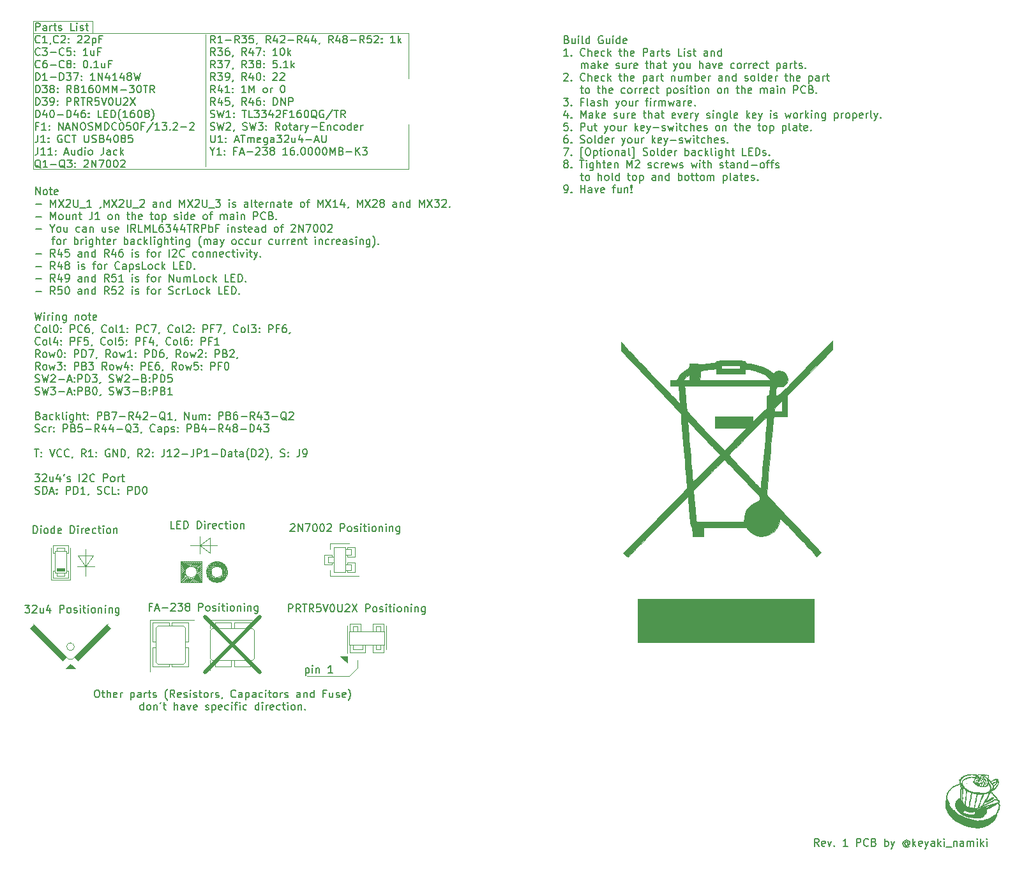
<source format=gto>
G04 #@! TF.GenerationSoftware,KiCad,Pcbnew,5.1.4*
G04 #@! TF.CreationDate,2019-11-02T22:35:18+09:00*
G04 #@! TF.ProjectId,Navpad_bottom-32u4,4e617670-6164-45f6-926f-74746f6d2d33,rev?*
G04 #@! TF.SameCoordinates,Original*
G04 #@! TF.FileFunction,Legend,Top*
G04 #@! TF.FilePolarity,Positive*
%FSLAX46Y46*%
G04 Gerber Fmt 4.6, Leading zero omitted, Abs format (unit mm)*
G04 Created by KiCad (PCBNEW 5.1.4) date 2019-11-02 22:35:18*
%MOMM*%
%LPD*%
G04 APERTURE LIST*
%ADD10C,0.150000*%
%ADD11C,0.120000*%
%ADD12C,0.500000*%
%ADD13C,0.100000*%
%ADD14C,0.010000*%
G04 APERTURE END LIST*
D10*
X73106595Y-74370380D02*
X73106595Y-73370380D01*
X73678023Y-74370380D01*
X73678023Y-73370380D01*
X74297071Y-74370380D02*
X74201833Y-74322761D01*
X74154214Y-74275142D01*
X74106595Y-74179904D01*
X74106595Y-73894190D01*
X74154214Y-73798952D01*
X74201833Y-73751333D01*
X74297071Y-73703714D01*
X74439928Y-73703714D01*
X74535166Y-73751333D01*
X74582785Y-73798952D01*
X74630404Y-73894190D01*
X74630404Y-74179904D01*
X74582785Y-74275142D01*
X74535166Y-74322761D01*
X74439928Y-74370380D01*
X74297071Y-74370380D01*
X74916119Y-73703714D02*
X75297071Y-73703714D01*
X75058976Y-73370380D02*
X75058976Y-74227523D01*
X75106595Y-74322761D01*
X75201833Y-74370380D01*
X75297071Y-74370380D01*
X76011357Y-74322761D02*
X75916119Y-74370380D01*
X75725642Y-74370380D01*
X75630404Y-74322761D01*
X75582785Y-74227523D01*
X75582785Y-73846571D01*
X75630404Y-73751333D01*
X75725642Y-73703714D01*
X75916119Y-73703714D01*
X76011357Y-73751333D01*
X76058976Y-73846571D01*
X76058976Y-73941809D01*
X75582785Y-74037047D01*
X73106595Y-75639428D02*
X73868500Y-75639428D01*
X75106595Y-76020380D02*
X75106595Y-75020380D01*
X75439928Y-75734666D01*
X75773261Y-75020380D01*
X75773261Y-76020380D01*
X76154214Y-75020380D02*
X76820880Y-76020380D01*
X76820880Y-75020380D02*
X76154214Y-76020380D01*
X77154214Y-75115619D02*
X77201833Y-75068000D01*
X77297071Y-75020380D01*
X77535166Y-75020380D01*
X77630404Y-75068000D01*
X77678023Y-75115619D01*
X77725642Y-75210857D01*
X77725642Y-75306095D01*
X77678023Y-75448952D01*
X77106595Y-76020380D01*
X77725642Y-76020380D01*
X78154214Y-75020380D02*
X78154214Y-75829904D01*
X78201833Y-75925142D01*
X78249452Y-75972761D01*
X78344690Y-76020380D01*
X78535166Y-76020380D01*
X78630404Y-75972761D01*
X78678023Y-75925142D01*
X78725642Y-75829904D01*
X78725642Y-75020380D01*
X78963738Y-76115619D02*
X79725642Y-76115619D01*
X80487547Y-76020380D02*
X79916119Y-76020380D01*
X80201833Y-76020380D02*
X80201833Y-75020380D01*
X80106595Y-75163238D01*
X80011357Y-75258476D01*
X79916119Y-75306095D01*
X81725642Y-75972761D02*
X81725642Y-76020380D01*
X81678023Y-76115619D01*
X81630404Y-76163238D01*
X82154214Y-76020380D02*
X82154214Y-75020380D01*
X82487547Y-75734666D01*
X82820880Y-75020380D01*
X82820880Y-76020380D01*
X83201833Y-75020380D02*
X83868500Y-76020380D01*
X83868500Y-75020380D02*
X83201833Y-76020380D01*
X84201833Y-75115619D02*
X84249452Y-75068000D01*
X84344690Y-75020380D01*
X84582785Y-75020380D01*
X84678023Y-75068000D01*
X84725642Y-75115619D01*
X84773261Y-75210857D01*
X84773261Y-75306095D01*
X84725642Y-75448952D01*
X84154214Y-76020380D01*
X84773261Y-76020380D01*
X85201833Y-75020380D02*
X85201833Y-75829904D01*
X85249452Y-75925142D01*
X85297071Y-75972761D01*
X85392309Y-76020380D01*
X85582785Y-76020380D01*
X85678023Y-75972761D01*
X85725642Y-75925142D01*
X85773261Y-75829904D01*
X85773261Y-75020380D01*
X86011357Y-76115619D02*
X86773261Y-76115619D01*
X86963738Y-75115619D02*
X87011357Y-75068000D01*
X87106595Y-75020380D01*
X87344690Y-75020380D01*
X87439928Y-75068000D01*
X87487547Y-75115619D01*
X87535166Y-75210857D01*
X87535166Y-75306095D01*
X87487547Y-75448952D01*
X86916119Y-76020380D01*
X87535166Y-76020380D01*
X89154214Y-76020380D02*
X89154214Y-75496571D01*
X89106595Y-75401333D01*
X89011357Y-75353714D01*
X88820880Y-75353714D01*
X88725642Y-75401333D01*
X89154214Y-75972761D02*
X89058976Y-76020380D01*
X88820880Y-76020380D01*
X88725642Y-75972761D01*
X88678023Y-75877523D01*
X88678023Y-75782285D01*
X88725642Y-75687047D01*
X88820880Y-75639428D01*
X89058976Y-75639428D01*
X89154214Y-75591809D01*
X89630404Y-75353714D02*
X89630404Y-76020380D01*
X89630404Y-75448952D02*
X89678023Y-75401333D01*
X89773261Y-75353714D01*
X89916119Y-75353714D01*
X90011357Y-75401333D01*
X90058976Y-75496571D01*
X90058976Y-76020380D01*
X90963738Y-76020380D02*
X90963738Y-75020380D01*
X90963738Y-75972761D02*
X90868500Y-76020380D01*
X90678023Y-76020380D01*
X90582785Y-75972761D01*
X90535166Y-75925142D01*
X90487547Y-75829904D01*
X90487547Y-75544190D01*
X90535166Y-75448952D01*
X90582785Y-75401333D01*
X90678023Y-75353714D01*
X90868500Y-75353714D01*
X90963738Y-75401333D01*
X92201833Y-76020380D02*
X92201833Y-75020380D01*
X92535166Y-75734666D01*
X92868499Y-75020380D01*
X92868499Y-76020380D01*
X93249452Y-75020380D02*
X93916119Y-76020380D01*
X93916119Y-75020380D02*
X93249452Y-76020380D01*
X94249452Y-75115619D02*
X94297071Y-75068000D01*
X94392309Y-75020380D01*
X94630404Y-75020380D01*
X94725642Y-75068000D01*
X94773261Y-75115619D01*
X94820880Y-75210857D01*
X94820880Y-75306095D01*
X94773261Y-75448952D01*
X94201833Y-76020380D01*
X94820880Y-76020380D01*
X95249452Y-75020380D02*
X95249452Y-75829904D01*
X95297071Y-75925142D01*
X95344690Y-75972761D01*
X95439928Y-76020380D01*
X95630404Y-76020380D01*
X95725642Y-75972761D01*
X95773261Y-75925142D01*
X95820880Y-75829904D01*
X95820880Y-75020380D01*
X96058976Y-76115619D02*
X96820880Y-76115619D01*
X96963738Y-75020380D02*
X97582785Y-75020380D01*
X97249452Y-75401333D01*
X97392309Y-75401333D01*
X97487547Y-75448952D01*
X97535166Y-75496571D01*
X97582785Y-75591809D01*
X97582785Y-75829904D01*
X97535166Y-75925142D01*
X97487547Y-75972761D01*
X97392309Y-76020380D01*
X97106595Y-76020380D01*
X97011357Y-75972761D01*
X96963738Y-75925142D01*
X98773261Y-76020380D02*
X98773261Y-75353714D01*
X98773261Y-75020380D02*
X98725642Y-75068000D01*
X98773261Y-75115619D01*
X98820880Y-75068000D01*
X98773261Y-75020380D01*
X98773261Y-75115619D01*
X99201833Y-75972761D02*
X99297071Y-76020380D01*
X99487547Y-76020380D01*
X99582785Y-75972761D01*
X99630404Y-75877523D01*
X99630404Y-75829904D01*
X99582785Y-75734666D01*
X99487547Y-75687047D01*
X99344690Y-75687047D01*
X99249452Y-75639428D01*
X99201833Y-75544190D01*
X99201833Y-75496571D01*
X99249452Y-75401333D01*
X99344690Y-75353714D01*
X99487547Y-75353714D01*
X99582785Y-75401333D01*
X101249452Y-76020380D02*
X101249452Y-75496571D01*
X101201833Y-75401333D01*
X101106595Y-75353714D01*
X100916119Y-75353714D01*
X100820880Y-75401333D01*
X101249452Y-75972761D02*
X101154214Y-76020380D01*
X100916119Y-76020380D01*
X100820880Y-75972761D01*
X100773261Y-75877523D01*
X100773261Y-75782285D01*
X100820880Y-75687047D01*
X100916119Y-75639428D01*
X101154214Y-75639428D01*
X101249452Y-75591809D01*
X101868499Y-76020380D02*
X101773261Y-75972761D01*
X101725642Y-75877523D01*
X101725642Y-75020380D01*
X102106595Y-75353714D02*
X102487547Y-75353714D01*
X102249452Y-75020380D02*
X102249452Y-75877523D01*
X102297071Y-75972761D01*
X102392309Y-76020380D01*
X102487547Y-76020380D01*
X103201833Y-75972761D02*
X103106595Y-76020380D01*
X102916119Y-76020380D01*
X102820880Y-75972761D01*
X102773261Y-75877523D01*
X102773261Y-75496571D01*
X102820880Y-75401333D01*
X102916119Y-75353714D01*
X103106595Y-75353714D01*
X103201833Y-75401333D01*
X103249452Y-75496571D01*
X103249452Y-75591809D01*
X102773261Y-75687047D01*
X103678023Y-76020380D02*
X103678023Y-75353714D01*
X103678023Y-75544190D02*
X103725642Y-75448952D01*
X103773261Y-75401333D01*
X103868499Y-75353714D01*
X103963738Y-75353714D01*
X104297071Y-75353714D02*
X104297071Y-76020380D01*
X104297071Y-75448952D02*
X104344690Y-75401333D01*
X104439928Y-75353714D01*
X104582785Y-75353714D01*
X104678023Y-75401333D01*
X104725642Y-75496571D01*
X104725642Y-76020380D01*
X105630404Y-76020380D02*
X105630404Y-75496571D01*
X105582785Y-75401333D01*
X105487547Y-75353714D01*
X105297071Y-75353714D01*
X105201833Y-75401333D01*
X105630404Y-75972761D02*
X105535166Y-76020380D01*
X105297071Y-76020380D01*
X105201833Y-75972761D01*
X105154214Y-75877523D01*
X105154214Y-75782285D01*
X105201833Y-75687047D01*
X105297071Y-75639428D01*
X105535166Y-75639428D01*
X105630404Y-75591809D01*
X105963738Y-75353714D02*
X106344690Y-75353714D01*
X106106595Y-75020380D02*
X106106595Y-75877523D01*
X106154214Y-75972761D01*
X106249452Y-76020380D01*
X106344690Y-76020380D01*
X107058976Y-75972761D02*
X106963738Y-76020380D01*
X106773261Y-76020380D01*
X106678023Y-75972761D01*
X106630404Y-75877523D01*
X106630404Y-75496571D01*
X106678023Y-75401333D01*
X106773261Y-75353714D01*
X106963738Y-75353714D01*
X107058976Y-75401333D01*
X107106595Y-75496571D01*
X107106595Y-75591809D01*
X106630404Y-75687047D01*
X108439928Y-76020380D02*
X108344690Y-75972761D01*
X108297071Y-75925142D01*
X108249452Y-75829904D01*
X108249452Y-75544190D01*
X108297071Y-75448952D01*
X108344690Y-75401333D01*
X108439928Y-75353714D01*
X108582785Y-75353714D01*
X108678023Y-75401333D01*
X108725642Y-75448952D01*
X108773261Y-75544190D01*
X108773261Y-75829904D01*
X108725642Y-75925142D01*
X108678023Y-75972761D01*
X108582785Y-76020380D01*
X108439928Y-76020380D01*
X109058976Y-75353714D02*
X109439928Y-75353714D01*
X109201833Y-76020380D02*
X109201833Y-75163238D01*
X109249452Y-75068000D01*
X109344690Y-75020380D01*
X109439928Y-75020380D01*
X110535166Y-76020380D02*
X110535166Y-75020380D01*
X110868499Y-75734666D01*
X111201833Y-75020380D01*
X111201833Y-76020380D01*
X111582785Y-75020380D02*
X112249452Y-76020380D01*
X112249452Y-75020380D02*
X111582785Y-76020380D01*
X113154214Y-76020380D02*
X112582785Y-76020380D01*
X112868499Y-76020380D02*
X112868499Y-75020380D01*
X112773261Y-75163238D01*
X112678023Y-75258476D01*
X112582785Y-75306095D01*
X114011357Y-75353714D02*
X114011357Y-76020380D01*
X113773261Y-74972761D02*
X113535166Y-75687047D01*
X114154214Y-75687047D01*
X114582785Y-75972761D02*
X114582785Y-76020380D01*
X114535166Y-76115619D01*
X114487547Y-76163238D01*
X115773261Y-76020380D02*
X115773261Y-75020380D01*
X116106595Y-75734666D01*
X116439928Y-75020380D01*
X116439928Y-76020380D01*
X116820880Y-75020380D02*
X117487547Y-76020380D01*
X117487547Y-75020380D02*
X116820880Y-76020380D01*
X117820880Y-75115619D02*
X117868500Y-75068000D01*
X117963738Y-75020380D01*
X118201833Y-75020380D01*
X118297071Y-75068000D01*
X118344690Y-75115619D01*
X118392309Y-75210857D01*
X118392309Y-75306095D01*
X118344690Y-75448952D01*
X117773261Y-76020380D01*
X118392309Y-76020380D01*
X118963738Y-75448952D02*
X118868500Y-75401333D01*
X118820880Y-75353714D01*
X118773261Y-75258476D01*
X118773261Y-75210857D01*
X118820880Y-75115619D01*
X118868500Y-75068000D01*
X118963738Y-75020380D01*
X119154214Y-75020380D01*
X119249452Y-75068000D01*
X119297071Y-75115619D01*
X119344690Y-75210857D01*
X119344690Y-75258476D01*
X119297071Y-75353714D01*
X119249452Y-75401333D01*
X119154214Y-75448952D01*
X118963738Y-75448952D01*
X118868500Y-75496571D01*
X118820880Y-75544190D01*
X118773261Y-75639428D01*
X118773261Y-75829904D01*
X118820880Y-75925142D01*
X118868500Y-75972761D01*
X118963738Y-76020380D01*
X119154214Y-76020380D01*
X119249452Y-75972761D01*
X119297071Y-75925142D01*
X119344690Y-75829904D01*
X119344690Y-75639428D01*
X119297071Y-75544190D01*
X119249452Y-75496571D01*
X119154214Y-75448952D01*
X120963738Y-76020380D02*
X120963738Y-75496571D01*
X120916119Y-75401333D01*
X120820880Y-75353714D01*
X120630404Y-75353714D01*
X120535166Y-75401333D01*
X120963738Y-75972761D02*
X120868500Y-76020380D01*
X120630404Y-76020380D01*
X120535166Y-75972761D01*
X120487547Y-75877523D01*
X120487547Y-75782285D01*
X120535166Y-75687047D01*
X120630404Y-75639428D01*
X120868500Y-75639428D01*
X120963738Y-75591809D01*
X121439928Y-75353714D02*
X121439928Y-76020380D01*
X121439928Y-75448952D02*
X121487547Y-75401333D01*
X121582785Y-75353714D01*
X121725642Y-75353714D01*
X121820880Y-75401333D01*
X121868500Y-75496571D01*
X121868500Y-76020380D01*
X122773261Y-76020380D02*
X122773261Y-75020380D01*
X122773261Y-75972761D02*
X122678023Y-76020380D01*
X122487547Y-76020380D01*
X122392309Y-75972761D01*
X122344690Y-75925142D01*
X122297071Y-75829904D01*
X122297071Y-75544190D01*
X122344690Y-75448952D01*
X122392309Y-75401333D01*
X122487547Y-75353714D01*
X122678023Y-75353714D01*
X122773261Y-75401333D01*
X124011357Y-76020380D02*
X124011357Y-75020380D01*
X124344690Y-75734666D01*
X124678023Y-75020380D01*
X124678023Y-76020380D01*
X125058976Y-75020380D02*
X125725642Y-76020380D01*
X125725642Y-75020380D02*
X125058976Y-76020380D01*
X126011357Y-75020380D02*
X126630404Y-75020380D01*
X126297071Y-75401333D01*
X126439928Y-75401333D01*
X126535166Y-75448952D01*
X126582785Y-75496571D01*
X126630404Y-75591809D01*
X126630404Y-75829904D01*
X126582785Y-75925142D01*
X126535166Y-75972761D01*
X126439928Y-76020380D01*
X126154214Y-76020380D01*
X126058976Y-75972761D01*
X126011357Y-75925142D01*
X127011357Y-75115619D02*
X127058976Y-75068000D01*
X127154214Y-75020380D01*
X127392309Y-75020380D01*
X127487547Y-75068000D01*
X127535166Y-75115619D01*
X127582785Y-75210857D01*
X127582785Y-75306095D01*
X127535166Y-75448952D01*
X126963738Y-76020380D01*
X127582785Y-76020380D01*
X128011357Y-75925142D02*
X128058976Y-75972761D01*
X128011357Y-76020380D01*
X127963738Y-75972761D01*
X128011357Y-75925142D01*
X128011357Y-76020380D01*
X73106595Y-77289428D02*
X73868500Y-77289428D01*
X75106595Y-77670380D02*
X75106595Y-76670380D01*
X75439928Y-77384666D01*
X75773261Y-76670380D01*
X75773261Y-77670380D01*
X76392309Y-77670380D02*
X76297071Y-77622761D01*
X76249452Y-77575142D01*
X76201833Y-77479904D01*
X76201833Y-77194190D01*
X76249452Y-77098952D01*
X76297071Y-77051333D01*
X76392309Y-77003714D01*
X76535166Y-77003714D01*
X76630404Y-77051333D01*
X76678023Y-77098952D01*
X76725642Y-77194190D01*
X76725642Y-77479904D01*
X76678023Y-77575142D01*
X76630404Y-77622761D01*
X76535166Y-77670380D01*
X76392309Y-77670380D01*
X77582785Y-77003714D02*
X77582785Y-77670380D01*
X77154214Y-77003714D02*
X77154214Y-77527523D01*
X77201833Y-77622761D01*
X77297071Y-77670380D01*
X77439928Y-77670380D01*
X77535166Y-77622761D01*
X77582785Y-77575142D01*
X78058976Y-77003714D02*
X78058976Y-77670380D01*
X78058976Y-77098952D02*
X78106595Y-77051333D01*
X78201833Y-77003714D01*
X78344690Y-77003714D01*
X78439928Y-77051333D01*
X78487547Y-77146571D01*
X78487547Y-77670380D01*
X78820880Y-77003714D02*
X79201833Y-77003714D01*
X78963738Y-76670380D02*
X78963738Y-77527523D01*
X79011357Y-77622761D01*
X79106595Y-77670380D01*
X79201833Y-77670380D01*
X80582785Y-76670380D02*
X80582785Y-77384666D01*
X80535166Y-77527523D01*
X80439928Y-77622761D01*
X80297071Y-77670380D01*
X80201833Y-77670380D01*
X81582785Y-77670380D02*
X81011357Y-77670380D01*
X81297071Y-77670380D02*
X81297071Y-76670380D01*
X81201833Y-76813238D01*
X81106595Y-76908476D01*
X81011357Y-76956095D01*
X82916119Y-77670380D02*
X82820880Y-77622761D01*
X82773261Y-77575142D01*
X82725642Y-77479904D01*
X82725642Y-77194190D01*
X82773261Y-77098952D01*
X82820880Y-77051333D01*
X82916119Y-77003714D01*
X83058976Y-77003714D01*
X83154214Y-77051333D01*
X83201833Y-77098952D01*
X83249452Y-77194190D01*
X83249452Y-77479904D01*
X83201833Y-77575142D01*
X83154214Y-77622761D01*
X83058976Y-77670380D01*
X82916119Y-77670380D01*
X83678023Y-77003714D02*
X83678023Y-77670380D01*
X83678023Y-77098952D02*
X83725642Y-77051333D01*
X83820880Y-77003714D01*
X83963738Y-77003714D01*
X84058976Y-77051333D01*
X84106595Y-77146571D01*
X84106595Y-77670380D01*
X85201833Y-77003714D02*
X85582785Y-77003714D01*
X85344690Y-76670380D02*
X85344690Y-77527523D01*
X85392309Y-77622761D01*
X85487547Y-77670380D01*
X85582785Y-77670380D01*
X85916119Y-77670380D02*
X85916119Y-76670380D01*
X86344690Y-77670380D02*
X86344690Y-77146571D01*
X86297071Y-77051333D01*
X86201833Y-77003714D01*
X86058976Y-77003714D01*
X85963738Y-77051333D01*
X85916119Y-77098952D01*
X87201833Y-77622761D02*
X87106595Y-77670380D01*
X86916119Y-77670380D01*
X86820880Y-77622761D01*
X86773261Y-77527523D01*
X86773261Y-77146571D01*
X86820880Y-77051333D01*
X86916119Y-77003714D01*
X87106595Y-77003714D01*
X87201833Y-77051333D01*
X87249452Y-77146571D01*
X87249452Y-77241809D01*
X86773261Y-77337047D01*
X88297071Y-77003714D02*
X88678023Y-77003714D01*
X88439928Y-76670380D02*
X88439928Y-77527523D01*
X88487547Y-77622761D01*
X88582785Y-77670380D01*
X88678023Y-77670380D01*
X89154214Y-77670380D02*
X89058976Y-77622761D01*
X89011357Y-77575142D01*
X88963738Y-77479904D01*
X88963738Y-77194190D01*
X89011357Y-77098952D01*
X89058976Y-77051333D01*
X89154214Y-77003714D01*
X89297071Y-77003714D01*
X89392309Y-77051333D01*
X89439928Y-77098952D01*
X89487547Y-77194190D01*
X89487547Y-77479904D01*
X89439928Y-77575142D01*
X89392309Y-77622761D01*
X89297071Y-77670380D01*
X89154214Y-77670380D01*
X89916119Y-77003714D02*
X89916119Y-78003714D01*
X89916119Y-77051333D02*
X90011357Y-77003714D01*
X90201833Y-77003714D01*
X90297071Y-77051333D01*
X90344690Y-77098952D01*
X90392309Y-77194190D01*
X90392309Y-77479904D01*
X90344690Y-77575142D01*
X90297071Y-77622761D01*
X90201833Y-77670380D01*
X90011357Y-77670380D01*
X89916119Y-77622761D01*
X91535166Y-77622761D02*
X91630404Y-77670380D01*
X91820880Y-77670380D01*
X91916119Y-77622761D01*
X91963738Y-77527523D01*
X91963738Y-77479904D01*
X91916119Y-77384666D01*
X91820880Y-77337047D01*
X91678023Y-77337047D01*
X91582785Y-77289428D01*
X91535166Y-77194190D01*
X91535166Y-77146571D01*
X91582785Y-77051333D01*
X91678023Y-77003714D01*
X91820880Y-77003714D01*
X91916119Y-77051333D01*
X92392309Y-77670380D02*
X92392309Y-77003714D01*
X92392309Y-76670380D02*
X92344690Y-76718000D01*
X92392309Y-76765619D01*
X92439928Y-76718000D01*
X92392309Y-76670380D01*
X92392309Y-76765619D01*
X93297071Y-77670380D02*
X93297071Y-76670380D01*
X93297071Y-77622761D02*
X93201833Y-77670380D01*
X93011357Y-77670380D01*
X92916119Y-77622761D01*
X92868500Y-77575142D01*
X92820880Y-77479904D01*
X92820880Y-77194190D01*
X92868500Y-77098952D01*
X92916119Y-77051333D01*
X93011357Y-77003714D01*
X93201833Y-77003714D01*
X93297071Y-77051333D01*
X94154214Y-77622761D02*
X94058976Y-77670380D01*
X93868500Y-77670380D01*
X93773261Y-77622761D01*
X93725642Y-77527523D01*
X93725642Y-77146571D01*
X93773261Y-77051333D01*
X93868500Y-77003714D01*
X94058976Y-77003714D01*
X94154214Y-77051333D01*
X94201833Y-77146571D01*
X94201833Y-77241809D01*
X93725642Y-77337047D01*
X95535166Y-77670380D02*
X95439928Y-77622761D01*
X95392309Y-77575142D01*
X95344690Y-77479904D01*
X95344690Y-77194190D01*
X95392309Y-77098952D01*
X95439928Y-77051333D01*
X95535166Y-77003714D01*
X95678023Y-77003714D01*
X95773261Y-77051333D01*
X95820880Y-77098952D01*
X95868500Y-77194190D01*
X95868500Y-77479904D01*
X95820880Y-77575142D01*
X95773261Y-77622761D01*
X95678023Y-77670380D01*
X95535166Y-77670380D01*
X96154214Y-77003714D02*
X96535166Y-77003714D01*
X96297071Y-77670380D02*
X96297071Y-76813238D01*
X96344690Y-76718000D01*
X96439928Y-76670380D01*
X96535166Y-76670380D01*
X97630404Y-77670380D02*
X97630404Y-77003714D01*
X97630404Y-77098952D02*
X97678023Y-77051333D01*
X97773261Y-77003714D01*
X97916119Y-77003714D01*
X98011357Y-77051333D01*
X98058976Y-77146571D01*
X98058976Y-77670380D01*
X98058976Y-77146571D02*
X98106595Y-77051333D01*
X98201833Y-77003714D01*
X98344690Y-77003714D01*
X98439928Y-77051333D01*
X98487547Y-77146571D01*
X98487547Y-77670380D01*
X99392309Y-77670380D02*
X99392309Y-77146571D01*
X99344690Y-77051333D01*
X99249452Y-77003714D01*
X99058976Y-77003714D01*
X98963738Y-77051333D01*
X99392309Y-77622761D02*
X99297071Y-77670380D01*
X99058976Y-77670380D01*
X98963738Y-77622761D01*
X98916119Y-77527523D01*
X98916119Y-77432285D01*
X98963738Y-77337047D01*
X99058976Y-77289428D01*
X99297071Y-77289428D01*
X99392309Y-77241809D01*
X99868499Y-77670380D02*
X99868499Y-77003714D01*
X99868499Y-76670380D02*
X99820880Y-76718000D01*
X99868499Y-76765619D01*
X99916119Y-76718000D01*
X99868499Y-76670380D01*
X99868499Y-76765619D01*
X100344690Y-77003714D02*
X100344690Y-77670380D01*
X100344690Y-77098952D02*
X100392309Y-77051333D01*
X100487547Y-77003714D01*
X100630404Y-77003714D01*
X100725642Y-77051333D01*
X100773261Y-77146571D01*
X100773261Y-77670380D01*
X102011357Y-77670380D02*
X102011357Y-76670380D01*
X102392309Y-76670380D01*
X102487547Y-76718000D01*
X102535166Y-76765619D01*
X102582785Y-76860857D01*
X102582785Y-77003714D01*
X102535166Y-77098952D01*
X102487547Y-77146571D01*
X102392309Y-77194190D01*
X102011357Y-77194190D01*
X103582785Y-77575142D02*
X103535166Y-77622761D01*
X103392309Y-77670380D01*
X103297071Y-77670380D01*
X103154214Y-77622761D01*
X103058976Y-77527523D01*
X103011357Y-77432285D01*
X102963738Y-77241809D01*
X102963738Y-77098952D01*
X103011357Y-76908476D01*
X103058976Y-76813238D01*
X103154214Y-76718000D01*
X103297071Y-76670380D01*
X103392309Y-76670380D01*
X103535166Y-76718000D01*
X103582785Y-76765619D01*
X104344690Y-77146571D02*
X104487547Y-77194190D01*
X104535166Y-77241809D01*
X104582785Y-77337047D01*
X104582785Y-77479904D01*
X104535166Y-77575142D01*
X104487547Y-77622761D01*
X104392309Y-77670380D01*
X104011357Y-77670380D01*
X104011357Y-76670380D01*
X104344690Y-76670380D01*
X104439928Y-76718000D01*
X104487547Y-76765619D01*
X104535166Y-76860857D01*
X104535166Y-76956095D01*
X104487547Y-77051333D01*
X104439928Y-77098952D01*
X104344690Y-77146571D01*
X104011357Y-77146571D01*
X105011357Y-77575142D02*
X105058976Y-77622761D01*
X105011357Y-77670380D01*
X104963738Y-77622761D01*
X105011357Y-77575142D01*
X105011357Y-77670380D01*
X73106595Y-78939428D02*
X73868500Y-78939428D01*
X75297071Y-78844190D02*
X75297071Y-79320380D01*
X74963738Y-78320380D02*
X75297071Y-78844190D01*
X75630404Y-78320380D01*
X76106595Y-79320380D02*
X76011357Y-79272761D01*
X75963738Y-79225142D01*
X75916119Y-79129904D01*
X75916119Y-78844190D01*
X75963738Y-78748952D01*
X76011357Y-78701333D01*
X76106595Y-78653714D01*
X76249452Y-78653714D01*
X76344690Y-78701333D01*
X76392309Y-78748952D01*
X76439928Y-78844190D01*
X76439928Y-79129904D01*
X76392309Y-79225142D01*
X76344690Y-79272761D01*
X76249452Y-79320380D01*
X76106595Y-79320380D01*
X77297071Y-78653714D02*
X77297071Y-79320380D01*
X76868500Y-78653714D02*
X76868500Y-79177523D01*
X76916119Y-79272761D01*
X77011357Y-79320380D01*
X77154214Y-79320380D01*
X77249452Y-79272761D01*
X77297071Y-79225142D01*
X78963738Y-79272761D02*
X78868500Y-79320380D01*
X78678023Y-79320380D01*
X78582785Y-79272761D01*
X78535166Y-79225142D01*
X78487547Y-79129904D01*
X78487547Y-78844190D01*
X78535166Y-78748952D01*
X78582785Y-78701333D01*
X78678023Y-78653714D01*
X78868500Y-78653714D01*
X78963738Y-78701333D01*
X79820880Y-79320380D02*
X79820880Y-78796571D01*
X79773261Y-78701333D01*
X79678023Y-78653714D01*
X79487547Y-78653714D01*
X79392309Y-78701333D01*
X79820880Y-79272761D02*
X79725642Y-79320380D01*
X79487547Y-79320380D01*
X79392309Y-79272761D01*
X79344690Y-79177523D01*
X79344690Y-79082285D01*
X79392309Y-78987047D01*
X79487547Y-78939428D01*
X79725642Y-78939428D01*
X79820880Y-78891809D01*
X80297071Y-78653714D02*
X80297071Y-79320380D01*
X80297071Y-78748952D02*
X80344690Y-78701333D01*
X80439928Y-78653714D01*
X80582785Y-78653714D01*
X80678023Y-78701333D01*
X80725642Y-78796571D01*
X80725642Y-79320380D01*
X82392309Y-78653714D02*
X82392309Y-79320380D01*
X81963738Y-78653714D02*
X81963738Y-79177523D01*
X82011357Y-79272761D01*
X82106595Y-79320380D01*
X82249452Y-79320380D01*
X82344690Y-79272761D01*
X82392309Y-79225142D01*
X82820880Y-79272761D02*
X82916119Y-79320380D01*
X83106595Y-79320380D01*
X83201833Y-79272761D01*
X83249452Y-79177523D01*
X83249452Y-79129904D01*
X83201833Y-79034666D01*
X83106595Y-78987047D01*
X82963738Y-78987047D01*
X82868500Y-78939428D01*
X82820880Y-78844190D01*
X82820880Y-78796571D01*
X82868500Y-78701333D01*
X82963738Y-78653714D01*
X83106595Y-78653714D01*
X83201833Y-78701333D01*
X84058976Y-79272761D02*
X83963738Y-79320380D01*
X83773261Y-79320380D01*
X83678023Y-79272761D01*
X83630404Y-79177523D01*
X83630404Y-78796571D01*
X83678023Y-78701333D01*
X83773261Y-78653714D01*
X83963738Y-78653714D01*
X84058976Y-78701333D01*
X84106595Y-78796571D01*
X84106595Y-78891809D01*
X83630404Y-78987047D01*
X85297071Y-79320380D02*
X85297071Y-78320380D01*
X86344690Y-79320380D02*
X86011357Y-78844190D01*
X85773261Y-79320380D02*
X85773261Y-78320380D01*
X86154214Y-78320380D01*
X86249452Y-78368000D01*
X86297071Y-78415619D01*
X86344690Y-78510857D01*
X86344690Y-78653714D01*
X86297071Y-78748952D01*
X86249452Y-78796571D01*
X86154214Y-78844190D01*
X85773261Y-78844190D01*
X87249452Y-79320380D02*
X86773261Y-79320380D01*
X86773261Y-78320380D01*
X87582785Y-79320380D02*
X87582785Y-78320380D01*
X87916119Y-79034666D01*
X88249452Y-78320380D01*
X88249452Y-79320380D01*
X89201833Y-79320380D02*
X88725642Y-79320380D01*
X88725642Y-78320380D01*
X89963738Y-78320380D02*
X89773261Y-78320380D01*
X89678023Y-78368000D01*
X89630404Y-78415619D01*
X89535166Y-78558476D01*
X89487547Y-78748952D01*
X89487547Y-79129904D01*
X89535166Y-79225142D01*
X89582785Y-79272761D01*
X89678023Y-79320380D01*
X89868500Y-79320380D01*
X89963738Y-79272761D01*
X90011357Y-79225142D01*
X90058976Y-79129904D01*
X90058976Y-78891809D01*
X90011357Y-78796571D01*
X89963738Y-78748952D01*
X89868500Y-78701333D01*
X89678023Y-78701333D01*
X89582785Y-78748952D01*
X89535166Y-78796571D01*
X89487547Y-78891809D01*
X90392309Y-78320380D02*
X91011357Y-78320380D01*
X90678023Y-78701333D01*
X90820880Y-78701333D01*
X90916119Y-78748952D01*
X90963738Y-78796571D01*
X91011357Y-78891809D01*
X91011357Y-79129904D01*
X90963738Y-79225142D01*
X90916119Y-79272761D01*
X90820880Y-79320380D01*
X90535166Y-79320380D01*
X90439928Y-79272761D01*
X90392309Y-79225142D01*
X91868500Y-78653714D02*
X91868500Y-79320380D01*
X91630404Y-78272761D02*
X91392309Y-78987047D01*
X92011357Y-78987047D01*
X92820880Y-78653714D02*
X92820880Y-79320380D01*
X92582785Y-78272761D02*
X92344690Y-78987047D01*
X92963738Y-78987047D01*
X93201833Y-78320380D02*
X93773261Y-78320380D01*
X93487547Y-79320380D02*
X93487547Y-78320380D01*
X94678023Y-79320380D02*
X94344690Y-78844190D01*
X94106595Y-79320380D02*
X94106595Y-78320380D01*
X94487547Y-78320380D01*
X94582785Y-78368000D01*
X94630404Y-78415619D01*
X94678023Y-78510857D01*
X94678023Y-78653714D01*
X94630404Y-78748952D01*
X94582785Y-78796571D01*
X94487547Y-78844190D01*
X94106595Y-78844190D01*
X95106595Y-79320380D02*
X95106595Y-78320380D01*
X95487547Y-78320380D01*
X95582785Y-78368000D01*
X95630404Y-78415619D01*
X95678023Y-78510857D01*
X95678023Y-78653714D01*
X95630404Y-78748952D01*
X95582785Y-78796571D01*
X95487547Y-78844190D01*
X95106595Y-78844190D01*
X96106595Y-79320380D02*
X96106595Y-78320380D01*
X96106595Y-78701333D02*
X96201833Y-78653714D01*
X96392309Y-78653714D01*
X96487547Y-78701333D01*
X96535166Y-78748952D01*
X96582785Y-78844190D01*
X96582785Y-79129904D01*
X96535166Y-79225142D01*
X96487547Y-79272761D01*
X96392309Y-79320380D01*
X96201833Y-79320380D01*
X96106595Y-79272761D01*
X97344690Y-78796571D02*
X97011357Y-78796571D01*
X97011357Y-79320380D02*
X97011357Y-78320380D01*
X97487547Y-78320380D01*
X98630404Y-79320380D02*
X98630404Y-78653714D01*
X98630404Y-78320380D02*
X98582785Y-78368000D01*
X98630404Y-78415619D01*
X98678023Y-78368000D01*
X98630404Y-78320380D01*
X98630404Y-78415619D01*
X99106595Y-78653714D02*
X99106595Y-79320380D01*
X99106595Y-78748952D02*
X99154214Y-78701333D01*
X99249452Y-78653714D01*
X99392309Y-78653714D01*
X99487547Y-78701333D01*
X99535166Y-78796571D01*
X99535166Y-79320380D01*
X99963738Y-79272761D02*
X100058976Y-79320380D01*
X100249452Y-79320380D01*
X100344690Y-79272761D01*
X100392309Y-79177523D01*
X100392309Y-79129904D01*
X100344690Y-79034666D01*
X100249452Y-78987047D01*
X100106595Y-78987047D01*
X100011357Y-78939428D01*
X99963738Y-78844190D01*
X99963738Y-78796571D01*
X100011357Y-78701333D01*
X100106595Y-78653714D01*
X100249452Y-78653714D01*
X100344690Y-78701333D01*
X100678023Y-78653714D02*
X101058976Y-78653714D01*
X100820880Y-78320380D02*
X100820880Y-79177523D01*
X100868500Y-79272761D01*
X100963738Y-79320380D01*
X101058976Y-79320380D01*
X101773261Y-79272761D02*
X101678023Y-79320380D01*
X101487547Y-79320380D01*
X101392309Y-79272761D01*
X101344690Y-79177523D01*
X101344690Y-78796571D01*
X101392309Y-78701333D01*
X101487547Y-78653714D01*
X101678023Y-78653714D01*
X101773261Y-78701333D01*
X101820880Y-78796571D01*
X101820880Y-78891809D01*
X101344690Y-78987047D01*
X102678023Y-79320380D02*
X102678023Y-78796571D01*
X102630404Y-78701333D01*
X102535166Y-78653714D01*
X102344690Y-78653714D01*
X102249452Y-78701333D01*
X102678023Y-79272761D02*
X102582785Y-79320380D01*
X102344690Y-79320380D01*
X102249452Y-79272761D01*
X102201833Y-79177523D01*
X102201833Y-79082285D01*
X102249452Y-78987047D01*
X102344690Y-78939428D01*
X102582785Y-78939428D01*
X102678023Y-78891809D01*
X103582785Y-79320380D02*
X103582785Y-78320380D01*
X103582785Y-79272761D02*
X103487547Y-79320380D01*
X103297071Y-79320380D01*
X103201833Y-79272761D01*
X103154214Y-79225142D01*
X103106595Y-79129904D01*
X103106595Y-78844190D01*
X103154214Y-78748952D01*
X103201833Y-78701333D01*
X103297071Y-78653714D01*
X103487547Y-78653714D01*
X103582785Y-78701333D01*
X104963738Y-79320380D02*
X104868500Y-79272761D01*
X104820880Y-79225142D01*
X104773261Y-79129904D01*
X104773261Y-78844190D01*
X104820880Y-78748952D01*
X104868500Y-78701333D01*
X104963738Y-78653714D01*
X105106595Y-78653714D01*
X105201833Y-78701333D01*
X105249452Y-78748952D01*
X105297071Y-78844190D01*
X105297071Y-79129904D01*
X105249452Y-79225142D01*
X105201833Y-79272761D01*
X105106595Y-79320380D01*
X104963738Y-79320380D01*
X105582785Y-78653714D02*
X105963738Y-78653714D01*
X105725642Y-79320380D02*
X105725642Y-78463238D01*
X105773261Y-78368000D01*
X105868499Y-78320380D01*
X105963738Y-78320380D01*
X107011357Y-78415619D02*
X107058976Y-78368000D01*
X107154214Y-78320380D01*
X107392309Y-78320380D01*
X107487547Y-78368000D01*
X107535166Y-78415619D01*
X107582785Y-78510857D01*
X107582785Y-78606095D01*
X107535166Y-78748952D01*
X106963738Y-79320380D01*
X107582785Y-79320380D01*
X108011357Y-79320380D02*
X108011357Y-78320380D01*
X108582785Y-79320380D01*
X108582785Y-78320380D01*
X108963738Y-78320380D02*
X109630404Y-78320380D01*
X109201833Y-79320380D01*
X110201833Y-78320380D02*
X110297071Y-78320380D01*
X110392309Y-78368000D01*
X110439928Y-78415619D01*
X110487547Y-78510857D01*
X110535166Y-78701333D01*
X110535166Y-78939428D01*
X110487547Y-79129904D01*
X110439928Y-79225142D01*
X110392309Y-79272761D01*
X110297071Y-79320380D01*
X110201833Y-79320380D01*
X110106595Y-79272761D01*
X110058976Y-79225142D01*
X110011357Y-79129904D01*
X109963738Y-78939428D01*
X109963738Y-78701333D01*
X110011357Y-78510857D01*
X110058976Y-78415619D01*
X110106595Y-78368000D01*
X110201833Y-78320380D01*
X111154214Y-78320380D02*
X111249452Y-78320380D01*
X111344690Y-78368000D01*
X111392309Y-78415619D01*
X111439928Y-78510857D01*
X111487547Y-78701333D01*
X111487547Y-78939428D01*
X111439928Y-79129904D01*
X111392309Y-79225142D01*
X111344690Y-79272761D01*
X111249452Y-79320380D01*
X111154214Y-79320380D01*
X111058976Y-79272761D01*
X111011357Y-79225142D01*
X110963738Y-79129904D01*
X110916119Y-78939428D01*
X110916119Y-78701333D01*
X110963738Y-78510857D01*
X111011357Y-78415619D01*
X111058976Y-78368000D01*
X111154214Y-78320380D01*
X111868500Y-78415619D02*
X111916119Y-78368000D01*
X112011357Y-78320380D01*
X112249452Y-78320380D01*
X112344690Y-78368000D01*
X112392309Y-78415619D01*
X112439928Y-78510857D01*
X112439928Y-78606095D01*
X112392309Y-78748952D01*
X111820880Y-79320380D01*
X112439928Y-79320380D01*
X75249452Y-80303714D02*
X75630404Y-80303714D01*
X75392309Y-80970380D02*
X75392309Y-80113238D01*
X75439928Y-80018000D01*
X75535166Y-79970380D01*
X75630404Y-79970380D01*
X76106595Y-80970380D02*
X76011357Y-80922761D01*
X75963738Y-80875142D01*
X75916119Y-80779904D01*
X75916119Y-80494190D01*
X75963738Y-80398952D01*
X76011357Y-80351333D01*
X76106595Y-80303714D01*
X76249452Y-80303714D01*
X76344690Y-80351333D01*
X76392309Y-80398952D01*
X76439928Y-80494190D01*
X76439928Y-80779904D01*
X76392309Y-80875142D01*
X76344690Y-80922761D01*
X76249452Y-80970380D01*
X76106595Y-80970380D01*
X76868500Y-80970380D02*
X76868500Y-80303714D01*
X76868500Y-80494190D02*
X76916119Y-80398952D01*
X76963738Y-80351333D01*
X77058976Y-80303714D01*
X77154214Y-80303714D01*
X78249452Y-80970380D02*
X78249452Y-79970380D01*
X78249452Y-80351333D02*
X78344690Y-80303714D01*
X78535166Y-80303714D01*
X78630404Y-80351333D01*
X78678023Y-80398952D01*
X78725642Y-80494190D01*
X78725642Y-80779904D01*
X78678023Y-80875142D01*
X78630404Y-80922761D01*
X78535166Y-80970380D01*
X78344690Y-80970380D01*
X78249452Y-80922761D01*
X79154214Y-80970380D02*
X79154214Y-80303714D01*
X79154214Y-80494190D02*
X79201833Y-80398952D01*
X79249452Y-80351333D01*
X79344690Y-80303714D01*
X79439928Y-80303714D01*
X79773261Y-80970380D02*
X79773261Y-80303714D01*
X79773261Y-79970380D02*
X79725642Y-80018000D01*
X79773261Y-80065619D01*
X79820880Y-80018000D01*
X79773261Y-79970380D01*
X79773261Y-80065619D01*
X80678023Y-80303714D02*
X80678023Y-81113238D01*
X80630404Y-81208476D01*
X80582785Y-81256095D01*
X80487547Y-81303714D01*
X80344690Y-81303714D01*
X80249452Y-81256095D01*
X80678023Y-80922761D02*
X80582785Y-80970380D01*
X80392309Y-80970380D01*
X80297071Y-80922761D01*
X80249452Y-80875142D01*
X80201833Y-80779904D01*
X80201833Y-80494190D01*
X80249452Y-80398952D01*
X80297071Y-80351333D01*
X80392309Y-80303714D01*
X80582785Y-80303714D01*
X80678023Y-80351333D01*
X81154214Y-80970380D02*
X81154214Y-79970380D01*
X81582785Y-80970380D02*
X81582785Y-80446571D01*
X81535166Y-80351333D01*
X81439928Y-80303714D01*
X81297071Y-80303714D01*
X81201833Y-80351333D01*
X81154214Y-80398952D01*
X81916119Y-80303714D02*
X82297071Y-80303714D01*
X82058976Y-79970380D02*
X82058976Y-80827523D01*
X82106595Y-80922761D01*
X82201833Y-80970380D01*
X82297071Y-80970380D01*
X83011357Y-80922761D02*
X82916119Y-80970380D01*
X82725642Y-80970380D01*
X82630404Y-80922761D01*
X82582785Y-80827523D01*
X82582785Y-80446571D01*
X82630404Y-80351333D01*
X82725642Y-80303714D01*
X82916119Y-80303714D01*
X83011357Y-80351333D01*
X83058976Y-80446571D01*
X83058976Y-80541809D01*
X82582785Y-80637047D01*
X83487547Y-80970380D02*
X83487547Y-80303714D01*
X83487547Y-80494190D02*
X83535166Y-80398952D01*
X83582785Y-80351333D01*
X83678023Y-80303714D01*
X83773261Y-80303714D01*
X84868500Y-80970380D02*
X84868500Y-79970380D01*
X84868500Y-80351333D02*
X84963738Y-80303714D01*
X85154214Y-80303714D01*
X85249452Y-80351333D01*
X85297071Y-80398952D01*
X85344690Y-80494190D01*
X85344690Y-80779904D01*
X85297071Y-80875142D01*
X85249452Y-80922761D01*
X85154214Y-80970380D01*
X84963738Y-80970380D01*
X84868500Y-80922761D01*
X86201833Y-80970380D02*
X86201833Y-80446571D01*
X86154214Y-80351333D01*
X86058976Y-80303714D01*
X85868500Y-80303714D01*
X85773261Y-80351333D01*
X86201833Y-80922761D02*
X86106595Y-80970380D01*
X85868500Y-80970380D01*
X85773261Y-80922761D01*
X85725642Y-80827523D01*
X85725642Y-80732285D01*
X85773261Y-80637047D01*
X85868500Y-80589428D01*
X86106595Y-80589428D01*
X86201833Y-80541809D01*
X87106595Y-80922761D02*
X87011357Y-80970380D01*
X86820880Y-80970380D01*
X86725642Y-80922761D01*
X86678023Y-80875142D01*
X86630404Y-80779904D01*
X86630404Y-80494190D01*
X86678023Y-80398952D01*
X86725642Y-80351333D01*
X86820880Y-80303714D01*
X87011357Y-80303714D01*
X87106595Y-80351333D01*
X87535166Y-80970380D02*
X87535166Y-79970380D01*
X87630404Y-80589428D02*
X87916119Y-80970380D01*
X87916119Y-80303714D02*
X87535166Y-80684666D01*
X88487547Y-80970380D02*
X88392309Y-80922761D01*
X88344690Y-80827523D01*
X88344690Y-79970380D01*
X88868500Y-80970380D02*
X88868500Y-80303714D01*
X88868500Y-79970380D02*
X88820880Y-80018000D01*
X88868500Y-80065619D01*
X88916119Y-80018000D01*
X88868500Y-79970380D01*
X88868500Y-80065619D01*
X89773261Y-80303714D02*
X89773261Y-81113238D01*
X89725642Y-81208476D01*
X89678023Y-81256095D01*
X89582785Y-81303714D01*
X89439928Y-81303714D01*
X89344690Y-81256095D01*
X89773261Y-80922761D02*
X89678023Y-80970380D01*
X89487547Y-80970380D01*
X89392309Y-80922761D01*
X89344690Y-80875142D01*
X89297071Y-80779904D01*
X89297071Y-80494190D01*
X89344690Y-80398952D01*
X89392309Y-80351333D01*
X89487547Y-80303714D01*
X89678023Y-80303714D01*
X89773261Y-80351333D01*
X90249452Y-80970380D02*
X90249452Y-79970380D01*
X90678023Y-80970380D02*
X90678023Y-80446571D01*
X90630404Y-80351333D01*
X90535166Y-80303714D01*
X90392309Y-80303714D01*
X90297071Y-80351333D01*
X90249452Y-80398952D01*
X91011357Y-80303714D02*
X91392309Y-80303714D01*
X91154214Y-79970380D02*
X91154214Y-80827523D01*
X91201833Y-80922761D01*
X91297071Y-80970380D01*
X91392309Y-80970380D01*
X91725642Y-80970380D02*
X91725642Y-80303714D01*
X91725642Y-79970380D02*
X91678023Y-80018000D01*
X91725642Y-80065619D01*
X91773261Y-80018000D01*
X91725642Y-79970380D01*
X91725642Y-80065619D01*
X92201833Y-80303714D02*
X92201833Y-80970380D01*
X92201833Y-80398952D02*
X92249452Y-80351333D01*
X92344690Y-80303714D01*
X92487547Y-80303714D01*
X92582785Y-80351333D01*
X92630404Y-80446571D01*
X92630404Y-80970380D01*
X93535166Y-80303714D02*
X93535166Y-81113238D01*
X93487547Y-81208476D01*
X93439928Y-81256095D01*
X93344690Y-81303714D01*
X93201833Y-81303714D01*
X93106595Y-81256095D01*
X93535166Y-80922761D02*
X93439928Y-80970380D01*
X93249452Y-80970380D01*
X93154214Y-80922761D01*
X93106595Y-80875142D01*
X93058976Y-80779904D01*
X93058976Y-80494190D01*
X93106595Y-80398952D01*
X93154214Y-80351333D01*
X93249452Y-80303714D01*
X93439928Y-80303714D01*
X93535166Y-80351333D01*
X95058976Y-81351333D02*
X95011357Y-81303714D01*
X94916119Y-81160857D01*
X94868499Y-81065619D01*
X94820880Y-80922761D01*
X94773261Y-80684666D01*
X94773261Y-80494190D01*
X94820880Y-80256095D01*
X94868499Y-80113238D01*
X94916119Y-80018000D01*
X95011357Y-79875142D01*
X95058976Y-79827523D01*
X95439928Y-80970380D02*
X95439928Y-80303714D01*
X95439928Y-80398952D02*
X95487547Y-80351333D01*
X95582785Y-80303714D01*
X95725642Y-80303714D01*
X95820880Y-80351333D01*
X95868500Y-80446571D01*
X95868500Y-80970380D01*
X95868500Y-80446571D02*
X95916119Y-80351333D01*
X96011357Y-80303714D01*
X96154214Y-80303714D01*
X96249452Y-80351333D01*
X96297071Y-80446571D01*
X96297071Y-80970380D01*
X97201833Y-80970380D02*
X97201833Y-80446571D01*
X97154214Y-80351333D01*
X97058976Y-80303714D01*
X96868499Y-80303714D01*
X96773261Y-80351333D01*
X97201833Y-80922761D02*
X97106595Y-80970380D01*
X96868499Y-80970380D01*
X96773261Y-80922761D01*
X96725642Y-80827523D01*
X96725642Y-80732285D01*
X96773261Y-80637047D01*
X96868499Y-80589428D01*
X97106595Y-80589428D01*
X97201833Y-80541809D01*
X97582785Y-80303714D02*
X97820880Y-80970380D01*
X98058976Y-80303714D02*
X97820880Y-80970380D01*
X97725642Y-81208476D01*
X97678023Y-81256095D01*
X97582785Y-81303714D01*
X99344690Y-80970380D02*
X99249452Y-80922761D01*
X99201833Y-80875142D01*
X99154214Y-80779904D01*
X99154214Y-80494190D01*
X99201833Y-80398952D01*
X99249452Y-80351333D01*
X99344690Y-80303714D01*
X99487547Y-80303714D01*
X99582785Y-80351333D01*
X99630404Y-80398952D01*
X99678023Y-80494190D01*
X99678023Y-80779904D01*
X99630404Y-80875142D01*
X99582785Y-80922761D01*
X99487547Y-80970380D01*
X99344690Y-80970380D01*
X100535166Y-80922761D02*
X100439928Y-80970380D01*
X100249452Y-80970380D01*
X100154214Y-80922761D01*
X100106595Y-80875142D01*
X100058976Y-80779904D01*
X100058976Y-80494190D01*
X100106595Y-80398952D01*
X100154214Y-80351333D01*
X100249452Y-80303714D01*
X100439928Y-80303714D01*
X100535166Y-80351333D01*
X101392309Y-80922761D02*
X101297071Y-80970380D01*
X101106595Y-80970380D01*
X101011357Y-80922761D01*
X100963738Y-80875142D01*
X100916119Y-80779904D01*
X100916119Y-80494190D01*
X100963738Y-80398952D01*
X101011357Y-80351333D01*
X101106595Y-80303714D01*
X101297071Y-80303714D01*
X101392309Y-80351333D01*
X102249452Y-80303714D02*
X102249452Y-80970380D01*
X101820880Y-80303714D02*
X101820880Y-80827523D01*
X101868499Y-80922761D01*
X101963738Y-80970380D01*
X102106595Y-80970380D01*
X102201833Y-80922761D01*
X102249452Y-80875142D01*
X102725642Y-80970380D02*
X102725642Y-80303714D01*
X102725642Y-80494190D02*
X102773261Y-80398952D01*
X102820880Y-80351333D01*
X102916119Y-80303714D01*
X103011357Y-80303714D01*
X104535166Y-80922761D02*
X104439928Y-80970380D01*
X104249452Y-80970380D01*
X104154214Y-80922761D01*
X104106595Y-80875142D01*
X104058976Y-80779904D01*
X104058976Y-80494190D01*
X104106595Y-80398952D01*
X104154214Y-80351333D01*
X104249452Y-80303714D01*
X104439928Y-80303714D01*
X104535166Y-80351333D01*
X105392309Y-80303714D02*
X105392309Y-80970380D01*
X104963738Y-80303714D02*
X104963738Y-80827523D01*
X105011357Y-80922761D01*
X105106595Y-80970380D01*
X105249452Y-80970380D01*
X105344690Y-80922761D01*
X105392309Y-80875142D01*
X105868499Y-80970380D02*
X105868499Y-80303714D01*
X105868499Y-80494190D02*
X105916119Y-80398952D01*
X105963738Y-80351333D01*
X106058976Y-80303714D01*
X106154214Y-80303714D01*
X106487547Y-80970380D02*
X106487547Y-80303714D01*
X106487547Y-80494190D02*
X106535166Y-80398952D01*
X106582785Y-80351333D01*
X106678023Y-80303714D01*
X106773261Y-80303714D01*
X107487547Y-80922761D02*
X107392309Y-80970380D01*
X107201833Y-80970380D01*
X107106595Y-80922761D01*
X107058976Y-80827523D01*
X107058976Y-80446571D01*
X107106595Y-80351333D01*
X107201833Y-80303714D01*
X107392309Y-80303714D01*
X107487547Y-80351333D01*
X107535166Y-80446571D01*
X107535166Y-80541809D01*
X107058976Y-80637047D01*
X107963738Y-80303714D02*
X107963738Y-80970380D01*
X107963738Y-80398952D02*
X108011357Y-80351333D01*
X108106595Y-80303714D01*
X108249452Y-80303714D01*
X108344690Y-80351333D01*
X108392309Y-80446571D01*
X108392309Y-80970380D01*
X108725642Y-80303714D02*
X109106595Y-80303714D01*
X108868499Y-79970380D02*
X108868499Y-80827523D01*
X108916119Y-80922761D01*
X109011357Y-80970380D01*
X109106595Y-80970380D01*
X110201833Y-80970380D02*
X110201833Y-80303714D01*
X110201833Y-79970380D02*
X110154214Y-80018000D01*
X110201833Y-80065619D01*
X110249452Y-80018000D01*
X110201833Y-79970380D01*
X110201833Y-80065619D01*
X110678023Y-80303714D02*
X110678023Y-80970380D01*
X110678023Y-80398952D02*
X110725642Y-80351333D01*
X110820880Y-80303714D01*
X110963738Y-80303714D01*
X111058976Y-80351333D01*
X111106595Y-80446571D01*
X111106595Y-80970380D01*
X112011357Y-80922761D02*
X111916119Y-80970380D01*
X111725642Y-80970380D01*
X111630404Y-80922761D01*
X111582785Y-80875142D01*
X111535166Y-80779904D01*
X111535166Y-80494190D01*
X111582785Y-80398952D01*
X111630404Y-80351333D01*
X111725642Y-80303714D01*
X111916119Y-80303714D01*
X112011357Y-80351333D01*
X112439928Y-80970380D02*
X112439928Y-80303714D01*
X112439928Y-80494190D02*
X112487547Y-80398952D01*
X112535166Y-80351333D01*
X112630404Y-80303714D01*
X112725642Y-80303714D01*
X113439928Y-80922761D02*
X113344690Y-80970380D01*
X113154214Y-80970380D01*
X113058976Y-80922761D01*
X113011357Y-80827523D01*
X113011357Y-80446571D01*
X113058976Y-80351333D01*
X113154214Y-80303714D01*
X113344690Y-80303714D01*
X113439928Y-80351333D01*
X113487547Y-80446571D01*
X113487547Y-80541809D01*
X113011357Y-80637047D01*
X114344690Y-80970380D02*
X114344690Y-80446571D01*
X114297071Y-80351333D01*
X114201833Y-80303714D01*
X114011357Y-80303714D01*
X113916119Y-80351333D01*
X114344690Y-80922761D02*
X114249452Y-80970380D01*
X114011357Y-80970380D01*
X113916119Y-80922761D01*
X113868500Y-80827523D01*
X113868500Y-80732285D01*
X113916119Y-80637047D01*
X114011357Y-80589428D01*
X114249452Y-80589428D01*
X114344690Y-80541809D01*
X114773261Y-80922761D02*
X114868499Y-80970380D01*
X115058976Y-80970380D01*
X115154214Y-80922761D01*
X115201833Y-80827523D01*
X115201833Y-80779904D01*
X115154214Y-80684666D01*
X115058976Y-80637047D01*
X114916119Y-80637047D01*
X114820880Y-80589428D01*
X114773261Y-80494190D01*
X114773261Y-80446571D01*
X114820880Y-80351333D01*
X114916119Y-80303714D01*
X115058976Y-80303714D01*
X115154214Y-80351333D01*
X115630404Y-80970380D02*
X115630404Y-80303714D01*
X115630404Y-79970380D02*
X115582785Y-80018000D01*
X115630404Y-80065619D01*
X115678023Y-80018000D01*
X115630404Y-79970380D01*
X115630404Y-80065619D01*
X116106595Y-80303714D02*
X116106595Y-80970380D01*
X116106595Y-80398952D02*
X116154214Y-80351333D01*
X116249452Y-80303714D01*
X116392309Y-80303714D01*
X116487547Y-80351333D01*
X116535166Y-80446571D01*
X116535166Y-80970380D01*
X117439928Y-80303714D02*
X117439928Y-81113238D01*
X117392309Y-81208476D01*
X117344690Y-81256095D01*
X117249452Y-81303714D01*
X117106595Y-81303714D01*
X117011357Y-81256095D01*
X117439928Y-80922761D02*
X117344690Y-80970380D01*
X117154214Y-80970380D01*
X117058976Y-80922761D01*
X117011357Y-80875142D01*
X116963738Y-80779904D01*
X116963738Y-80494190D01*
X117011357Y-80398952D01*
X117058976Y-80351333D01*
X117154214Y-80303714D01*
X117344690Y-80303714D01*
X117439928Y-80351333D01*
X117820880Y-81351333D02*
X117868499Y-81303714D01*
X117963738Y-81160857D01*
X118011357Y-81065619D01*
X118058976Y-80922761D01*
X118106595Y-80684666D01*
X118106595Y-80494190D01*
X118058976Y-80256095D01*
X118011357Y-80113238D01*
X117963738Y-80018000D01*
X117868499Y-79875142D01*
X117820880Y-79827523D01*
X118582785Y-80875142D02*
X118630404Y-80922761D01*
X118582785Y-80970380D01*
X118535166Y-80922761D01*
X118582785Y-80875142D01*
X118582785Y-80970380D01*
X73106595Y-82239428D02*
X73868500Y-82239428D01*
X75678023Y-82620380D02*
X75344690Y-82144190D01*
X75106595Y-82620380D02*
X75106595Y-81620380D01*
X75487547Y-81620380D01*
X75582785Y-81668000D01*
X75630404Y-81715619D01*
X75678023Y-81810857D01*
X75678023Y-81953714D01*
X75630404Y-82048952D01*
X75582785Y-82096571D01*
X75487547Y-82144190D01*
X75106595Y-82144190D01*
X76535166Y-81953714D02*
X76535166Y-82620380D01*
X76297071Y-81572761D02*
X76058976Y-82287047D01*
X76678023Y-82287047D01*
X77535166Y-81620380D02*
X77058976Y-81620380D01*
X77011357Y-82096571D01*
X77058976Y-82048952D01*
X77154214Y-82001333D01*
X77392309Y-82001333D01*
X77487547Y-82048952D01*
X77535166Y-82096571D01*
X77582785Y-82191809D01*
X77582785Y-82429904D01*
X77535166Y-82525142D01*
X77487547Y-82572761D01*
X77392309Y-82620380D01*
X77154214Y-82620380D01*
X77058976Y-82572761D01*
X77011357Y-82525142D01*
X79201833Y-82620380D02*
X79201833Y-82096571D01*
X79154214Y-82001333D01*
X79058976Y-81953714D01*
X78868500Y-81953714D01*
X78773261Y-82001333D01*
X79201833Y-82572761D02*
X79106595Y-82620380D01*
X78868500Y-82620380D01*
X78773261Y-82572761D01*
X78725642Y-82477523D01*
X78725642Y-82382285D01*
X78773261Y-82287047D01*
X78868500Y-82239428D01*
X79106595Y-82239428D01*
X79201833Y-82191809D01*
X79678023Y-81953714D02*
X79678023Y-82620380D01*
X79678023Y-82048952D02*
X79725642Y-82001333D01*
X79820880Y-81953714D01*
X79963738Y-81953714D01*
X80058976Y-82001333D01*
X80106595Y-82096571D01*
X80106595Y-82620380D01*
X81011357Y-82620380D02*
X81011357Y-81620380D01*
X81011357Y-82572761D02*
X80916119Y-82620380D01*
X80725642Y-82620380D01*
X80630404Y-82572761D01*
X80582785Y-82525142D01*
X80535166Y-82429904D01*
X80535166Y-82144190D01*
X80582785Y-82048952D01*
X80630404Y-82001333D01*
X80725642Y-81953714D01*
X80916119Y-81953714D01*
X81011357Y-82001333D01*
X82820880Y-82620380D02*
X82487547Y-82144190D01*
X82249452Y-82620380D02*
X82249452Y-81620380D01*
X82630404Y-81620380D01*
X82725642Y-81668000D01*
X82773261Y-81715619D01*
X82820880Y-81810857D01*
X82820880Y-81953714D01*
X82773261Y-82048952D01*
X82725642Y-82096571D01*
X82630404Y-82144190D01*
X82249452Y-82144190D01*
X83678023Y-81953714D02*
X83678023Y-82620380D01*
X83439928Y-81572761D02*
X83201833Y-82287047D01*
X83820880Y-82287047D01*
X84630404Y-81620380D02*
X84439928Y-81620380D01*
X84344690Y-81668000D01*
X84297071Y-81715619D01*
X84201833Y-81858476D01*
X84154214Y-82048952D01*
X84154214Y-82429904D01*
X84201833Y-82525142D01*
X84249452Y-82572761D01*
X84344690Y-82620380D01*
X84535166Y-82620380D01*
X84630404Y-82572761D01*
X84678023Y-82525142D01*
X84725642Y-82429904D01*
X84725642Y-82191809D01*
X84678023Y-82096571D01*
X84630404Y-82048952D01*
X84535166Y-82001333D01*
X84344690Y-82001333D01*
X84249452Y-82048952D01*
X84201833Y-82096571D01*
X84154214Y-82191809D01*
X85916119Y-82620380D02*
X85916119Y-81953714D01*
X85916119Y-81620380D02*
X85868500Y-81668000D01*
X85916119Y-81715619D01*
X85963738Y-81668000D01*
X85916119Y-81620380D01*
X85916119Y-81715619D01*
X86344690Y-82572761D02*
X86439928Y-82620380D01*
X86630404Y-82620380D01*
X86725642Y-82572761D01*
X86773261Y-82477523D01*
X86773261Y-82429904D01*
X86725642Y-82334666D01*
X86630404Y-82287047D01*
X86487547Y-82287047D01*
X86392309Y-82239428D01*
X86344690Y-82144190D01*
X86344690Y-82096571D01*
X86392309Y-82001333D01*
X86487547Y-81953714D01*
X86630404Y-81953714D01*
X86725642Y-82001333D01*
X87820880Y-81953714D02*
X88201833Y-81953714D01*
X87963738Y-82620380D02*
X87963738Y-81763238D01*
X88011357Y-81668000D01*
X88106595Y-81620380D01*
X88201833Y-81620380D01*
X88678023Y-82620380D02*
X88582785Y-82572761D01*
X88535166Y-82525142D01*
X88487547Y-82429904D01*
X88487547Y-82144190D01*
X88535166Y-82048952D01*
X88582785Y-82001333D01*
X88678023Y-81953714D01*
X88820880Y-81953714D01*
X88916119Y-82001333D01*
X88963738Y-82048952D01*
X89011357Y-82144190D01*
X89011357Y-82429904D01*
X88963738Y-82525142D01*
X88916119Y-82572761D01*
X88820880Y-82620380D01*
X88678023Y-82620380D01*
X89439928Y-82620380D02*
X89439928Y-81953714D01*
X89439928Y-82144190D02*
X89487547Y-82048952D01*
X89535166Y-82001333D01*
X89630404Y-81953714D01*
X89725642Y-81953714D01*
X90820880Y-82620380D02*
X90820880Y-81620380D01*
X91249452Y-81715619D02*
X91297071Y-81668000D01*
X91392309Y-81620380D01*
X91630404Y-81620380D01*
X91725642Y-81668000D01*
X91773261Y-81715619D01*
X91820880Y-81810857D01*
X91820880Y-81906095D01*
X91773261Y-82048952D01*
X91201833Y-82620380D01*
X91820880Y-82620380D01*
X92820880Y-82525142D02*
X92773261Y-82572761D01*
X92630404Y-82620380D01*
X92535166Y-82620380D01*
X92392309Y-82572761D01*
X92297071Y-82477523D01*
X92249452Y-82382285D01*
X92201833Y-82191809D01*
X92201833Y-82048952D01*
X92249452Y-81858476D01*
X92297071Y-81763238D01*
X92392309Y-81668000D01*
X92535166Y-81620380D01*
X92630404Y-81620380D01*
X92773261Y-81668000D01*
X92820880Y-81715619D01*
X94439928Y-82572761D02*
X94344690Y-82620380D01*
X94154214Y-82620380D01*
X94058976Y-82572761D01*
X94011357Y-82525142D01*
X93963738Y-82429904D01*
X93963738Y-82144190D01*
X94011357Y-82048952D01*
X94058976Y-82001333D01*
X94154214Y-81953714D01*
X94344690Y-81953714D01*
X94439928Y-82001333D01*
X95011357Y-82620380D02*
X94916119Y-82572761D01*
X94868500Y-82525142D01*
X94820880Y-82429904D01*
X94820880Y-82144190D01*
X94868500Y-82048952D01*
X94916119Y-82001333D01*
X95011357Y-81953714D01*
X95154214Y-81953714D01*
X95249452Y-82001333D01*
X95297071Y-82048952D01*
X95344690Y-82144190D01*
X95344690Y-82429904D01*
X95297071Y-82525142D01*
X95249452Y-82572761D01*
X95154214Y-82620380D01*
X95011357Y-82620380D01*
X95773261Y-81953714D02*
X95773261Y-82620380D01*
X95773261Y-82048952D02*
X95820880Y-82001333D01*
X95916119Y-81953714D01*
X96058976Y-81953714D01*
X96154214Y-82001333D01*
X96201833Y-82096571D01*
X96201833Y-82620380D01*
X96678023Y-81953714D02*
X96678023Y-82620380D01*
X96678023Y-82048952D02*
X96725642Y-82001333D01*
X96820880Y-81953714D01*
X96963738Y-81953714D01*
X97058976Y-82001333D01*
X97106595Y-82096571D01*
X97106595Y-82620380D01*
X97963738Y-82572761D02*
X97868499Y-82620380D01*
X97678023Y-82620380D01*
X97582785Y-82572761D01*
X97535166Y-82477523D01*
X97535166Y-82096571D01*
X97582785Y-82001333D01*
X97678023Y-81953714D01*
X97868499Y-81953714D01*
X97963738Y-82001333D01*
X98011357Y-82096571D01*
X98011357Y-82191809D01*
X97535166Y-82287047D01*
X98868500Y-82572761D02*
X98773261Y-82620380D01*
X98582785Y-82620380D01*
X98487547Y-82572761D01*
X98439928Y-82525142D01*
X98392309Y-82429904D01*
X98392309Y-82144190D01*
X98439928Y-82048952D01*
X98487547Y-82001333D01*
X98582785Y-81953714D01*
X98773261Y-81953714D01*
X98868500Y-82001333D01*
X99154214Y-81953714D02*
X99535166Y-81953714D01*
X99297071Y-81620380D02*
X99297071Y-82477523D01*
X99344690Y-82572761D01*
X99439928Y-82620380D01*
X99535166Y-82620380D01*
X99868500Y-82620380D02*
X99868500Y-81953714D01*
X99868500Y-81620380D02*
X99820880Y-81668000D01*
X99868500Y-81715619D01*
X99916119Y-81668000D01*
X99868500Y-81620380D01*
X99868500Y-81715619D01*
X100249452Y-81953714D02*
X100487547Y-82620380D01*
X100725642Y-81953714D01*
X101106595Y-82620380D02*
X101106595Y-81953714D01*
X101106595Y-81620380D02*
X101058976Y-81668000D01*
X101106595Y-81715619D01*
X101154214Y-81668000D01*
X101106595Y-81620380D01*
X101106595Y-81715619D01*
X101439928Y-81953714D02*
X101820880Y-81953714D01*
X101582785Y-81620380D02*
X101582785Y-82477523D01*
X101630404Y-82572761D01*
X101725642Y-82620380D01*
X101820880Y-82620380D01*
X102058976Y-81953714D02*
X102297071Y-82620380D01*
X102535166Y-81953714D02*
X102297071Y-82620380D01*
X102201833Y-82858476D01*
X102154214Y-82906095D01*
X102058976Y-82953714D01*
X102916119Y-82525142D02*
X102963738Y-82572761D01*
X102916119Y-82620380D01*
X102868500Y-82572761D01*
X102916119Y-82525142D01*
X102916119Y-82620380D01*
X73106595Y-83889428D02*
X73868500Y-83889428D01*
X75678023Y-84270380D02*
X75344690Y-83794190D01*
X75106595Y-84270380D02*
X75106595Y-83270380D01*
X75487547Y-83270380D01*
X75582785Y-83318000D01*
X75630404Y-83365619D01*
X75678023Y-83460857D01*
X75678023Y-83603714D01*
X75630404Y-83698952D01*
X75582785Y-83746571D01*
X75487547Y-83794190D01*
X75106595Y-83794190D01*
X76535166Y-83603714D02*
X76535166Y-84270380D01*
X76297071Y-83222761D02*
X76058976Y-83937047D01*
X76678023Y-83937047D01*
X77201833Y-83698952D02*
X77106595Y-83651333D01*
X77058976Y-83603714D01*
X77011357Y-83508476D01*
X77011357Y-83460857D01*
X77058976Y-83365619D01*
X77106595Y-83318000D01*
X77201833Y-83270380D01*
X77392309Y-83270380D01*
X77487547Y-83318000D01*
X77535166Y-83365619D01*
X77582785Y-83460857D01*
X77582785Y-83508476D01*
X77535166Y-83603714D01*
X77487547Y-83651333D01*
X77392309Y-83698952D01*
X77201833Y-83698952D01*
X77106595Y-83746571D01*
X77058976Y-83794190D01*
X77011357Y-83889428D01*
X77011357Y-84079904D01*
X77058976Y-84175142D01*
X77106595Y-84222761D01*
X77201833Y-84270380D01*
X77392309Y-84270380D01*
X77487547Y-84222761D01*
X77535166Y-84175142D01*
X77582785Y-84079904D01*
X77582785Y-83889428D01*
X77535166Y-83794190D01*
X77487547Y-83746571D01*
X77392309Y-83698952D01*
X78773261Y-84270380D02*
X78773261Y-83603714D01*
X78773261Y-83270380D02*
X78725642Y-83318000D01*
X78773261Y-83365619D01*
X78820880Y-83318000D01*
X78773261Y-83270380D01*
X78773261Y-83365619D01*
X79201833Y-84222761D02*
X79297071Y-84270380D01*
X79487547Y-84270380D01*
X79582785Y-84222761D01*
X79630404Y-84127523D01*
X79630404Y-84079904D01*
X79582785Y-83984666D01*
X79487547Y-83937047D01*
X79344690Y-83937047D01*
X79249452Y-83889428D01*
X79201833Y-83794190D01*
X79201833Y-83746571D01*
X79249452Y-83651333D01*
X79344690Y-83603714D01*
X79487547Y-83603714D01*
X79582785Y-83651333D01*
X80678023Y-83603714D02*
X81058976Y-83603714D01*
X80820880Y-84270380D02*
X80820880Y-83413238D01*
X80868500Y-83318000D01*
X80963738Y-83270380D01*
X81058976Y-83270380D01*
X81535166Y-84270380D02*
X81439928Y-84222761D01*
X81392309Y-84175142D01*
X81344690Y-84079904D01*
X81344690Y-83794190D01*
X81392309Y-83698952D01*
X81439928Y-83651333D01*
X81535166Y-83603714D01*
X81678023Y-83603714D01*
X81773261Y-83651333D01*
X81820880Y-83698952D01*
X81868500Y-83794190D01*
X81868500Y-84079904D01*
X81820880Y-84175142D01*
X81773261Y-84222761D01*
X81678023Y-84270380D01*
X81535166Y-84270380D01*
X82297071Y-84270380D02*
X82297071Y-83603714D01*
X82297071Y-83794190D02*
X82344690Y-83698952D01*
X82392309Y-83651333D01*
X82487547Y-83603714D01*
X82582785Y-83603714D01*
X84249452Y-84175142D02*
X84201833Y-84222761D01*
X84058976Y-84270380D01*
X83963738Y-84270380D01*
X83820880Y-84222761D01*
X83725642Y-84127523D01*
X83678023Y-84032285D01*
X83630404Y-83841809D01*
X83630404Y-83698952D01*
X83678023Y-83508476D01*
X83725642Y-83413238D01*
X83820880Y-83318000D01*
X83963738Y-83270380D01*
X84058976Y-83270380D01*
X84201833Y-83318000D01*
X84249452Y-83365619D01*
X85106595Y-84270380D02*
X85106595Y-83746571D01*
X85058976Y-83651333D01*
X84963738Y-83603714D01*
X84773261Y-83603714D01*
X84678023Y-83651333D01*
X85106595Y-84222761D02*
X85011357Y-84270380D01*
X84773261Y-84270380D01*
X84678023Y-84222761D01*
X84630404Y-84127523D01*
X84630404Y-84032285D01*
X84678023Y-83937047D01*
X84773261Y-83889428D01*
X85011357Y-83889428D01*
X85106595Y-83841809D01*
X85582785Y-83603714D02*
X85582785Y-84603714D01*
X85582785Y-83651333D02*
X85678023Y-83603714D01*
X85868500Y-83603714D01*
X85963738Y-83651333D01*
X86011357Y-83698952D01*
X86058976Y-83794190D01*
X86058976Y-84079904D01*
X86011357Y-84175142D01*
X85963738Y-84222761D01*
X85868500Y-84270380D01*
X85678023Y-84270380D01*
X85582785Y-84222761D01*
X86439928Y-84222761D02*
X86535166Y-84270380D01*
X86725642Y-84270380D01*
X86820880Y-84222761D01*
X86868500Y-84127523D01*
X86868500Y-84079904D01*
X86820880Y-83984666D01*
X86725642Y-83937047D01*
X86582785Y-83937047D01*
X86487547Y-83889428D01*
X86439928Y-83794190D01*
X86439928Y-83746571D01*
X86487547Y-83651333D01*
X86582785Y-83603714D01*
X86725642Y-83603714D01*
X86820880Y-83651333D01*
X87773261Y-84270380D02*
X87297071Y-84270380D01*
X87297071Y-83270380D01*
X88249452Y-84270380D02*
X88154214Y-84222761D01*
X88106595Y-84175142D01*
X88058976Y-84079904D01*
X88058976Y-83794190D01*
X88106595Y-83698952D01*
X88154214Y-83651333D01*
X88249452Y-83603714D01*
X88392309Y-83603714D01*
X88487547Y-83651333D01*
X88535166Y-83698952D01*
X88582785Y-83794190D01*
X88582785Y-84079904D01*
X88535166Y-84175142D01*
X88487547Y-84222761D01*
X88392309Y-84270380D01*
X88249452Y-84270380D01*
X89439928Y-84222761D02*
X89344690Y-84270380D01*
X89154214Y-84270380D01*
X89058976Y-84222761D01*
X89011357Y-84175142D01*
X88963738Y-84079904D01*
X88963738Y-83794190D01*
X89011357Y-83698952D01*
X89058976Y-83651333D01*
X89154214Y-83603714D01*
X89344690Y-83603714D01*
X89439928Y-83651333D01*
X89868500Y-84270380D02*
X89868500Y-83270380D01*
X89963738Y-83889428D02*
X90249452Y-84270380D01*
X90249452Y-83603714D02*
X89868500Y-83984666D01*
X91916119Y-84270380D02*
X91439928Y-84270380D01*
X91439928Y-83270380D01*
X92249452Y-83746571D02*
X92582785Y-83746571D01*
X92725642Y-84270380D02*
X92249452Y-84270380D01*
X92249452Y-83270380D01*
X92725642Y-83270380D01*
X93154214Y-84270380D02*
X93154214Y-83270380D01*
X93392309Y-83270380D01*
X93535166Y-83318000D01*
X93630404Y-83413238D01*
X93678023Y-83508476D01*
X93725642Y-83698952D01*
X93725642Y-83841809D01*
X93678023Y-84032285D01*
X93630404Y-84127523D01*
X93535166Y-84222761D01*
X93392309Y-84270380D01*
X93154214Y-84270380D01*
X94154214Y-84175142D02*
X94201833Y-84222761D01*
X94154214Y-84270380D01*
X94106595Y-84222761D01*
X94154214Y-84175142D01*
X94154214Y-84270380D01*
X73106595Y-85539428D02*
X73868500Y-85539428D01*
X75678023Y-85920380D02*
X75344690Y-85444190D01*
X75106595Y-85920380D02*
X75106595Y-84920380D01*
X75487547Y-84920380D01*
X75582785Y-84968000D01*
X75630404Y-85015619D01*
X75678023Y-85110857D01*
X75678023Y-85253714D01*
X75630404Y-85348952D01*
X75582785Y-85396571D01*
X75487547Y-85444190D01*
X75106595Y-85444190D01*
X76535166Y-85253714D02*
X76535166Y-85920380D01*
X76297071Y-84872761D02*
X76058976Y-85587047D01*
X76678023Y-85587047D01*
X77106595Y-85920380D02*
X77297071Y-85920380D01*
X77392309Y-85872761D01*
X77439928Y-85825142D01*
X77535166Y-85682285D01*
X77582785Y-85491809D01*
X77582785Y-85110857D01*
X77535166Y-85015619D01*
X77487547Y-84968000D01*
X77392309Y-84920380D01*
X77201833Y-84920380D01*
X77106595Y-84968000D01*
X77058976Y-85015619D01*
X77011357Y-85110857D01*
X77011357Y-85348952D01*
X77058976Y-85444190D01*
X77106595Y-85491809D01*
X77201833Y-85539428D01*
X77392309Y-85539428D01*
X77487547Y-85491809D01*
X77535166Y-85444190D01*
X77582785Y-85348952D01*
X79201833Y-85920380D02*
X79201833Y-85396571D01*
X79154214Y-85301333D01*
X79058976Y-85253714D01*
X78868500Y-85253714D01*
X78773261Y-85301333D01*
X79201833Y-85872761D02*
X79106595Y-85920380D01*
X78868500Y-85920380D01*
X78773261Y-85872761D01*
X78725642Y-85777523D01*
X78725642Y-85682285D01*
X78773261Y-85587047D01*
X78868500Y-85539428D01*
X79106595Y-85539428D01*
X79201833Y-85491809D01*
X79678023Y-85253714D02*
X79678023Y-85920380D01*
X79678023Y-85348952D02*
X79725642Y-85301333D01*
X79820880Y-85253714D01*
X79963738Y-85253714D01*
X80058976Y-85301333D01*
X80106595Y-85396571D01*
X80106595Y-85920380D01*
X81011357Y-85920380D02*
X81011357Y-84920380D01*
X81011357Y-85872761D02*
X80916119Y-85920380D01*
X80725642Y-85920380D01*
X80630404Y-85872761D01*
X80582785Y-85825142D01*
X80535166Y-85729904D01*
X80535166Y-85444190D01*
X80582785Y-85348952D01*
X80630404Y-85301333D01*
X80725642Y-85253714D01*
X80916119Y-85253714D01*
X81011357Y-85301333D01*
X82820880Y-85920380D02*
X82487547Y-85444190D01*
X82249452Y-85920380D02*
X82249452Y-84920380D01*
X82630404Y-84920380D01*
X82725642Y-84968000D01*
X82773261Y-85015619D01*
X82820880Y-85110857D01*
X82820880Y-85253714D01*
X82773261Y-85348952D01*
X82725642Y-85396571D01*
X82630404Y-85444190D01*
X82249452Y-85444190D01*
X83725642Y-84920380D02*
X83249452Y-84920380D01*
X83201833Y-85396571D01*
X83249452Y-85348952D01*
X83344690Y-85301333D01*
X83582785Y-85301333D01*
X83678023Y-85348952D01*
X83725642Y-85396571D01*
X83773261Y-85491809D01*
X83773261Y-85729904D01*
X83725642Y-85825142D01*
X83678023Y-85872761D01*
X83582785Y-85920380D01*
X83344690Y-85920380D01*
X83249452Y-85872761D01*
X83201833Y-85825142D01*
X84725642Y-85920380D02*
X84154214Y-85920380D01*
X84439928Y-85920380D02*
X84439928Y-84920380D01*
X84344690Y-85063238D01*
X84249452Y-85158476D01*
X84154214Y-85206095D01*
X85916119Y-85920380D02*
X85916119Y-85253714D01*
X85916119Y-84920380D02*
X85868500Y-84968000D01*
X85916119Y-85015619D01*
X85963738Y-84968000D01*
X85916119Y-84920380D01*
X85916119Y-85015619D01*
X86344690Y-85872761D02*
X86439928Y-85920380D01*
X86630404Y-85920380D01*
X86725642Y-85872761D01*
X86773261Y-85777523D01*
X86773261Y-85729904D01*
X86725642Y-85634666D01*
X86630404Y-85587047D01*
X86487547Y-85587047D01*
X86392309Y-85539428D01*
X86344690Y-85444190D01*
X86344690Y-85396571D01*
X86392309Y-85301333D01*
X86487547Y-85253714D01*
X86630404Y-85253714D01*
X86725642Y-85301333D01*
X87820880Y-85253714D02*
X88201833Y-85253714D01*
X87963738Y-85920380D02*
X87963738Y-85063238D01*
X88011357Y-84968000D01*
X88106595Y-84920380D01*
X88201833Y-84920380D01*
X88678023Y-85920380D02*
X88582785Y-85872761D01*
X88535166Y-85825142D01*
X88487547Y-85729904D01*
X88487547Y-85444190D01*
X88535166Y-85348952D01*
X88582785Y-85301333D01*
X88678023Y-85253714D01*
X88820880Y-85253714D01*
X88916119Y-85301333D01*
X88963738Y-85348952D01*
X89011357Y-85444190D01*
X89011357Y-85729904D01*
X88963738Y-85825142D01*
X88916119Y-85872761D01*
X88820880Y-85920380D01*
X88678023Y-85920380D01*
X89439928Y-85920380D02*
X89439928Y-85253714D01*
X89439928Y-85444190D02*
X89487547Y-85348952D01*
X89535166Y-85301333D01*
X89630404Y-85253714D01*
X89725642Y-85253714D01*
X90820880Y-85920380D02*
X90820880Y-84920380D01*
X91392309Y-85920380D01*
X91392309Y-84920380D01*
X92297071Y-85253714D02*
X92297071Y-85920380D01*
X91868500Y-85253714D02*
X91868500Y-85777523D01*
X91916119Y-85872761D01*
X92011357Y-85920380D01*
X92154214Y-85920380D01*
X92249452Y-85872761D01*
X92297071Y-85825142D01*
X92773261Y-85920380D02*
X92773261Y-85253714D01*
X92773261Y-85348952D02*
X92820880Y-85301333D01*
X92916119Y-85253714D01*
X93058976Y-85253714D01*
X93154214Y-85301333D01*
X93201833Y-85396571D01*
X93201833Y-85920380D01*
X93201833Y-85396571D02*
X93249452Y-85301333D01*
X93344690Y-85253714D01*
X93487547Y-85253714D01*
X93582785Y-85301333D01*
X93630404Y-85396571D01*
X93630404Y-85920380D01*
X94582785Y-85920380D02*
X94106595Y-85920380D01*
X94106595Y-84920380D01*
X95058976Y-85920380D02*
X94963738Y-85872761D01*
X94916119Y-85825142D01*
X94868500Y-85729904D01*
X94868500Y-85444190D01*
X94916119Y-85348952D01*
X94963738Y-85301333D01*
X95058976Y-85253714D01*
X95201833Y-85253714D01*
X95297071Y-85301333D01*
X95344690Y-85348952D01*
X95392309Y-85444190D01*
X95392309Y-85729904D01*
X95344690Y-85825142D01*
X95297071Y-85872761D01*
X95201833Y-85920380D01*
X95058976Y-85920380D01*
X96249452Y-85872761D02*
X96154214Y-85920380D01*
X95963738Y-85920380D01*
X95868500Y-85872761D01*
X95820880Y-85825142D01*
X95773261Y-85729904D01*
X95773261Y-85444190D01*
X95820880Y-85348952D01*
X95868500Y-85301333D01*
X95963738Y-85253714D01*
X96154214Y-85253714D01*
X96249452Y-85301333D01*
X96678023Y-85920380D02*
X96678023Y-84920380D01*
X96773261Y-85539428D02*
X97058976Y-85920380D01*
X97058976Y-85253714D02*
X96678023Y-85634666D01*
X98725642Y-85920380D02*
X98249452Y-85920380D01*
X98249452Y-84920380D01*
X99058976Y-85396571D02*
X99392309Y-85396571D01*
X99535166Y-85920380D02*
X99058976Y-85920380D01*
X99058976Y-84920380D01*
X99535166Y-84920380D01*
X99963738Y-85920380D02*
X99963738Y-84920380D01*
X100201833Y-84920380D01*
X100344690Y-84968000D01*
X100439928Y-85063238D01*
X100487547Y-85158476D01*
X100535166Y-85348952D01*
X100535166Y-85491809D01*
X100487547Y-85682285D01*
X100439928Y-85777523D01*
X100344690Y-85872761D01*
X100201833Y-85920380D01*
X99963738Y-85920380D01*
X100963738Y-85825142D02*
X101011357Y-85872761D01*
X100963738Y-85920380D01*
X100916119Y-85872761D01*
X100963738Y-85825142D01*
X100963738Y-85920380D01*
X73106595Y-87189428D02*
X73868500Y-87189428D01*
X75678023Y-87570380D02*
X75344690Y-87094190D01*
X75106595Y-87570380D02*
X75106595Y-86570380D01*
X75487547Y-86570380D01*
X75582785Y-86618000D01*
X75630404Y-86665619D01*
X75678023Y-86760857D01*
X75678023Y-86903714D01*
X75630404Y-86998952D01*
X75582785Y-87046571D01*
X75487547Y-87094190D01*
X75106595Y-87094190D01*
X76582785Y-86570380D02*
X76106595Y-86570380D01*
X76058976Y-87046571D01*
X76106595Y-86998952D01*
X76201833Y-86951333D01*
X76439928Y-86951333D01*
X76535166Y-86998952D01*
X76582785Y-87046571D01*
X76630404Y-87141809D01*
X76630404Y-87379904D01*
X76582785Y-87475142D01*
X76535166Y-87522761D01*
X76439928Y-87570380D01*
X76201833Y-87570380D01*
X76106595Y-87522761D01*
X76058976Y-87475142D01*
X77249452Y-86570380D02*
X77344690Y-86570380D01*
X77439928Y-86618000D01*
X77487547Y-86665619D01*
X77535166Y-86760857D01*
X77582785Y-86951333D01*
X77582785Y-87189428D01*
X77535166Y-87379904D01*
X77487547Y-87475142D01*
X77439928Y-87522761D01*
X77344690Y-87570380D01*
X77249452Y-87570380D01*
X77154214Y-87522761D01*
X77106595Y-87475142D01*
X77058976Y-87379904D01*
X77011357Y-87189428D01*
X77011357Y-86951333D01*
X77058976Y-86760857D01*
X77106595Y-86665619D01*
X77154214Y-86618000D01*
X77249452Y-86570380D01*
X79201833Y-87570380D02*
X79201833Y-87046571D01*
X79154214Y-86951333D01*
X79058976Y-86903714D01*
X78868500Y-86903714D01*
X78773261Y-86951333D01*
X79201833Y-87522761D02*
X79106595Y-87570380D01*
X78868500Y-87570380D01*
X78773261Y-87522761D01*
X78725642Y-87427523D01*
X78725642Y-87332285D01*
X78773261Y-87237047D01*
X78868500Y-87189428D01*
X79106595Y-87189428D01*
X79201833Y-87141809D01*
X79678023Y-86903714D02*
X79678023Y-87570380D01*
X79678023Y-86998952D02*
X79725642Y-86951333D01*
X79820880Y-86903714D01*
X79963738Y-86903714D01*
X80058976Y-86951333D01*
X80106595Y-87046571D01*
X80106595Y-87570380D01*
X81011357Y-87570380D02*
X81011357Y-86570380D01*
X81011357Y-87522761D02*
X80916119Y-87570380D01*
X80725642Y-87570380D01*
X80630404Y-87522761D01*
X80582785Y-87475142D01*
X80535166Y-87379904D01*
X80535166Y-87094190D01*
X80582785Y-86998952D01*
X80630404Y-86951333D01*
X80725642Y-86903714D01*
X80916119Y-86903714D01*
X81011357Y-86951333D01*
X82820880Y-87570380D02*
X82487547Y-87094190D01*
X82249452Y-87570380D02*
X82249452Y-86570380D01*
X82630404Y-86570380D01*
X82725642Y-86618000D01*
X82773261Y-86665619D01*
X82820880Y-86760857D01*
X82820880Y-86903714D01*
X82773261Y-86998952D01*
X82725642Y-87046571D01*
X82630404Y-87094190D01*
X82249452Y-87094190D01*
X83725642Y-86570380D02*
X83249452Y-86570380D01*
X83201833Y-87046571D01*
X83249452Y-86998952D01*
X83344690Y-86951333D01*
X83582785Y-86951333D01*
X83678023Y-86998952D01*
X83725642Y-87046571D01*
X83773261Y-87141809D01*
X83773261Y-87379904D01*
X83725642Y-87475142D01*
X83678023Y-87522761D01*
X83582785Y-87570380D01*
X83344690Y-87570380D01*
X83249452Y-87522761D01*
X83201833Y-87475142D01*
X84154214Y-86665619D02*
X84201833Y-86618000D01*
X84297071Y-86570380D01*
X84535166Y-86570380D01*
X84630404Y-86618000D01*
X84678023Y-86665619D01*
X84725642Y-86760857D01*
X84725642Y-86856095D01*
X84678023Y-86998952D01*
X84106595Y-87570380D01*
X84725642Y-87570380D01*
X85916119Y-87570380D02*
X85916119Y-86903714D01*
X85916119Y-86570380D02*
X85868500Y-86618000D01*
X85916119Y-86665619D01*
X85963738Y-86618000D01*
X85916119Y-86570380D01*
X85916119Y-86665619D01*
X86344690Y-87522761D02*
X86439928Y-87570380D01*
X86630404Y-87570380D01*
X86725642Y-87522761D01*
X86773261Y-87427523D01*
X86773261Y-87379904D01*
X86725642Y-87284666D01*
X86630404Y-87237047D01*
X86487547Y-87237047D01*
X86392309Y-87189428D01*
X86344690Y-87094190D01*
X86344690Y-87046571D01*
X86392309Y-86951333D01*
X86487547Y-86903714D01*
X86630404Y-86903714D01*
X86725642Y-86951333D01*
X87820880Y-86903714D02*
X88201833Y-86903714D01*
X87963738Y-87570380D02*
X87963738Y-86713238D01*
X88011357Y-86618000D01*
X88106595Y-86570380D01*
X88201833Y-86570380D01*
X88678023Y-87570380D02*
X88582785Y-87522761D01*
X88535166Y-87475142D01*
X88487547Y-87379904D01*
X88487547Y-87094190D01*
X88535166Y-86998952D01*
X88582785Y-86951333D01*
X88678023Y-86903714D01*
X88820880Y-86903714D01*
X88916119Y-86951333D01*
X88963738Y-86998952D01*
X89011357Y-87094190D01*
X89011357Y-87379904D01*
X88963738Y-87475142D01*
X88916119Y-87522761D01*
X88820880Y-87570380D01*
X88678023Y-87570380D01*
X89439928Y-87570380D02*
X89439928Y-86903714D01*
X89439928Y-87094190D02*
X89487547Y-86998952D01*
X89535166Y-86951333D01*
X89630404Y-86903714D01*
X89725642Y-86903714D01*
X90773261Y-87522761D02*
X90916119Y-87570380D01*
X91154214Y-87570380D01*
X91249452Y-87522761D01*
X91297071Y-87475142D01*
X91344690Y-87379904D01*
X91344690Y-87284666D01*
X91297071Y-87189428D01*
X91249452Y-87141809D01*
X91154214Y-87094190D01*
X90963738Y-87046571D01*
X90868500Y-86998952D01*
X90820880Y-86951333D01*
X90773261Y-86856095D01*
X90773261Y-86760857D01*
X90820880Y-86665619D01*
X90868500Y-86618000D01*
X90963738Y-86570380D01*
X91201833Y-86570380D01*
X91344690Y-86618000D01*
X92201833Y-87522761D02*
X92106595Y-87570380D01*
X91916119Y-87570380D01*
X91820880Y-87522761D01*
X91773261Y-87475142D01*
X91725642Y-87379904D01*
X91725642Y-87094190D01*
X91773261Y-86998952D01*
X91820880Y-86951333D01*
X91916119Y-86903714D01*
X92106595Y-86903714D01*
X92201833Y-86951333D01*
X92630404Y-87570380D02*
X92630404Y-86903714D01*
X92630404Y-87094190D02*
X92678023Y-86998952D01*
X92725642Y-86951333D01*
X92820880Y-86903714D01*
X92916119Y-86903714D01*
X93725642Y-87570380D02*
X93249452Y-87570380D01*
X93249452Y-86570380D01*
X94201833Y-87570380D02*
X94106595Y-87522761D01*
X94058976Y-87475142D01*
X94011357Y-87379904D01*
X94011357Y-87094190D01*
X94058976Y-86998952D01*
X94106595Y-86951333D01*
X94201833Y-86903714D01*
X94344690Y-86903714D01*
X94439928Y-86951333D01*
X94487547Y-86998952D01*
X94535166Y-87094190D01*
X94535166Y-87379904D01*
X94487547Y-87475142D01*
X94439928Y-87522761D01*
X94344690Y-87570380D01*
X94201833Y-87570380D01*
X95392309Y-87522761D02*
X95297071Y-87570380D01*
X95106595Y-87570380D01*
X95011357Y-87522761D01*
X94963738Y-87475142D01*
X94916119Y-87379904D01*
X94916119Y-87094190D01*
X94963738Y-86998952D01*
X95011357Y-86951333D01*
X95106595Y-86903714D01*
X95297071Y-86903714D01*
X95392309Y-86951333D01*
X95820880Y-87570380D02*
X95820880Y-86570380D01*
X95916119Y-87189428D02*
X96201833Y-87570380D01*
X96201833Y-86903714D02*
X95820880Y-87284666D01*
X97868500Y-87570380D02*
X97392309Y-87570380D01*
X97392309Y-86570380D01*
X98201833Y-87046571D02*
X98535166Y-87046571D01*
X98678023Y-87570380D02*
X98201833Y-87570380D01*
X98201833Y-86570380D01*
X98678023Y-86570380D01*
X99106595Y-87570380D02*
X99106595Y-86570380D01*
X99344690Y-86570380D01*
X99487547Y-86618000D01*
X99582785Y-86713238D01*
X99630404Y-86808476D01*
X99678023Y-86998952D01*
X99678023Y-87141809D01*
X99630404Y-87332285D01*
X99582785Y-87427523D01*
X99487547Y-87522761D01*
X99344690Y-87570380D01*
X99106595Y-87570380D01*
X100106595Y-87475142D02*
X100154214Y-87522761D01*
X100106595Y-87570380D01*
X100058976Y-87522761D01*
X100106595Y-87475142D01*
X100106595Y-87570380D01*
D11*
X122555000Y-70993000D02*
X122555000Y-65024000D01*
X95631000Y-53086000D02*
X95631000Y-70612000D01*
X80645000Y-52959000D02*
X80645000Y-51308000D01*
X72771000Y-51308000D02*
X80645000Y-51308000D01*
X122555000Y-52959000D02*
X72771000Y-52959000D01*
X122555000Y-58928000D02*
X122555000Y-52959000D01*
X72771000Y-70993000D02*
X122555000Y-70993000D01*
X72771000Y-51308000D02*
X72771000Y-70993000D01*
D10*
X96919023Y-54241380D02*
X96585690Y-53765190D01*
X96347595Y-54241380D02*
X96347595Y-53241380D01*
X96728547Y-53241380D01*
X96823785Y-53289000D01*
X96871404Y-53336619D01*
X96919023Y-53431857D01*
X96919023Y-53574714D01*
X96871404Y-53669952D01*
X96823785Y-53717571D01*
X96728547Y-53765190D01*
X96347595Y-53765190D01*
X97871404Y-54241380D02*
X97299976Y-54241380D01*
X97585690Y-54241380D02*
X97585690Y-53241380D01*
X97490452Y-53384238D01*
X97395214Y-53479476D01*
X97299976Y-53527095D01*
X98299976Y-53860428D02*
X99061880Y-53860428D01*
X100109500Y-54241380D02*
X99776166Y-53765190D01*
X99538071Y-54241380D02*
X99538071Y-53241380D01*
X99919023Y-53241380D01*
X100014261Y-53289000D01*
X100061880Y-53336619D01*
X100109500Y-53431857D01*
X100109500Y-53574714D01*
X100061880Y-53669952D01*
X100014261Y-53717571D01*
X99919023Y-53765190D01*
X99538071Y-53765190D01*
X100442833Y-53241380D02*
X101061880Y-53241380D01*
X100728547Y-53622333D01*
X100871404Y-53622333D01*
X100966642Y-53669952D01*
X101014261Y-53717571D01*
X101061880Y-53812809D01*
X101061880Y-54050904D01*
X101014261Y-54146142D01*
X100966642Y-54193761D01*
X100871404Y-54241380D01*
X100585690Y-54241380D01*
X100490452Y-54193761D01*
X100442833Y-54146142D01*
X101966642Y-53241380D02*
X101490452Y-53241380D01*
X101442833Y-53717571D01*
X101490452Y-53669952D01*
X101585690Y-53622333D01*
X101823785Y-53622333D01*
X101919023Y-53669952D01*
X101966642Y-53717571D01*
X102014261Y-53812809D01*
X102014261Y-54050904D01*
X101966642Y-54146142D01*
X101919023Y-54193761D01*
X101823785Y-54241380D01*
X101585690Y-54241380D01*
X101490452Y-54193761D01*
X101442833Y-54146142D01*
X102490452Y-54193761D02*
X102490452Y-54241380D01*
X102442833Y-54336619D01*
X102395214Y-54384238D01*
X104252357Y-54241380D02*
X103919023Y-53765190D01*
X103680928Y-54241380D02*
X103680928Y-53241380D01*
X104061880Y-53241380D01*
X104157119Y-53289000D01*
X104204738Y-53336619D01*
X104252357Y-53431857D01*
X104252357Y-53574714D01*
X104204738Y-53669952D01*
X104157119Y-53717571D01*
X104061880Y-53765190D01*
X103680928Y-53765190D01*
X105109500Y-53574714D02*
X105109500Y-54241380D01*
X104871404Y-53193761D02*
X104633309Y-53908047D01*
X105252357Y-53908047D01*
X105585690Y-53336619D02*
X105633309Y-53289000D01*
X105728547Y-53241380D01*
X105966642Y-53241380D01*
X106061880Y-53289000D01*
X106109500Y-53336619D01*
X106157119Y-53431857D01*
X106157119Y-53527095D01*
X106109500Y-53669952D01*
X105538071Y-54241380D01*
X106157119Y-54241380D01*
X106585690Y-53860428D02*
X107347595Y-53860428D01*
X108395214Y-54241380D02*
X108061880Y-53765190D01*
X107823785Y-54241380D02*
X107823785Y-53241380D01*
X108204738Y-53241380D01*
X108299976Y-53289000D01*
X108347595Y-53336619D01*
X108395214Y-53431857D01*
X108395214Y-53574714D01*
X108347595Y-53669952D01*
X108299976Y-53717571D01*
X108204738Y-53765190D01*
X107823785Y-53765190D01*
X109252357Y-53574714D02*
X109252357Y-54241380D01*
X109014261Y-53193761D02*
X108776166Y-53908047D01*
X109395214Y-53908047D01*
X110204738Y-53574714D02*
X110204738Y-54241380D01*
X109966642Y-53193761D02*
X109728547Y-53908047D01*
X110347595Y-53908047D01*
X110776166Y-54193761D02*
X110776166Y-54241380D01*
X110728547Y-54336619D01*
X110680928Y-54384238D01*
X112538071Y-54241380D02*
X112204738Y-53765190D01*
X111966642Y-54241380D02*
X111966642Y-53241380D01*
X112347595Y-53241380D01*
X112442833Y-53289000D01*
X112490452Y-53336619D01*
X112538071Y-53431857D01*
X112538071Y-53574714D01*
X112490452Y-53669952D01*
X112442833Y-53717571D01*
X112347595Y-53765190D01*
X111966642Y-53765190D01*
X113395214Y-53574714D02*
X113395214Y-54241380D01*
X113157119Y-53193761D02*
X112919023Y-53908047D01*
X113538071Y-53908047D01*
X114061880Y-53669952D02*
X113966642Y-53622333D01*
X113919023Y-53574714D01*
X113871404Y-53479476D01*
X113871404Y-53431857D01*
X113919023Y-53336619D01*
X113966642Y-53289000D01*
X114061880Y-53241380D01*
X114252357Y-53241380D01*
X114347595Y-53289000D01*
X114395214Y-53336619D01*
X114442833Y-53431857D01*
X114442833Y-53479476D01*
X114395214Y-53574714D01*
X114347595Y-53622333D01*
X114252357Y-53669952D01*
X114061880Y-53669952D01*
X113966642Y-53717571D01*
X113919023Y-53765190D01*
X113871404Y-53860428D01*
X113871404Y-54050904D01*
X113919023Y-54146142D01*
X113966642Y-54193761D01*
X114061880Y-54241380D01*
X114252357Y-54241380D01*
X114347595Y-54193761D01*
X114395214Y-54146142D01*
X114442833Y-54050904D01*
X114442833Y-53860428D01*
X114395214Y-53765190D01*
X114347595Y-53717571D01*
X114252357Y-53669952D01*
X114871404Y-53860428D02*
X115633309Y-53860428D01*
X116680928Y-54241380D02*
X116347595Y-53765190D01*
X116109500Y-54241380D02*
X116109500Y-53241380D01*
X116490452Y-53241380D01*
X116585690Y-53289000D01*
X116633309Y-53336619D01*
X116680928Y-53431857D01*
X116680928Y-53574714D01*
X116633309Y-53669952D01*
X116585690Y-53717571D01*
X116490452Y-53765190D01*
X116109500Y-53765190D01*
X117585690Y-53241380D02*
X117109500Y-53241380D01*
X117061880Y-53717571D01*
X117109500Y-53669952D01*
X117204738Y-53622333D01*
X117442833Y-53622333D01*
X117538071Y-53669952D01*
X117585690Y-53717571D01*
X117633309Y-53812809D01*
X117633309Y-54050904D01*
X117585690Y-54146142D01*
X117538071Y-54193761D01*
X117442833Y-54241380D01*
X117204738Y-54241380D01*
X117109500Y-54193761D01*
X117061880Y-54146142D01*
X118014261Y-53336619D02*
X118061880Y-53289000D01*
X118157119Y-53241380D01*
X118395214Y-53241380D01*
X118490452Y-53289000D01*
X118538071Y-53336619D01*
X118585690Y-53431857D01*
X118585690Y-53527095D01*
X118538071Y-53669952D01*
X117966642Y-54241380D01*
X118585690Y-54241380D01*
X119014261Y-54146142D02*
X119061880Y-54193761D01*
X119014261Y-54241380D01*
X118966642Y-54193761D01*
X119014261Y-54146142D01*
X119014261Y-54241380D01*
X119014261Y-53622333D02*
X119061880Y-53669952D01*
X119014261Y-53717571D01*
X118966642Y-53669952D01*
X119014261Y-53622333D01*
X119014261Y-53717571D01*
X120776166Y-54241380D02*
X120204738Y-54241380D01*
X120490452Y-54241380D02*
X120490452Y-53241380D01*
X120395214Y-53384238D01*
X120299976Y-53479476D01*
X120204738Y-53527095D01*
X121204738Y-54241380D02*
X121204738Y-53241380D01*
X121299976Y-53860428D02*
X121585690Y-54241380D01*
X121585690Y-53574714D02*
X121204738Y-53955666D01*
X96919023Y-55891380D02*
X96585690Y-55415190D01*
X96347595Y-55891380D02*
X96347595Y-54891380D01*
X96728547Y-54891380D01*
X96823785Y-54939000D01*
X96871404Y-54986619D01*
X96919023Y-55081857D01*
X96919023Y-55224714D01*
X96871404Y-55319952D01*
X96823785Y-55367571D01*
X96728547Y-55415190D01*
X96347595Y-55415190D01*
X97252357Y-54891380D02*
X97871404Y-54891380D01*
X97538071Y-55272333D01*
X97680928Y-55272333D01*
X97776166Y-55319952D01*
X97823785Y-55367571D01*
X97871404Y-55462809D01*
X97871404Y-55700904D01*
X97823785Y-55796142D01*
X97776166Y-55843761D01*
X97680928Y-55891380D01*
X97395214Y-55891380D01*
X97299976Y-55843761D01*
X97252357Y-55796142D01*
X98728547Y-54891380D02*
X98538071Y-54891380D01*
X98442833Y-54939000D01*
X98395214Y-54986619D01*
X98299976Y-55129476D01*
X98252357Y-55319952D01*
X98252357Y-55700904D01*
X98299976Y-55796142D01*
X98347595Y-55843761D01*
X98442833Y-55891380D01*
X98633309Y-55891380D01*
X98728547Y-55843761D01*
X98776166Y-55796142D01*
X98823785Y-55700904D01*
X98823785Y-55462809D01*
X98776166Y-55367571D01*
X98728547Y-55319952D01*
X98633309Y-55272333D01*
X98442833Y-55272333D01*
X98347595Y-55319952D01*
X98299976Y-55367571D01*
X98252357Y-55462809D01*
X99299976Y-55843761D02*
X99299976Y-55891380D01*
X99252357Y-55986619D01*
X99204738Y-56034238D01*
X101061880Y-55891380D02*
X100728547Y-55415190D01*
X100490452Y-55891380D02*
X100490452Y-54891380D01*
X100871404Y-54891380D01*
X100966642Y-54939000D01*
X101014261Y-54986619D01*
X101061880Y-55081857D01*
X101061880Y-55224714D01*
X101014261Y-55319952D01*
X100966642Y-55367571D01*
X100871404Y-55415190D01*
X100490452Y-55415190D01*
X101919023Y-55224714D02*
X101919023Y-55891380D01*
X101680928Y-54843761D02*
X101442833Y-55558047D01*
X102061880Y-55558047D01*
X102347595Y-54891380D02*
X103014261Y-54891380D01*
X102585690Y-55891380D01*
X103395214Y-55796142D02*
X103442833Y-55843761D01*
X103395214Y-55891380D01*
X103347595Y-55843761D01*
X103395214Y-55796142D01*
X103395214Y-55891380D01*
X103395214Y-55272333D02*
X103442833Y-55319952D01*
X103395214Y-55367571D01*
X103347595Y-55319952D01*
X103395214Y-55272333D01*
X103395214Y-55367571D01*
X105157119Y-55891380D02*
X104585690Y-55891380D01*
X104871404Y-55891380D02*
X104871404Y-54891380D01*
X104776166Y-55034238D01*
X104680928Y-55129476D01*
X104585690Y-55177095D01*
X105776166Y-54891380D02*
X105871404Y-54891380D01*
X105966642Y-54939000D01*
X106014261Y-54986619D01*
X106061880Y-55081857D01*
X106109500Y-55272333D01*
X106109500Y-55510428D01*
X106061880Y-55700904D01*
X106014261Y-55796142D01*
X105966642Y-55843761D01*
X105871404Y-55891380D01*
X105776166Y-55891380D01*
X105680928Y-55843761D01*
X105633309Y-55796142D01*
X105585690Y-55700904D01*
X105538071Y-55510428D01*
X105538071Y-55272333D01*
X105585690Y-55081857D01*
X105633309Y-54986619D01*
X105680928Y-54939000D01*
X105776166Y-54891380D01*
X106538071Y-55891380D02*
X106538071Y-54891380D01*
X106633309Y-55510428D02*
X106919023Y-55891380D01*
X106919023Y-55224714D02*
X106538071Y-55605666D01*
X96919023Y-57541380D02*
X96585690Y-57065190D01*
X96347595Y-57541380D02*
X96347595Y-56541380D01*
X96728547Y-56541380D01*
X96823785Y-56589000D01*
X96871404Y-56636619D01*
X96919023Y-56731857D01*
X96919023Y-56874714D01*
X96871404Y-56969952D01*
X96823785Y-57017571D01*
X96728547Y-57065190D01*
X96347595Y-57065190D01*
X97252357Y-56541380D02*
X97871404Y-56541380D01*
X97538071Y-56922333D01*
X97680928Y-56922333D01*
X97776166Y-56969952D01*
X97823785Y-57017571D01*
X97871404Y-57112809D01*
X97871404Y-57350904D01*
X97823785Y-57446142D01*
X97776166Y-57493761D01*
X97680928Y-57541380D01*
X97395214Y-57541380D01*
X97299976Y-57493761D01*
X97252357Y-57446142D01*
X98204738Y-56541380D02*
X98871404Y-56541380D01*
X98442833Y-57541380D01*
X99299976Y-57493761D02*
X99299976Y-57541380D01*
X99252357Y-57636619D01*
X99204738Y-57684238D01*
X101061880Y-57541380D02*
X100728547Y-57065190D01*
X100490452Y-57541380D02*
X100490452Y-56541380D01*
X100871404Y-56541380D01*
X100966642Y-56589000D01*
X101014261Y-56636619D01*
X101061880Y-56731857D01*
X101061880Y-56874714D01*
X101014261Y-56969952D01*
X100966642Y-57017571D01*
X100871404Y-57065190D01*
X100490452Y-57065190D01*
X101395214Y-56541380D02*
X102014261Y-56541380D01*
X101680928Y-56922333D01*
X101823785Y-56922333D01*
X101919023Y-56969952D01*
X101966642Y-57017571D01*
X102014261Y-57112809D01*
X102014261Y-57350904D01*
X101966642Y-57446142D01*
X101919023Y-57493761D01*
X101823785Y-57541380D01*
X101538071Y-57541380D01*
X101442833Y-57493761D01*
X101395214Y-57446142D01*
X102585690Y-56969952D02*
X102490452Y-56922333D01*
X102442833Y-56874714D01*
X102395214Y-56779476D01*
X102395214Y-56731857D01*
X102442833Y-56636619D01*
X102490452Y-56589000D01*
X102585690Y-56541380D01*
X102776166Y-56541380D01*
X102871404Y-56589000D01*
X102919023Y-56636619D01*
X102966642Y-56731857D01*
X102966642Y-56779476D01*
X102919023Y-56874714D01*
X102871404Y-56922333D01*
X102776166Y-56969952D01*
X102585690Y-56969952D01*
X102490452Y-57017571D01*
X102442833Y-57065190D01*
X102395214Y-57160428D01*
X102395214Y-57350904D01*
X102442833Y-57446142D01*
X102490452Y-57493761D01*
X102585690Y-57541380D01*
X102776166Y-57541380D01*
X102871404Y-57493761D01*
X102919023Y-57446142D01*
X102966642Y-57350904D01*
X102966642Y-57160428D01*
X102919023Y-57065190D01*
X102871404Y-57017571D01*
X102776166Y-56969952D01*
X103395214Y-57446142D02*
X103442833Y-57493761D01*
X103395214Y-57541380D01*
X103347595Y-57493761D01*
X103395214Y-57446142D01*
X103395214Y-57541380D01*
X103395214Y-56922333D02*
X103442833Y-56969952D01*
X103395214Y-57017571D01*
X103347595Y-56969952D01*
X103395214Y-56922333D01*
X103395214Y-57017571D01*
X105109500Y-56541380D02*
X104633309Y-56541380D01*
X104585690Y-57017571D01*
X104633309Y-56969952D01*
X104728547Y-56922333D01*
X104966642Y-56922333D01*
X105061880Y-56969952D01*
X105109500Y-57017571D01*
X105157119Y-57112809D01*
X105157119Y-57350904D01*
X105109500Y-57446142D01*
X105061880Y-57493761D01*
X104966642Y-57541380D01*
X104728547Y-57541380D01*
X104633309Y-57493761D01*
X104585690Y-57446142D01*
X105585690Y-57446142D02*
X105633309Y-57493761D01*
X105585690Y-57541380D01*
X105538071Y-57493761D01*
X105585690Y-57446142D01*
X105585690Y-57541380D01*
X106585690Y-57541380D02*
X106014261Y-57541380D01*
X106299976Y-57541380D02*
X106299976Y-56541380D01*
X106204738Y-56684238D01*
X106109500Y-56779476D01*
X106014261Y-56827095D01*
X107014261Y-57541380D02*
X107014261Y-56541380D01*
X107109500Y-57160428D02*
X107395214Y-57541380D01*
X107395214Y-56874714D02*
X107014261Y-57255666D01*
X96919023Y-59191380D02*
X96585690Y-58715190D01*
X96347595Y-59191380D02*
X96347595Y-58191380D01*
X96728547Y-58191380D01*
X96823785Y-58239000D01*
X96871404Y-58286619D01*
X96919023Y-58381857D01*
X96919023Y-58524714D01*
X96871404Y-58619952D01*
X96823785Y-58667571D01*
X96728547Y-58715190D01*
X96347595Y-58715190D01*
X97252357Y-58191380D02*
X97871404Y-58191380D01*
X97538071Y-58572333D01*
X97680928Y-58572333D01*
X97776166Y-58619952D01*
X97823785Y-58667571D01*
X97871404Y-58762809D01*
X97871404Y-59000904D01*
X97823785Y-59096142D01*
X97776166Y-59143761D01*
X97680928Y-59191380D01*
X97395214Y-59191380D01*
X97299976Y-59143761D01*
X97252357Y-59096142D01*
X98347595Y-59191380D02*
X98538071Y-59191380D01*
X98633309Y-59143761D01*
X98680928Y-59096142D01*
X98776166Y-58953285D01*
X98823785Y-58762809D01*
X98823785Y-58381857D01*
X98776166Y-58286619D01*
X98728547Y-58239000D01*
X98633309Y-58191380D01*
X98442833Y-58191380D01*
X98347595Y-58239000D01*
X98299976Y-58286619D01*
X98252357Y-58381857D01*
X98252357Y-58619952D01*
X98299976Y-58715190D01*
X98347595Y-58762809D01*
X98442833Y-58810428D01*
X98633309Y-58810428D01*
X98728547Y-58762809D01*
X98776166Y-58715190D01*
X98823785Y-58619952D01*
X99299976Y-59143761D02*
X99299976Y-59191380D01*
X99252357Y-59286619D01*
X99204738Y-59334238D01*
X101061880Y-59191380D02*
X100728547Y-58715190D01*
X100490452Y-59191380D02*
X100490452Y-58191380D01*
X100871404Y-58191380D01*
X100966642Y-58239000D01*
X101014261Y-58286619D01*
X101061880Y-58381857D01*
X101061880Y-58524714D01*
X101014261Y-58619952D01*
X100966642Y-58667571D01*
X100871404Y-58715190D01*
X100490452Y-58715190D01*
X101919023Y-58524714D02*
X101919023Y-59191380D01*
X101680928Y-58143761D02*
X101442833Y-58858047D01*
X102061880Y-58858047D01*
X102633309Y-58191380D02*
X102728547Y-58191380D01*
X102823785Y-58239000D01*
X102871404Y-58286619D01*
X102919023Y-58381857D01*
X102966642Y-58572333D01*
X102966642Y-58810428D01*
X102919023Y-59000904D01*
X102871404Y-59096142D01*
X102823785Y-59143761D01*
X102728547Y-59191380D01*
X102633309Y-59191380D01*
X102538071Y-59143761D01*
X102490452Y-59096142D01*
X102442833Y-59000904D01*
X102395214Y-58810428D01*
X102395214Y-58572333D01*
X102442833Y-58381857D01*
X102490452Y-58286619D01*
X102538071Y-58239000D01*
X102633309Y-58191380D01*
X103395214Y-59096142D02*
X103442833Y-59143761D01*
X103395214Y-59191380D01*
X103347595Y-59143761D01*
X103395214Y-59096142D01*
X103395214Y-59191380D01*
X103395214Y-58572333D02*
X103442833Y-58619952D01*
X103395214Y-58667571D01*
X103347595Y-58619952D01*
X103395214Y-58572333D01*
X103395214Y-58667571D01*
X104585690Y-58286619D02*
X104633309Y-58239000D01*
X104728547Y-58191380D01*
X104966642Y-58191380D01*
X105061880Y-58239000D01*
X105109500Y-58286619D01*
X105157119Y-58381857D01*
X105157119Y-58477095D01*
X105109500Y-58619952D01*
X104538071Y-59191380D01*
X105157119Y-59191380D01*
X105538071Y-58286619D02*
X105585690Y-58239000D01*
X105680928Y-58191380D01*
X105919023Y-58191380D01*
X106014261Y-58239000D01*
X106061880Y-58286619D01*
X106109500Y-58381857D01*
X106109500Y-58477095D01*
X106061880Y-58619952D01*
X105490452Y-59191380D01*
X106109500Y-59191380D01*
X96919023Y-60841380D02*
X96585690Y-60365190D01*
X96347595Y-60841380D02*
X96347595Y-59841380D01*
X96728547Y-59841380D01*
X96823785Y-59889000D01*
X96871404Y-59936619D01*
X96919023Y-60031857D01*
X96919023Y-60174714D01*
X96871404Y-60269952D01*
X96823785Y-60317571D01*
X96728547Y-60365190D01*
X96347595Y-60365190D01*
X97776166Y-60174714D02*
X97776166Y-60841380D01*
X97538071Y-59793761D02*
X97299976Y-60508047D01*
X97919023Y-60508047D01*
X98823785Y-60841380D02*
X98252357Y-60841380D01*
X98538071Y-60841380D02*
X98538071Y-59841380D01*
X98442833Y-59984238D01*
X98347595Y-60079476D01*
X98252357Y-60127095D01*
X99252357Y-60746142D02*
X99299976Y-60793761D01*
X99252357Y-60841380D01*
X99204738Y-60793761D01*
X99252357Y-60746142D01*
X99252357Y-60841380D01*
X99252357Y-60222333D02*
X99299976Y-60269952D01*
X99252357Y-60317571D01*
X99204738Y-60269952D01*
X99252357Y-60222333D01*
X99252357Y-60317571D01*
X101014261Y-60841380D02*
X100442833Y-60841380D01*
X100728547Y-60841380D02*
X100728547Y-59841380D01*
X100633309Y-59984238D01*
X100538071Y-60079476D01*
X100442833Y-60127095D01*
X101442833Y-60841380D02*
X101442833Y-59841380D01*
X101776166Y-60555666D01*
X102109500Y-59841380D01*
X102109500Y-60841380D01*
X103490452Y-60841380D02*
X103395214Y-60793761D01*
X103347595Y-60746142D01*
X103299976Y-60650904D01*
X103299976Y-60365190D01*
X103347595Y-60269952D01*
X103395214Y-60222333D01*
X103490452Y-60174714D01*
X103633309Y-60174714D01*
X103728547Y-60222333D01*
X103776166Y-60269952D01*
X103823785Y-60365190D01*
X103823785Y-60650904D01*
X103776166Y-60746142D01*
X103728547Y-60793761D01*
X103633309Y-60841380D01*
X103490452Y-60841380D01*
X104252357Y-60841380D02*
X104252357Y-60174714D01*
X104252357Y-60365190D02*
X104299976Y-60269952D01*
X104347595Y-60222333D01*
X104442833Y-60174714D01*
X104538071Y-60174714D01*
X105823785Y-59841380D02*
X105919023Y-59841380D01*
X106014261Y-59889000D01*
X106061880Y-59936619D01*
X106109500Y-60031857D01*
X106157119Y-60222333D01*
X106157119Y-60460428D01*
X106109500Y-60650904D01*
X106061880Y-60746142D01*
X106014261Y-60793761D01*
X105919023Y-60841380D01*
X105823785Y-60841380D01*
X105728547Y-60793761D01*
X105680928Y-60746142D01*
X105633309Y-60650904D01*
X105585690Y-60460428D01*
X105585690Y-60222333D01*
X105633309Y-60031857D01*
X105680928Y-59936619D01*
X105728547Y-59889000D01*
X105823785Y-59841380D01*
X96919023Y-62491380D02*
X96585690Y-62015190D01*
X96347595Y-62491380D02*
X96347595Y-61491380D01*
X96728547Y-61491380D01*
X96823785Y-61539000D01*
X96871404Y-61586619D01*
X96919023Y-61681857D01*
X96919023Y-61824714D01*
X96871404Y-61919952D01*
X96823785Y-61967571D01*
X96728547Y-62015190D01*
X96347595Y-62015190D01*
X97776166Y-61824714D02*
X97776166Y-62491380D01*
X97538071Y-61443761D02*
X97299976Y-62158047D01*
X97919023Y-62158047D01*
X98776166Y-61491380D02*
X98299976Y-61491380D01*
X98252357Y-61967571D01*
X98299976Y-61919952D01*
X98395214Y-61872333D01*
X98633309Y-61872333D01*
X98728547Y-61919952D01*
X98776166Y-61967571D01*
X98823785Y-62062809D01*
X98823785Y-62300904D01*
X98776166Y-62396142D01*
X98728547Y-62443761D01*
X98633309Y-62491380D01*
X98395214Y-62491380D01*
X98299976Y-62443761D01*
X98252357Y-62396142D01*
X99299976Y-62443761D02*
X99299976Y-62491380D01*
X99252357Y-62586619D01*
X99204738Y-62634238D01*
X101061880Y-62491380D02*
X100728547Y-62015190D01*
X100490452Y-62491380D02*
X100490452Y-61491380D01*
X100871404Y-61491380D01*
X100966642Y-61539000D01*
X101014261Y-61586619D01*
X101061880Y-61681857D01*
X101061880Y-61824714D01*
X101014261Y-61919952D01*
X100966642Y-61967571D01*
X100871404Y-62015190D01*
X100490452Y-62015190D01*
X101919023Y-61824714D02*
X101919023Y-62491380D01*
X101680928Y-61443761D02*
X101442833Y-62158047D01*
X102061880Y-62158047D01*
X102871404Y-61491380D02*
X102680928Y-61491380D01*
X102585690Y-61539000D01*
X102538071Y-61586619D01*
X102442833Y-61729476D01*
X102395214Y-61919952D01*
X102395214Y-62300904D01*
X102442833Y-62396142D01*
X102490452Y-62443761D01*
X102585690Y-62491380D01*
X102776166Y-62491380D01*
X102871404Y-62443761D01*
X102919023Y-62396142D01*
X102966642Y-62300904D01*
X102966642Y-62062809D01*
X102919023Y-61967571D01*
X102871404Y-61919952D01*
X102776166Y-61872333D01*
X102585690Y-61872333D01*
X102490452Y-61919952D01*
X102442833Y-61967571D01*
X102395214Y-62062809D01*
X103395214Y-62396142D02*
X103442833Y-62443761D01*
X103395214Y-62491380D01*
X103347595Y-62443761D01*
X103395214Y-62396142D01*
X103395214Y-62491380D01*
X103395214Y-61872333D02*
X103442833Y-61919952D01*
X103395214Y-61967571D01*
X103347595Y-61919952D01*
X103395214Y-61872333D01*
X103395214Y-61967571D01*
X104633309Y-62491380D02*
X104633309Y-61491380D01*
X104871404Y-61491380D01*
X105014261Y-61539000D01*
X105109500Y-61634238D01*
X105157119Y-61729476D01*
X105204738Y-61919952D01*
X105204738Y-62062809D01*
X105157119Y-62253285D01*
X105109500Y-62348523D01*
X105014261Y-62443761D01*
X104871404Y-62491380D01*
X104633309Y-62491380D01*
X105633309Y-62491380D02*
X105633309Y-61491380D01*
X106204738Y-62491380D01*
X106204738Y-61491380D01*
X106680928Y-62491380D02*
X106680928Y-61491380D01*
X107061880Y-61491380D01*
X107157119Y-61539000D01*
X107204738Y-61586619D01*
X107252357Y-61681857D01*
X107252357Y-61824714D01*
X107204738Y-61919952D01*
X107157119Y-61967571D01*
X107061880Y-62015190D01*
X106680928Y-62015190D01*
X96299976Y-64093761D02*
X96442833Y-64141380D01*
X96680928Y-64141380D01*
X96776166Y-64093761D01*
X96823785Y-64046142D01*
X96871404Y-63950904D01*
X96871404Y-63855666D01*
X96823785Y-63760428D01*
X96776166Y-63712809D01*
X96680928Y-63665190D01*
X96490452Y-63617571D01*
X96395214Y-63569952D01*
X96347595Y-63522333D01*
X96299976Y-63427095D01*
X96299976Y-63331857D01*
X96347595Y-63236619D01*
X96395214Y-63189000D01*
X96490452Y-63141380D01*
X96728547Y-63141380D01*
X96871404Y-63189000D01*
X97204738Y-63141380D02*
X97442833Y-64141380D01*
X97633309Y-63427095D01*
X97823785Y-64141380D01*
X98061880Y-63141380D01*
X98966642Y-64141380D02*
X98395214Y-64141380D01*
X98680928Y-64141380D02*
X98680928Y-63141380D01*
X98585690Y-63284238D01*
X98490452Y-63379476D01*
X98395214Y-63427095D01*
X99395214Y-64046142D02*
X99442833Y-64093761D01*
X99395214Y-64141380D01*
X99347595Y-64093761D01*
X99395214Y-64046142D01*
X99395214Y-64141380D01*
X99395214Y-63522333D02*
X99442833Y-63569952D01*
X99395214Y-63617571D01*
X99347595Y-63569952D01*
X99395214Y-63522333D01*
X99395214Y-63617571D01*
X100490452Y-63141380D02*
X101061880Y-63141380D01*
X100776166Y-64141380D02*
X100776166Y-63141380D01*
X101871404Y-64141380D02*
X101395214Y-64141380D01*
X101395214Y-63141380D01*
X102109500Y-63141380D02*
X102728547Y-63141380D01*
X102395214Y-63522333D01*
X102538071Y-63522333D01*
X102633309Y-63569952D01*
X102680928Y-63617571D01*
X102728547Y-63712809D01*
X102728547Y-63950904D01*
X102680928Y-64046142D01*
X102633309Y-64093761D01*
X102538071Y-64141380D01*
X102252357Y-64141380D01*
X102157119Y-64093761D01*
X102109500Y-64046142D01*
X103061880Y-63141380D02*
X103680928Y-63141380D01*
X103347595Y-63522333D01*
X103490452Y-63522333D01*
X103585690Y-63569952D01*
X103633309Y-63617571D01*
X103680928Y-63712809D01*
X103680928Y-63950904D01*
X103633309Y-64046142D01*
X103585690Y-64093761D01*
X103490452Y-64141380D01*
X103204738Y-64141380D01*
X103109500Y-64093761D01*
X103061880Y-64046142D01*
X104538071Y-63474714D02*
X104538071Y-64141380D01*
X104299976Y-63093761D02*
X104061880Y-63808047D01*
X104680928Y-63808047D01*
X105014261Y-63236619D02*
X105061880Y-63189000D01*
X105157119Y-63141380D01*
X105395214Y-63141380D01*
X105490452Y-63189000D01*
X105538071Y-63236619D01*
X105585690Y-63331857D01*
X105585690Y-63427095D01*
X105538071Y-63569952D01*
X104966642Y-64141380D01*
X105585690Y-64141380D01*
X106347595Y-63617571D02*
X106014261Y-63617571D01*
X106014261Y-64141380D02*
X106014261Y-63141380D01*
X106490452Y-63141380D01*
X107395214Y-64141380D02*
X106823785Y-64141380D01*
X107109500Y-64141380D02*
X107109500Y-63141380D01*
X107014261Y-63284238D01*
X106919023Y-63379476D01*
X106823785Y-63427095D01*
X108252357Y-63141380D02*
X108061880Y-63141380D01*
X107966642Y-63189000D01*
X107919023Y-63236619D01*
X107823785Y-63379476D01*
X107776166Y-63569952D01*
X107776166Y-63950904D01*
X107823785Y-64046142D01*
X107871404Y-64093761D01*
X107966642Y-64141380D01*
X108157119Y-64141380D01*
X108252357Y-64093761D01*
X108299976Y-64046142D01*
X108347595Y-63950904D01*
X108347595Y-63712809D01*
X108299976Y-63617571D01*
X108252357Y-63569952D01*
X108157119Y-63522333D01*
X107966642Y-63522333D01*
X107871404Y-63569952D01*
X107823785Y-63617571D01*
X107776166Y-63712809D01*
X108966642Y-63141380D02*
X109061880Y-63141380D01*
X109157119Y-63189000D01*
X109204738Y-63236619D01*
X109252357Y-63331857D01*
X109299976Y-63522333D01*
X109299976Y-63760428D01*
X109252357Y-63950904D01*
X109204738Y-64046142D01*
X109157119Y-64093761D01*
X109061880Y-64141380D01*
X108966642Y-64141380D01*
X108871404Y-64093761D01*
X108823785Y-64046142D01*
X108776166Y-63950904D01*
X108728547Y-63760428D01*
X108728547Y-63522333D01*
X108776166Y-63331857D01*
X108823785Y-63236619D01*
X108871404Y-63189000D01*
X108966642Y-63141380D01*
X110395214Y-64236619D02*
X110299976Y-64189000D01*
X110204738Y-64093761D01*
X110061880Y-63950904D01*
X109966642Y-63903285D01*
X109871404Y-63903285D01*
X109919023Y-64141380D02*
X109823785Y-64093761D01*
X109728547Y-63998523D01*
X109680928Y-63808047D01*
X109680928Y-63474714D01*
X109728547Y-63284238D01*
X109823785Y-63189000D01*
X109919023Y-63141380D01*
X110109500Y-63141380D01*
X110204738Y-63189000D01*
X110299976Y-63284238D01*
X110347595Y-63474714D01*
X110347595Y-63808047D01*
X110299976Y-63998523D01*
X110204738Y-64093761D01*
X110109500Y-64141380D01*
X109919023Y-64141380D01*
X111299976Y-63189000D02*
X111204738Y-63141380D01*
X111061880Y-63141380D01*
X110919023Y-63189000D01*
X110823785Y-63284238D01*
X110776166Y-63379476D01*
X110728547Y-63569952D01*
X110728547Y-63712809D01*
X110776166Y-63903285D01*
X110823785Y-63998523D01*
X110919023Y-64093761D01*
X111061880Y-64141380D01*
X111157119Y-64141380D01*
X111299976Y-64093761D01*
X111347595Y-64046142D01*
X111347595Y-63712809D01*
X111157119Y-63712809D01*
X112490452Y-63093761D02*
X111633309Y-64379476D01*
X112680928Y-63141380D02*
X113252357Y-63141380D01*
X112966642Y-64141380D02*
X112966642Y-63141380D01*
X114157119Y-64141380D02*
X113823785Y-63665190D01*
X113585690Y-64141380D02*
X113585690Y-63141380D01*
X113966642Y-63141380D01*
X114061880Y-63189000D01*
X114109500Y-63236619D01*
X114157119Y-63331857D01*
X114157119Y-63474714D01*
X114109500Y-63569952D01*
X114061880Y-63617571D01*
X113966642Y-63665190D01*
X113585690Y-63665190D01*
X96299976Y-65743761D02*
X96442833Y-65791380D01*
X96680928Y-65791380D01*
X96776166Y-65743761D01*
X96823785Y-65696142D01*
X96871404Y-65600904D01*
X96871404Y-65505666D01*
X96823785Y-65410428D01*
X96776166Y-65362809D01*
X96680928Y-65315190D01*
X96490452Y-65267571D01*
X96395214Y-65219952D01*
X96347595Y-65172333D01*
X96299976Y-65077095D01*
X96299976Y-64981857D01*
X96347595Y-64886619D01*
X96395214Y-64839000D01*
X96490452Y-64791380D01*
X96728547Y-64791380D01*
X96871404Y-64839000D01*
X97204738Y-64791380D02*
X97442833Y-65791380D01*
X97633309Y-65077095D01*
X97823785Y-65791380D01*
X98061880Y-64791380D01*
X98395214Y-64886619D02*
X98442833Y-64839000D01*
X98538071Y-64791380D01*
X98776166Y-64791380D01*
X98871404Y-64839000D01*
X98919023Y-64886619D01*
X98966642Y-64981857D01*
X98966642Y-65077095D01*
X98919023Y-65219952D01*
X98347595Y-65791380D01*
X98966642Y-65791380D01*
X99442833Y-65743761D02*
X99442833Y-65791380D01*
X99395214Y-65886619D01*
X99347595Y-65934238D01*
X100585690Y-65743761D02*
X100728547Y-65791380D01*
X100966642Y-65791380D01*
X101061880Y-65743761D01*
X101109500Y-65696142D01*
X101157119Y-65600904D01*
X101157119Y-65505666D01*
X101109500Y-65410428D01*
X101061880Y-65362809D01*
X100966642Y-65315190D01*
X100776166Y-65267571D01*
X100680928Y-65219952D01*
X100633309Y-65172333D01*
X100585690Y-65077095D01*
X100585690Y-64981857D01*
X100633309Y-64886619D01*
X100680928Y-64839000D01*
X100776166Y-64791380D01*
X101014261Y-64791380D01*
X101157119Y-64839000D01*
X101490452Y-64791380D02*
X101728547Y-65791380D01*
X101919023Y-65077095D01*
X102109500Y-65791380D01*
X102347595Y-64791380D01*
X102633309Y-64791380D02*
X103252357Y-64791380D01*
X102919023Y-65172333D01*
X103061880Y-65172333D01*
X103157119Y-65219952D01*
X103204738Y-65267571D01*
X103252357Y-65362809D01*
X103252357Y-65600904D01*
X103204738Y-65696142D01*
X103157119Y-65743761D01*
X103061880Y-65791380D01*
X102776166Y-65791380D01*
X102680928Y-65743761D01*
X102633309Y-65696142D01*
X103680928Y-65696142D02*
X103728547Y-65743761D01*
X103680928Y-65791380D01*
X103633309Y-65743761D01*
X103680928Y-65696142D01*
X103680928Y-65791380D01*
X103680928Y-65172333D02*
X103728547Y-65219952D01*
X103680928Y-65267571D01*
X103633309Y-65219952D01*
X103680928Y-65172333D01*
X103680928Y-65267571D01*
X105490452Y-65791380D02*
X105157119Y-65315190D01*
X104919023Y-65791380D02*
X104919023Y-64791380D01*
X105299976Y-64791380D01*
X105395214Y-64839000D01*
X105442833Y-64886619D01*
X105490452Y-64981857D01*
X105490452Y-65124714D01*
X105442833Y-65219952D01*
X105395214Y-65267571D01*
X105299976Y-65315190D01*
X104919023Y-65315190D01*
X106061880Y-65791380D02*
X105966642Y-65743761D01*
X105919023Y-65696142D01*
X105871404Y-65600904D01*
X105871404Y-65315190D01*
X105919023Y-65219952D01*
X105966642Y-65172333D01*
X106061880Y-65124714D01*
X106204738Y-65124714D01*
X106299976Y-65172333D01*
X106347595Y-65219952D01*
X106395214Y-65315190D01*
X106395214Y-65600904D01*
X106347595Y-65696142D01*
X106299976Y-65743761D01*
X106204738Y-65791380D01*
X106061880Y-65791380D01*
X106680928Y-65124714D02*
X107061880Y-65124714D01*
X106823785Y-64791380D02*
X106823785Y-65648523D01*
X106871404Y-65743761D01*
X106966642Y-65791380D01*
X107061880Y-65791380D01*
X107823785Y-65791380D02*
X107823785Y-65267571D01*
X107776166Y-65172333D01*
X107680928Y-65124714D01*
X107490452Y-65124714D01*
X107395214Y-65172333D01*
X107823785Y-65743761D02*
X107728547Y-65791380D01*
X107490452Y-65791380D01*
X107395214Y-65743761D01*
X107347595Y-65648523D01*
X107347595Y-65553285D01*
X107395214Y-65458047D01*
X107490452Y-65410428D01*
X107728547Y-65410428D01*
X107823785Y-65362809D01*
X108299976Y-65791380D02*
X108299976Y-65124714D01*
X108299976Y-65315190D02*
X108347595Y-65219952D01*
X108395214Y-65172333D01*
X108490452Y-65124714D01*
X108585690Y-65124714D01*
X108823785Y-65124714D02*
X109061880Y-65791380D01*
X109299976Y-65124714D02*
X109061880Y-65791380D01*
X108966642Y-66029476D01*
X108919023Y-66077095D01*
X108823785Y-66124714D01*
X109680928Y-65410428D02*
X110442833Y-65410428D01*
X110919023Y-65267571D02*
X111252357Y-65267571D01*
X111395214Y-65791380D02*
X110919023Y-65791380D01*
X110919023Y-64791380D01*
X111395214Y-64791380D01*
X111823785Y-65124714D02*
X111823785Y-65791380D01*
X111823785Y-65219952D02*
X111871404Y-65172333D01*
X111966642Y-65124714D01*
X112109500Y-65124714D01*
X112204738Y-65172333D01*
X112252357Y-65267571D01*
X112252357Y-65791380D01*
X113157119Y-65743761D02*
X113061880Y-65791380D01*
X112871404Y-65791380D01*
X112776166Y-65743761D01*
X112728547Y-65696142D01*
X112680928Y-65600904D01*
X112680928Y-65315190D01*
X112728547Y-65219952D01*
X112776166Y-65172333D01*
X112871404Y-65124714D01*
X113061880Y-65124714D01*
X113157119Y-65172333D01*
X113728547Y-65791380D02*
X113633309Y-65743761D01*
X113585690Y-65696142D01*
X113538071Y-65600904D01*
X113538071Y-65315190D01*
X113585690Y-65219952D01*
X113633309Y-65172333D01*
X113728547Y-65124714D01*
X113871404Y-65124714D01*
X113966642Y-65172333D01*
X114014261Y-65219952D01*
X114061880Y-65315190D01*
X114061880Y-65600904D01*
X114014261Y-65696142D01*
X113966642Y-65743761D01*
X113871404Y-65791380D01*
X113728547Y-65791380D01*
X114919023Y-65791380D02*
X114919023Y-64791380D01*
X114919023Y-65743761D02*
X114823785Y-65791380D01*
X114633309Y-65791380D01*
X114538071Y-65743761D01*
X114490452Y-65696142D01*
X114442833Y-65600904D01*
X114442833Y-65315190D01*
X114490452Y-65219952D01*
X114538071Y-65172333D01*
X114633309Y-65124714D01*
X114823785Y-65124714D01*
X114919023Y-65172333D01*
X115776166Y-65743761D02*
X115680928Y-65791380D01*
X115490452Y-65791380D01*
X115395214Y-65743761D01*
X115347595Y-65648523D01*
X115347595Y-65267571D01*
X115395214Y-65172333D01*
X115490452Y-65124714D01*
X115680928Y-65124714D01*
X115776166Y-65172333D01*
X115823785Y-65267571D01*
X115823785Y-65362809D01*
X115347595Y-65458047D01*
X116252357Y-65791380D02*
X116252357Y-65124714D01*
X116252357Y-65315190D02*
X116299976Y-65219952D01*
X116347595Y-65172333D01*
X116442833Y-65124714D01*
X116538071Y-65124714D01*
X96347595Y-66441380D02*
X96347595Y-67250904D01*
X96395214Y-67346142D01*
X96442833Y-67393761D01*
X96538071Y-67441380D01*
X96728547Y-67441380D01*
X96823785Y-67393761D01*
X96871404Y-67346142D01*
X96919023Y-67250904D01*
X96919023Y-66441380D01*
X97919023Y-67441380D02*
X97347595Y-67441380D01*
X97633309Y-67441380D02*
X97633309Y-66441380D01*
X97538071Y-66584238D01*
X97442833Y-66679476D01*
X97347595Y-66727095D01*
X98347595Y-67346142D02*
X98395214Y-67393761D01*
X98347595Y-67441380D01*
X98299976Y-67393761D01*
X98347595Y-67346142D01*
X98347595Y-67441380D01*
X98347595Y-66822333D02*
X98395214Y-66869952D01*
X98347595Y-66917571D01*
X98299976Y-66869952D01*
X98347595Y-66822333D01*
X98347595Y-66917571D01*
X99538071Y-67155666D02*
X100014261Y-67155666D01*
X99442833Y-67441380D02*
X99776166Y-66441380D01*
X100109500Y-67441380D01*
X100299976Y-66441380D02*
X100871404Y-66441380D01*
X100585690Y-67441380D02*
X100585690Y-66441380D01*
X101204738Y-67441380D02*
X101204738Y-66774714D01*
X101204738Y-66869952D02*
X101252357Y-66822333D01*
X101347595Y-66774714D01*
X101490452Y-66774714D01*
X101585690Y-66822333D01*
X101633309Y-66917571D01*
X101633309Y-67441380D01*
X101633309Y-66917571D02*
X101680928Y-66822333D01*
X101776166Y-66774714D01*
X101919023Y-66774714D01*
X102014261Y-66822333D01*
X102061880Y-66917571D01*
X102061880Y-67441380D01*
X102919023Y-67393761D02*
X102823785Y-67441380D01*
X102633309Y-67441380D01*
X102538071Y-67393761D01*
X102490452Y-67298523D01*
X102490452Y-66917571D01*
X102538071Y-66822333D01*
X102633309Y-66774714D01*
X102823785Y-66774714D01*
X102919023Y-66822333D01*
X102966642Y-66917571D01*
X102966642Y-67012809D01*
X102490452Y-67108047D01*
X103823785Y-66774714D02*
X103823785Y-67584238D01*
X103776166Y-67679476D01*
X103728547Y-67727095D01*
X103633309Y-67774714D01*
X103490452Y-67774714D01*
X103395214Y-67727095D01*
X103823785Y-67393761D02*
X103728547Y-67441380D01*
X103538071Y-67441380D01*
X103442833Y-67393761D01*
X103395214Y-67346142D01*
X103347595Y-67250904D01*
X103347595Y-66965190D01*
X103395214Y-66869952D01*
X103442833Y-66822333D01*
X103538071Y-66774714D01*
X103728547Y-66774714D01*
X103823785Y-66822333D01*
X104728547Y-67441380D02*
X104728547Y-66917571D01*
X104680928Y-66822333D01*
X104585690Y-66774714D01*
X104395214Y-66774714D01*
X104299976Y-66822333D01*
X104728547Y-67393761D02*
X104633309Y-67441380D01*
X104395214Y-67441380D01*
X104299976Y-67393761D01*
X104252357Y-67298523D01*
X104252357Y-67203285D01*
X104299976Y-67108047D01*
X104395214Y-67060428D01*
X104633309Y-67060428D01*
X104728547Y-67012809D01*
X105109500Y-66441380D02*
X105728547Y-66441380D01*
X105395214Y-66822333D01*
X105538071Y-66822333D01*
X105633309Y-66869952D01*
X105680928Y-66917571D01*
X105728547Y-67012809D01*
X105728547Y-67250904D01*
X105680928Y-67346142D01*
X105633309Y-67393761D01*
X105538071Y-67441380D01*
X105252357Y-67441380D01*
X105157119Y-67393761D01*
X105109500Y-67346142D01*
X106109500Y-66536619D02*
X106157119Y-66489000D01*
X106252357Y-66441380D01*
X106490452Y-66441380D01*
X106585690Y-66489000D01*
X106633309Y-66536619D01*
X106680928Y-66631857D01*
X106680928Y-66727095D01*
X106633309Y-66869952D01*
X106061880Y-67441380D01*
X106680928Y-67441380D01*
X107538071Y-66774714D02*
X107538071Y-67441380D01*
X107109500Y-66774714D02*
X107109500Y-67298523D01*
X107157119Y-67393761D01*
X107252357Y-67441380D01*
X107395214Y-67441380D01*
X107490452Y-67393761D01*
X107538071Y-67346142D01*
X108442833Y-66774714D02*
X108442833Y-67441380D01*
X108204738Y-66393761D02*
X107966642Y-67108047D01*
X108585690Y-67108047D01*
X108966642Y-67060428D02*
X109728547Y-67060428D01*
X110157119Y-67155666D02*
X110633309Y-67155666D01*
X110061880Y-67441380D02*
X110395214Y-66441380D01*
X110728547Y-67441380D01*
X111061880Y-66441380D02*
X111061880Y-67250904D01*
X111109500Y-67346142D01*
X111157119Y-67393761D01*
X111252357Y-67441380D01*
X111442833Y-67441380D01*
X111538071Y-67393761D01*
X111585690Y-67346142D01*
X111633309Y-67250904D01*
X111633309Y-66441380D01*
X96538071Y-68615190D02*
X96538071Y-69091380D01*
X96204738Y-68091380D02*
X96538071Y-68615190D01*
X96871404Y-68091380D01*
X97728547Y-69091380D02*
X97157119Y-69091380D01*
X97442833Y-69091380D02*
X97442833Y-68091380D01*
X97347595Y-68234238D01*
X97252357Y-68329476D01*
X97157119Y-68377095D01*
X98157119Y-68996142D02*
X98204738Y-69043761D01*
X98157119Y-69091380D01*
X98109500Y-69043761D01*
X98157119Y-68996142D01*
X98157119Y-69091380D01*
X98157119Y-68472333D02*
X98204738Y-68519952D01*
X98157119Y-68567571D01*
X98109500Y-68519952D01*
X98157119Y-68472333D01*
X98157119Y-68567571D01*
X99728547Y-68567571D02*
X99395214Y-68567571D01*
X99395214Y-69091380D02*
X99395214Y-68091380D01*
X99871404Y-68091380D01*
X100204738Y-68805666D02*
X100680928Y-68805666D01*
X100109500Y-69091380D02*
X100442833Y-68091380D01*
X100776166Y-69091380D01*
X101109500Y-68710428D02*
X101871404Y-68710428D01*
X102299976Y-68186619D02*
X102347595Y-68139000D01*
X102442833Y-68091380D01*
X102680928Y-68091380D01*
X102776166Y-68139000D01*
X102823785Y-68186619D01*
X102871404Y-68281857D01*
X102871404Y-68377095D01*
X102823785Y-68519952D01*
X102252357Y-69091380D01*
X102871404Y-69091380D01*
X103204738Y-68091380D02*
X103823785Y-68091380D01*
X103490452Y-68472333D01*
X103633309Y-68472333D01*
X103728547Y-68519952D01*
X103776166Y-68567571D01*
X103823785Y-68662809D01*
X103823785Y-68900904D01*
X103776166Y-68996142D01*
X103728547Y-69043761D01*
X103633309Y-69091380D01*
X103347595Y-69091380D01*
X103252357Y-69043761D01*
X103204738Y-68996142D01*
X104395214Y-68519952D02*
X104299976Y-68472333D01*
X104252357Y-68424714D01*
X104204738Y-68329476D01*
X104204738Y-68281857D01*
X104252357Y-68186619D01*
X104299976Y-68139000D01*
X104395214Y-68091380D01*
X104585690Y-68091380D01*
X104680928Y-68139000D01*
X104728547Y-68186619D01*
X104776166Y-68281857D01*
X104776166Y-68329476D01*
X104728547Y-68424714D01*
X104680928Y-68472333D01*
X104585690Y-68519952D01*
X104395214Y-68519952D01*
X104299976Y-68567571D01*
X104252357Y-68615190D01*
X104204738Y-68710428D01*
X104204738Y-68900904D01*
X104252357Y-68996142D01*
X104299976Y-69043761D01*
X104395214Y-69091380D01*
X104585690Y-69091380D01*
X104680928Y-69043761D01*
X104728547Y-68996142D01*
X104776166Y-68900904D01*
X104776166Y-68710428D01*
X104728547Y-68615190D01*
X104680928Y-68567571D01*
X104585690Y-68519952D01*
X106490452Y-69091380D02*
X105919023Y-69091380D01*
X106204738Y-69091380D02*
X106204738Y-68091380D01*
X106109500Y-68234238D01*
X106014261Y-68329476D01*
X105919023Y-68377095D01*
X107347595Y-68091380D02*
X107157119Y-68091380D01*
X107061880Y-68139000D01*
X107014261Y-68186619D01*
X106919023Y-68329476D01*
X106871404Y-68519952D01*
X106871404Y-68900904D01*
X106919023Y-68996142D01*
X106966642Y-69043761D01*
X107061880Y-69091380D01*
X107252357Y-69091380D01*
X107347595Y-69043761D01*
X107395214Y-68996142D01*
X107442833Y-68900904D01*
X107442833Y-68662809D01*
X107395214Y-68567571D01*
X107347595Y-68519952D01*
X107252357Y-68472333D01*
X107061880Y-68472333D01*
X106966642Y-68519952D01*
X106919023Y-68567571D01*
X106871404Y-68662809D01*
X107871404Y-68996142D02*
X107919023Y-69043761D01*
X107871404Y-69091380D01*
X107823785Y-69043761D01*
X107871404Y-68996142D01*
X107871404Y-69091380D01*
X108538071Y-68091380D02*
X108633309Y-68091380D01*
X108728547Y-68139000D01*
X108776166Y-68186619D01*
X108823785Y-68281857D01*
X108871404Y-68472333D01*
X108871404Y-68710428D01*
X108823785Y-68900904D01*
X108776166Y-68996142D01*
X108728547Y-69043761D01*
X108633309Y-69091380D01*
X108538071Y-69091380D01*
X108442833Y-69043761D01*
X108395214Y-68996142D01*
X108347595Y-68900904D01*
X108299976Y-68710428D01*
X108299976Y-68472333D01*
X108347595Y-68281857D01*
X108395214Y-68186619D01*
X108442833Y-68139000D01*
X108538071Y-68091380D01*
X109490452Y-68091380D02*
X109585690Y-68091380D01*
X109680928Y-68139000D01*
X109728547Y-68186619D01*
X109776166Y-68281857D01*
X109823785Y-68472333D01*
X109823785Y-68710428D01*
X109776166Y-68900904D01*
X109728547Y-68996142D01*
X109680928Y-69043761D01*
X109585690Y-69091380D01*
X109490452Y-69091380D01*
X109395214Y-69043761D01*
X109347595Y-68996142D01*
X109299976Y-68900904D01*
X109252357Y-68710428D01*
X109252357Y-68472333D01*
X109299976Y-68281857D01*
X109347595Y-68186619D01*
X109395214Y-68139000D01*
X109490452Y-68091380D01*
X110442833Y-68091380D02*
X110538071Y-68091380D01*
X110633309Y-68139000D01*
X110680928Y-68186619D01*
X110728547Y-68281857D01*
X110776166Y-68472333D01*
X110776166Y-68710428D01*
X110728547Y-68900904D01*
X110680928Y-68996142D01*
X110633309Y-69043761D01*
X110538071Y-69091380D01*
X110442833Y-69091380D01*
X110347595Y-69043761D01*
X110299976Y-68996142D01*
X110252357Y-68900904D01*
X110204738Y-68710428D01*
X110204738Y-68472333D01*
X110252357Y-68281857D01*
X110299976Y-68186619D01*
X110347595Y-68139000D01*
X110442833Y-68091380D01*
X111395214Y-68091380D02*
X111490452Y-68091380D01*
X111585690Y-68139000D01*
X111633309Y-68186619D01*
X111680928Y-68281857D01*
X111728547Y-68472333D01*
X111728547Y-68710428D01*
X111680928Y-68900904D01*
X111633309Y-68996142D01*
X111585690Y-69043761D01*
X111490452Y-69091380D01*
X111395214Y-69091380D01*
X111299976Y-69043761D01*
X111252357Y-68996142D01*
X111204738Y-68900904D01*
X111157119Y-68710428D01*
X111157119Y-68472333D01*
X111204738Y-68281857D01*
X111252357Y-68186619D01*
X111299976Y-68139000D01*
X111395214Y-68091380D01*
X112157119Y-69091380D02*
X112157119Y-68091380D01*
X112490452Y-68805666D01*
X112823785Y-68091380D01*
X112823785Y-69091380D01*
X113633309Y-68567571D02*
X113776166Y-68615190D01*
X113823785Y-68662809D01*
X113871404Y-68758047D01*
X113871404Y-68900904D01*
X113823785Y-68996142D01*
X113776166Y-69043761D01*
X113680928Y-69091380D01*
X113299976Y-69091380D01*
X113299976Y-68091380D01*
X113633309Y-68091380D01*
X113728547Y-68139000D01*
X113776166Y-68186619D01*
X113823785Y-68281857D01*
X113823785Y-68377095D01*
X113776166Y-68472333D01*
X113728547Y-68519952D01*
X113633309Y-68567571D01*
X113299976Y-68567571D01*
X114299976Y-68710428D02*
X115061880Y-68710428D01*
X115538071Y-69091380D02*
X115538071Y-68091380D01*
X116109500Y-69091380D02*
X115680928Y-68519952D01*
X116109500Y-68091380D02*
X115538071Y-68662809D01*
X116442833Y-68091380D02*
X117061880Y-68091380D01*
X116728547Y-68472333D01*
X116871404Y-68472333D01*
X116966642Y-68519952D01*
X117014261Y-68567571D01*
X117061880Y-68662809D01*
X117061880Y-68900904D01*
X117014261Y-68996142D01*
X116966642Y-69043761D01*
X116871404Y-69091380D01*
X116585690Y-69091380D01*
X116490452Y-69043761D01*
X116442833Y-68996142D01*
X73106595Y-52591380D02*
X73106595Y-51591380D01*
X73487547Y-51591380D01*
X73582785Y-51639000D01*
X73630404Y-51686619D01*
X73678023Y-51781857D01*
X73678023Y-51924714D01*
X73630404Y-52019952D01*
X73582785Y-52067571D01*
X73487547Y-52115190D01*
X73106595Y-52115190D01*
X74535166Y-52591380D02*
X74535166Y-52067571D01*
X74487547Y-51972333D01*
X74392309Y-51924714D01*
X74201833Y-51924714D01*
X74106595Y-51972333D01*
X74535166Y-52543761D02*
X74439928Y-52591380D01*
X74201833Y-52591380D01*
X74106595Y-52543761D01*
X74058976Y-52448523D01*
X74058976Y-52353285D01*
X74106595Y-52258047D01*
X74201833Y-52210428D01*
X74439928Y-52210428D01*
X74535166Y-52162809D01*
X75011357Y-52591380D02*
X75011357Y-51924714D01*
X75011357Y-52115190D02*
X75058976Y-52019952D01*
X75106595Y-51972333D01*
X75201833Y-51924714D01*
X75297071Y-51924714D01*
X75487547Y-51924714D02*
X75868500Y-51924714D01*
X75630404Y-51591380D02*
X75630404Y-52448523D01*
X75678023Y-52543761D01*
X75773261Y-52591380D01*
X75868500Y-52591380D01*
X76154214Y-52543761D02*
X76249452Y-52591380D01*
X76439928Y-52591380D01*
X76535166Y-52543761D01*
X76582785Y-52448523D01*
X76582785Y-52400904D01*
X76535166Y-52305666D01*
X76439928Y-52258047D01*
X76297071Y-52258047D01*
X76201833Y-52210428D01*
X76154214Y-52115190D01*
X76154214Y-52067571D01*
X76201833Y-51972333D01*
X76297071Y-51924714D01*
X76439928Y-51924714D01*
X76535166Y-51972333D01*
X78249452Y-52591380D02*
X77773261Y-52591380D01*
X77773261Y-51591380D01*
X78582785Y-52591380D02*
X78582785Y-51924714D01*
X78582785Y-51591380D02*
X78535166Y-51639000D01*
X78582785Y-51686619D01*
X78630404Y-51639000D01*
X78582785Y-51591380D01*
X78582785Y-51686619D01*
X79011357Y-52543761D02*
X79106595Y-52591380D01*
X79297071Y-52591380D01*
X79392309Y-52543761D01*
X79439928Y-52448523D01*
X79439928Y-52400904D01*
X79392309Y-52305666D01*
X79297071Y-52258047D01*
X79154214Y-52258047D01*
X79058976Y-52210428D01*
X79011357Y-52115190D01*
X79011357Y-52067571D01*
X79058976Y-51972333D01*
X79154214Y-51924714D01*
X79297071Y-51924714D01*
X79392309Y-51972333D01*
X79725642Y-51924714D02*
X80106595Y-51924714D01*
X79868500Y-51591380D02*
X79868500Y-52448523D01*
X79916119Y-52543761D01*
X80011357Y-52591380D01*
X80106595Y-52591380D01*
X73678023Y-54146142D02*
X73630404Y-54193761D01*
X73487547Y-54241380D01*
X73392309Y-54241380D01*
X73249452Y-54193761D01*
X73154214Y-54098523D01*
X73106595Y-54003285D01*
X73058976Y-53812809D01*
X73058976Y-53669952D01*
X73106595Y-53479476D01*
X73154214Y-53384238D01*
X73249452Y-53289000D01*
X73392309Y-53241380D01*
X73487547Y-53241380D01*
X73630404Y-53289000D01*
X73678023Y-53336619D01*
X74630404Y-54241380D02*
X74058976Y-54241380D01*
X74344690Y-54241380D02*
X74344690Y-53241380D01*
X74249452Y-53384238D01*
X74154214Y-53479476D01*
X74058976Y-53527095D01*
X75106595Y-54193761D02*
X75106595Y-54241380D01*
X75058976Y-54336619D01*
X75011357Y-54384238D01*
X76106595Y-54146142D02*
X76058976Y-54193761D01*
X75916119Y-54241380D01*
X75820880Y-54241380D01*
X75678023Y-54193761D01*
X75582785Y-54098523D01*
X75535166Y-54003285D01*
X75487547Y-53812809D01*
X75487547Y-53669952D01*
X75535166Y-53479476D01*
X75582785Y-53384238D01*
X75678023Y-53289000D01*
X75820880Y-53241380D01*
X75916119Y-53241380D01*
X76058976Y-53289000D01*
X76106595Y-53336619D01*
X76487547Y-53336619D02*
X76535166Y-53289000D01*
X76630404Y-53241380D01*
X76868500Y-53241380D01*
X76963738Y-53289000D01*
X77011357Y-53336619D01*
X77058976Y-53431857D01*
X77058976Y-53527095D01*
X77011357Y-53669952D01*
X76439928Y-54241380D01*
X77058976Y-54241380D01*
X77487547Y-54146142D02*
X77535166Y-54193761D01*
X77487547Y-54241380D01*
X77439928Y-54193761D01*
X77487547Y-54146142D01*
X77487547Y-54241380D01*
X77487547Y-53622333D02*
X77535166Y-53669952D01*
X77487547Y-53717571D01*
X77439928Y-53669952D01*
X77487547Y-53622333D01*
X77487547Y-53717571D01*
X78678023Y-53336619D02*
X78725642Y-53289000D01*
X78820880Y-53241380D01*
X79058976Y-53241380D01*
X79154214Y-53289000D01*
X79201833Y-53336619D01*
X79249452Y-53431857D01*
X79249452Y-53527095D01*
X79201833Y-53669952D01*
X78630404Y-54241380D01*
X79249452Y-54241380D01*
X79630404Y-53336619D02*
X79678023Y-53289000D01*
X79773261Y-53241380D01*
X80011357Y-53241380D01*
X80106595Y-53289000D01*
X80154214Y-53336619D01*
X80201833Y-53431857D01*
X80201833Y-53527095D01*
X80154214Y-53669952D01*
X79582785Y-54241380D01*
X80201833Y-54241380D01*
X80630404Y-53574714D02*
X80630404Y-54574714D01*
X80630404Y-53622333D02*
X80725642Y-53574714D01*
X80916119Y-53574714D01*
X81011357Y-53622333D01*
X81058976Y-53669952D01*
X81106595Y-53765190D01*
X81106595Y-54050904D01*
X81058976Y-54146142D01*
X81011357Y-54193761D01*
X80916119Y-54241380D01*
X80725642Y-54241380D01*
X80630404Y-54193761D01*
X81868500Y-53717571D02*
X81535166Y-53717571D01*
X81535166Y-54241380D02*
X81535166Y-53241380D01*
X82011357Y-53241380D01*
X73678023Y-55796142D02*
X73630404Y-55843761D01*
X73487547Y-55891380D01*
X73392309Y-55891380D01*
X73249452Y-55843761D01*
X73154214Y-55748523D01*
X73106595Y-55653285D01*
X73058976Y-55462809D01*
X73058976Y-55319952D01*
X73106595Y-55129476D01*
X73154214Y-55034238D01*
X73249452Y-54939000D01*
X73392309Y-54891380D01*
X73487547Y-54891380D01*
X73630404Y-54939000D01*
X73678023Y-54986619D01*
X74011357Y-54891380D02*
X74630404Y-54891380D01*
X74297071Y-55272333D01*
X74439928Y-55272333D01*
X74535166Y-55319952D01*
X74582785Y-55367571D01*
X74630404Y-55462809D01*
X74630404Y-55700904D01*
X74582785Y-55796142D01*
X74535166Y-55843761D01*
X74439928Y-55891380D01*
X74154214Y-55891380D01*
X74058976Y-55843761D01*
X74011357Y-55796142D01*
X75058976Y-55510428D02*
X75820880Y-55510428D01*
X76868500Y-55796142D02*
X76820880Y-55843761D01*
X76678023Y-55891380D01*
X76582785Y-55891380D01*
X76439928Y-55843761D01*
X76344690Y-55748523D01*
X76297071Y-55653285D01*
X76249452Y-55462809D01*
X76249452Y-55319952D01*
X76297071Y-55129476D01*
X76344690Y-55034238D01*
X76439928Y-54939000D01*
X76582785Y-54891380D01*
X76678023Y-54891380D01*
X76820880Y-54939000D01*
X76868500Y-54986619D01*
X77773261Y-54891380D02*
X77297071Y-54891380D01*
X77249452Y-55367571D01*
X77297071Y-55319952D01*
X77392309Y-55272333D01*
X77630404Y-55272333D01*
X77725642Y-55319952D01*
X77773261Y-55367571D01*
X77820880Y-55462809D01*
X77820880Y-55700904D01*
X77773261Y-55796142D01*
X77725642Y-55843761D01*
X77630404Y-55891380D01*
X77392309Y-55891380D01*
X77297071Y-55843761D01*
X77249452Y-55796142D01*
X78249452Y-55796142D02*
X78297071Y-55843761D01*
X78249452Y-55891380D01*
X78201833Y-55843761D01*
X78249452Y-55796142D01*
X78249452Y-55891380D01*
X78249452Y-55272333D02*
X78297071Y-55319952D01*
X78249452Y-55367571D01*
X78201833Y-55319952D01*
X78249452Y-55272333D01*
X78249452Y-55367571D01*
X80011357Y-55891380D02*
X79439928Y-55891380D01*
X79725642Y-55891380D02*
X79725642Y-54891380D01*
X79630404Y-55034238D01*
X79535166Y-55129476D01*
X79439928Y-55177095D01*
X80868500Y-55224714D02*
X80868500Y-55891380D01*
X80439928Y-55224714D02*
X80439928Y-55748523D01*
X80487547Y-55843761D01*
X80582785Y-55891380D01*
X80725642Y-55891380D01*
X80820880Y-55843761D01*
X80868500Y-55796142D01*
X81678023Y-55367571D02*
X81344690Y-55367571D01*
X81344690Y-55891380D02*
X81344690Y-54891380D01*
X81820880Y-54891380D01*
X73678023Y-57446142D02*
X73630404Y-57493761D01*
X73487547Y-57541380D01*
X73392309Y-57541380D01*
X73249452Y-57493761D01*
X73154214Y-57398523D01*
X73106595Y-57303285D01*
X73058976Y-57112809D01*
X73058976Y-56969952D01*
X73106595Y-56779476D01*
X73154214Y-56684238D01*
X73249452Y-56589000D01*
X73392309Y-56541380D01*
X73487547Y-56541380D01*
X73630404Y-56589000D01*
X73678023Y-56636619D01*
X74535166Y-56541380D02*
X74344690Y-56541380D01*
X74249452Y-56589000D01*
X74201833Y-56636619D01*
X74106595Y-56779476D01*
X74058976Y-56969952D01*
X74058976Y-57350904D01*
X74106595Y-57446142D01*
X74154214Y-57493761D01*
X74249452Y-57541380D01*
X74439928Y-57541380D01*
X74535166Y-57493761D01*
X74582785Y-57446142D01*
X74630404Y-57350904D01*
X74630404Y-57112809D01*
X74582785Y-57017571D01*
X74535166Y-56969952D01*
X74439928Y-56922333D01*
X74249452Y-56922333D01*
X74154214Y-56969952D01*
X74106595Y-57017571D01*
X74058976Y-57112809D01*
X75058976Y-57160428D02*
X75820880Y-57160428D01*
X76868500Y-57446142D02*
X76820880Y-57493761D01*
X76678023Y-57541380D01*
X76582785Y-57541380D01*
X76439928Y-57493761D01*
X76344690Y-57398523D01*
X76297071Y-57303285D01*
X76249452Y-57112809D01*
X76249452Y-56969952D01*
X76297071Y-56779476D01*
X76344690Y-56684238D01*
X76439928Y-56589000D01*
X76582785Y-56541380D01*
X76678023Y-56541380D01*
X76820880Y-56589000D01*
X76868500Y-56636619D01*
X77439928Y-56969952D02*
X77344690Y-56922333D01*
X77297071Y-56874714D01*
X77249452Y-56779476D01*
X77249452Y-56731857D01*
X77297071Y-56636619D01*
X77344690Y-56589000D01*
X77439928Y-56541380D01*
X77630404Y-56541380D01*
X77725642Y-56589000D01*
X77773261Y-56636619D01*
X77820880Y-56731857D01*
X77820880Y-56779476D01*
X77773261Y-56874714D01*
X77725642Y-56922333D01*
X77630404Y-56969952D01*
X77439928Y-56969952D01*
X77344690Y-57017571D01*
X77297071Y-57065190D01*
X77249452Y-57160428D01*
X77249452Y-57350904D01*
X77297071Y-57446142D01*
X77344690Y-57493761D01*
X77439928Y-57541380D01*
X77630404Y-57541380D01*
X77725642Y-57493761D01*
X77773261Y-57446142D01*
X77820880Y-57350904D01*
X77820880Y-57160428D01*
X77773261Y-57065190D01*
X77725642Y-57017571D01*
X77630404Y-56969952D01*
X78249452Y-57446142D02*
X78297071Y-57493761D01*
X78249452Y-57541380D01*
X78201833Y-57493761D01*
X78249452Y-57446142D01*
X78249452Y-57541380D01*
X78249452Y-56922333D02*
X78297071Y-56969952D01*
X78249452Y-57017571D01*
X78201833Y-56969952D01*
X78249452Y-56922333D01*
X78249452Y-57017571D01*
X79678023Y-56541380D02*
X79773261Y-56541380D01*
X79868500Y-56589000D01*
X79916119Y-56636619D01*
X79963738Y-56731857D01*
X80011357Y-56922333D01*
X80011357Y-57160428D01*
X79963738Y-57350904D01*
X79916119Y-57446142D01*
X79868500Y-57493761D01*
X79773261Y-57541380D01*
X79678023Y-57541380D01*
X79582785Y-57493761D01*
X79535166Y-57446142D01*
X79487547Y-57350904D01*
X79439928Y-57160428D01*
X79439928Y-56922333D01*
X79487547Y-56731857D01*
X79535166Y-56636619D01*
X79582785Y-56589000D01*
X79678023Y-56541380D01*
X80439928Y-57446142D02*
X80487547Y-57493761D01*
X80439928Y-57541380D01*
X80392309Y-57493761D01*
X80439928Y-57446142D01*
X80439928Y-57541380D01*
X81439928Y-57541380D02*
X80868500Y-57541380D01*
X81154214Y-57541380D02*
X81154214Y-56541380D01*
X81058976Y-56684238D01*
X80963738Y-56779476D01*
X80868500Y-56827095D01*
X82297071Y-56874714D02*
X82297071Y-57541380D01*
X81868500Y-56874714D02*
X81868500Y-57398523D01*
X81916119Y-57493761D01*
X82011357Y-57541380D01*
X82154214Y-57541380D01*
X82249452Y-57493761D01*
X82297071Y-57446142D01*
X83106595Y-57017571D02*
X82773261Y-57017571D01*
X82773261Y-57541380D02*
X82773261Y-56541380D01*
X83249452Y-56541380D01*
X73106595Y-59191380D02*
X73106595Y-58191380D01*
X73344690Y-58191380D01*
X73487547Y-58239000D01*
X73582785Y-58334238D01*
X73630404Y-58429476D01*
X73678023Y-58619952D01*
X73678023Y-58762809D01*
X73630404Y-58953285D01*
X73582785Y-59048523D01*
X73487547Y-59143761D01*
X73344690Y-59191380D01*
X73106595Y-59191380D01*
X74630404Y-59191380D02*
X74058976Y-59191380D01*
X74344690Y-59191380D02*
X74344690Y-58191380D01*
X74249452Y-58334238D01*
X74154214Y-58429476D01*
X74058976Y-58477095D01*
X75058976Y-58810428D02*
X75820880Y-58810428D01*
X76297071Y-59191380D02*
X76297071Y-58191380D01*
X76535166Y-58191380D01*
X76678023Y-58239000D01*
X76773261Y-58334238D01*
X76820880Y-58429476D01*
X76868500Y-58619952D01*
X76868500Y-58762809D01*
X76820880Y-58953285D01*
X76773261Y-59048523D01*
X76678023Y-59143761D01*
X76535166Y-59191380D01*
X76297071Y-59191380D01*
X77201833Y-58191380D02*
X77820880Y-58191380D01*
X77487547Y-58572333D01*
X77630404Y-58572333D01*
X77725642Y-58619952D01*
X77773261Y-58667571D01*
X77820880Y-58762809D01*
X77820880Y-59000904D01*
X77773261Y-59096142D01*
X77725642Y-59143761D01*
X77630404Y-59191380D01*
X77344690Y-59191380D01*
X77249452Y-59143761D01*
X77201833Y-59096142D01*
X78154214Y-58191380D02*
X78820880Y-58191380D01*
X78392309Y-59191380D01*
X79201833Y-59096142D02*
X79249452Y-59143761D01*
X79201833Y-59191380D01*
X79154214Y-59143761D01*
X79201833Y-59096142D01*
X79201833Y-59191380D01*
X79201833Y-58572333D02*
X79249452Y-58619952D01*
X79201833Y-58667571D01*
X79154214Y-58619952D01*
X79201833Y-58572333D01*
X79201833Y-58667571D01*
X80963738Y-59191380D02*
X80392309Y-59191380D01*
X80678023Y-59191380D02*
X80678023Y-58191380D01*
X80582785Y-58334238D01*
X80487547Y-58429476D01*
X80392309Y-58477095D01*
X81392309Y-59191380D02*
X81392309Y-58191380D01*
X81963738Y-59191380D01*
X81963738Y-58191380D01*
X82868500Y-58524714D02*
X82868500Y-59191380D01*
X82630404Y-58143761D02*
X82392309Y-58858047D01*
X83011357Y-58858047D01*
X83916119Y-59191380D02*
X83344690Y-59191380D01*
X83630404Y-59191380D02*
X83630404Y-58191380D01*
X83535166Y-58334238D01*
X83439928Y-58429476D01*
X83344690Y-58477095D01*
X84773261Y-58524714D02*
X84773261Y-59191380D01*
X84535166Y-58143761D02*
X84297071Y-58858047D01*
X84916119Y-58858047D01*
X85439928Y-58619952D02*
X85344690Y-58572333D01*
X85297071Y-58524714D01*
X85249452Y-58429476D01*
X85249452Y-58381857D01*
X85297071Y-58286619D01*
X85344690Y-58239000D01*
X85439928Y-58191380D01*
X85630404Y-58191380D01*
X85725642Y-58239000D01*
X85773261Y-58286619D01*
X85820880Y-58381857D01*
X85820880Y-58429476D01*
X85773261Y-58524714D01*
X85725642Y-58572333D01*
X85630404Y-58619952D01*
X85439928Y-58619952D01*
X85344690Y-58667571D01*
X85297071Y-58715190D01*
X85249452Y-58810428D01*
X85249452Y-59000904D01*
X85297071Y-59096142D01*
X85344690Y-59143761D01*
X85439928Y-59191380D01*
X85630404Y-59191380D01*
X85725642Y-59143761D01*
X85773261Y-59096142D01*
X85820880Y-59000904D01*
X85820880Y-58810428D01*
X85773261Y-58715190D01*
X85725642Y-58667571D01*
X85630404Y-58619952D01*
X86154214Y-58191380D02*
X86392309Y-59191380D01*
X86582785Y-58477095D01*
X86773261Y-59191380D01*
X87011357Y-58191380D01*
X73106595Y-60841380D02*
X73106595Y-59841380D01*
X73344690Y-59841380D01*
X73487547Y-59889000D01*
X73582785Y-59984238D01*
X73630404Y-60079476D01*
X73678023Y-60269952D01*
X73678023Y-60412809D01*
X73630404Y-60603285D01*
X73582785Y-60698523D01*
X73487547Y-60793761D01*
X73344690Y-60841380D01*
X73106595Y-60841380D01*
X74011357Y-59841380D02*
X74630404Y-59841380D01*
X74297071Y-60222333D01*
X74439928Y-60222333D01*
X74535166Y-60269952D01*
X74582785Y-60317571D01*
X74630404Y-60412809D01*
X74630404Y-60650904D01*
X74582785Y-60746142D01*
X74535166Y-60793761D01*
X74439928Y-60841380D01*
X74154214Y-60841380D01*
X74058976Y-60793761D01*
X74011357Y-60746142D01*
X75201833Y-60269952D02*
X75106595Y-60222333D01*
X75058976Y-60174714D01*
X75011357Y-60079476D01*
X75011357Y-60031857D01*
X75058976Y-59936619D01*
X75106595Y-59889000D01*
X75201833Y-59841380D01*
X75392309Y-59841380D01*
X75487547Y-59889000D01*
X75535166Y-59936619D01*
X75582785Y-60031857D01*
X75582785Y-60079476D01*
X75535166Y-60174714D01*
X75487547Y-60222333D01*
X75392309Y-60269952D01*
X75201833Y-60269952D01*
X75106595Y-60317571D01*
X75058976Y-60365190D01*
X75011357Y-60460428D01*
X75011357Y-60650904D01*
X75058976Y-60746142D01*
X75106595Y-60793761D01*
X75201833Y-60841380D01*
X75392309Y-60841380D01*
X75487547Y-60793761D01*
X75535166Y-60746142D01*
X75582785Y-60650904D01*
X75582785Y-60460428D01*
X75535166Y-60365190D01*
X75487547Y-60317571D01*
X75392309Y-60269952D01*
X76011357Y-60746142D02*
X76058976Y-60793761D01*
X76011357Y-60841380D01*
X75963738Y-60793761D01*
X76011357Y-60746142D01*
X76011357Y-60841380D01*
X76011357Y-60222333D02*
X76058976Y-60269952D01*
X76011357Y-60317571D01*
X75963738Y-60269952D01*
X76011357Y-60222333D01*
X76011357Y-60317571D01*
X77820880Y-60841380D02*
X77487547Y-60365190D01*
X77249452Y-60841380D02*
X77249452Y-59841380D01*
X77630404Y-59841380D01*
X77725642Y-59889000D01*
X77773261Y-59936619D01*
X77820880Y-60031857D01*
X77820880Y-60174714D01*
X77773261Y-60269952D01*
X77725642Y-60317571D01*
X77630404Y-60365190D01*
X77249452Y-60365190D01*
X78582785Y-60317571D02*
X78725642Y-60365190D01*
X78773261Y-60412809D01*
X78820880Y-60508047D01*
X78820880Y-60650904D01*
X78773261Y-60746142D01*
X78725642Y-60793761D01*
X78630404Y-60841380D01*
X78249452Y-60841380D01*
X78249452Y-59841380D01*
X78582785Y-59841380D01*
X78678023Y-59889000D01*
X78725642Y-59936619D01*
X78773261Y-60031857D01*
X78773261Y-60127095D01*
X78725642Y-60222333D01*
X78678023Y-60269952D01*
X78582785Y-60317571D01*
X78249452Y-60317571D01*
X79773261Y-60841380D02*
X79201833Y-60841380D01*
X79487547Y-60841380D02*
X79487547Y-59841380D01*
X79392309Y-59984238D01*
X79297071Y-60079476D01*
X79201833Y-60127095D01*
X80630404Y-59841380D02*
X80439928Y-59841380D01*
X80344690Y-59889000D01*
X80297071Y-59936619D01*
X80201833Y-60079476D01*
X80154214Y-60269952D01*
X80154214Y-60650904D01*
X80201833Y-60746142D01*
X80249452Y-60793761D01*
X80344690Y-60841380D01*
X80535166Y-60841380D01*
X80630404Y-60793761D01*
X80678023Y-60746142D01*
X80725642Y-60650904D01*
X80725642Y-60412809D01*
X80678023Y-60317571D01*
X80630404Y-60269952D01*
X80535166Y-60222333D01*
X80344690Y-60222333D01*
X80249452Y-60269952D01*
X80201833Y-60317571D01*
X80154214Y-60412809D01*
X81344690Y-59841380D02*
X81439928Y-59841380D01*
X81535166Y-59889000D01*
X81582785Y-59936619D01*
X81630404Y-60031857D01*
X81678023Y-60222333D01*
X81678023Y-60460428D01*
X81630404Y-60650904D01*
X81582785Y-60746142D01*
X81535166Y-60793761D01*
X81439928Y-60841380D01*
X81344690Y-60841380D01*
X81249452Y-60793761D01*
X81201833Y-60746142D01*
X81154214Y-60650904D01*
X81106595Y-60460428D01*
X81106595Y-60222333D01*
X81154214Y-60031857D01*
X81201833Y-59936619D01*
X81249452Y-59889000D01*
X81344690Y-59841380D01*
X82106595Y-60841380D02*
X82106595Y-59841380D01*
X82439928Y-60555666D01*
X82773261Y-59841380D01*
X82773261Y-60841380D01*
X83249452Y-60841380D02*
X83249452Y-59841380D01*
X83582785Y-60555666D01*
X83916119Y-59841380D01*
X83916119Y-60841380D01*
X84392309Y-60460428D02*
X85154214Y-60460428D01*
X85535166Y-59841380D02*
X86154214Y-59841380D01*
X85820880Y-60222333D01*
X85963738Y-60222333D01*
X86058976Y-60269952D01*
X86106595Y-60317571D01*
X86154214Y-60412809D01*
X86154214Y-60650904D01*
X86106595Y-60746142D01*
X86058976Y-60793761D01*
X85963738Y-60841380D01*
X85678023Y-60841380D01*
X85582785Y-60793761D01*
X85535166Y-60746142D01*
X86773261Y-59841380D02*
X86868500Y-59841380D01*
X86963738Y-59889000D01*
X87011357Y-59936619D01*
X87058976Y-60031857D01*
X87106595Y-60222333D01*
X87106595Y-60460428D01*
X87058976Y-60650904D01*
X87011357Y-60746142D01*
X86963738Y-60793761D01*
X86868500Y-60841380D01*
X86773261Y-60841380D01*
X86678023Y-60793761D01*
X86630404Y-60746142D01*
X86582785Y-60650904D01*
X86535166Y-60460428D01*
X86535166Y-60222333D01*
X86582785Y-60031857D01*
X86630404Y-59936619D01*
X86678023Y-59889000D01*
X86773261Y-59841380D01*
X87392309Y-59841380D02*
X87963738Y-59841380D01*
X87678023Y-60841380D02*
X87678023Y-59841380D01*
X88868500Y-60841380D02*
X88535166Y-60365190D01*
X88297071Y-60841380D02*
X88297071Y-59841380D01*
X88678023Y-59841380D01*
X88773261Y-59889000D01*
X88820880Y-59936619D01*
X88868500Y-60031857D01*
X88868500Y-60174714D01*
X88820880Y-60269952D01*
X88773261Y-60317571D01*
X88678023Y-60365190D01*
X88297071Y-60365190D01*
X73106595Y-62491380D02*
X73106595Y-61491380D01*
X73344690Y-61491380D01*
X73487547Y-61539000D01*
X73582785Y-61634238D01*
X73630404Y-61729476D01*
X73678023Y-61919952D01*
X73678023Y-62062809D01*
X73630404Y-62253285D01*
X73582785Y-62348523D01*
X73487547Y-62443761D01*
X73344690Y-62491380D01*
X73106595Y-62491380D01*
X74011357Y-61491380D02*
X74630404Y-61491380D01*
X74297071Y-61872333D01*
X74439928Y-61872333D01*
X74535166Y-61919952D01*
X74582785Y-61967571D01*
X74630404Y-62062809D01*
X74630404Y-62300904D01*
X74582785Y-62396142D01*
X74535166Y-62443761D01*
X74439928Y-62491380D01*
X74154214Y-62491380D01*
X74058976Y-62443761D01*
X74011357Y-62396142D01*
X75106595Y-62491380D02*
X75297071Y-62491380D01*
X75392309Y-62443761D01*
X75439928Y-62396142D01*
X75535166Y-62253285D01*
X75582785Y-62062809D01*
X75582785Y-61681857D01*
X75535166Y-61586619D01*
X75487547Y-61539000D01*
X75392309Y-61491380D01*
X75201833Y-61491380D01*
X75106595Y-61539000D01*
X75058976Y-61586619D01*
X75011357Y-61681857D01*
X75011357Y-61919952D01*
X75058976Y-62015190D01*
X75106595Y-62062809D01*
X75201833Y-62110428D01*
X75392309Y-62110428D01*
X75487547Y-62062809D01*
X75535166Y-62015190D01*
X75582785Y-61919952D01*
X76011357Y-62396142D02*
X76058976Y-62443761D01*
X76011357Y-62491380D01*
X75963738Y-62443761D01*
X76011357Y-62396142D01*
X76011357Y-62491380D01*
X76011357Y-61872333D02*
X76058976Y-61919952D01*
X76011357Y-61967571D01*
X75963738Y-61919952D01*
X76011357Y-61872333D01*
X76011357Y-61967571D01*
X77249452Y-62491380D02*
X77249452Y-61491380D01*
X77630404Y-61491380D01*
X77725642Y-61539000D01*
X77773261Y-61586619D01*
X77820880Y-61681857D01*
X77820880Y-61824714D01*
X77773261Y-61919952D01*
X77725642Y-61967571D01*
X77630404Y-62015190D01*
X77249452Y-62015190D01*
X78820880Y-62491380D02*
X78487547Y-62015190D01*
X78249452Y-62491380D02*
X78249452Y-61491380D01*
X78630404Y-61491380D01*
X78725642Y-61539000D01*
X78773261Y-61586619D01*
X78820880Y-61681857D01*
X78820880Y-61824714D01*
X78773261Y-61919952D01*
X78725642Y-61967571D01*
X78630404Y-62015190D01*
X78249452Y-62015190D01*
X79106595Y-61491380D02*
X79678023Y-61491380D01*
X79392309Y-62491380D02*
X79392309Y-61491380D01*
X80582785Y-62491380D02*
X80249452Y-62015190D01*
X80011357Y-62491380D02*
X80011357Y-61491380D01*
X80392309Y-61491380D01*
X80487547Y-61539000D01*
X80535166Y-61586619D01*
X80582785Y-61681857D01*
X80582785Y-61824714D01*
X80535166Y-61919952D01*
X80487547Y-61967571D01*
X80392309Y-62015190D01*
X80011357Y-62015190D01*
X81487547Y-61491380D02*
X81011357Y-61491380D01*
X80963738Y-61967571D01*
X81011357Y-61919952D01*
X81106595Y-61872333D01*
X81344690Y-61872333D01*
X81439928Y-61919952D01*
X81487547Y-61967571D01*
X81535166Y-62062809D01*
X81535166Y-62300904D01*
X81487547Y-62396142D01*
X81439928Y-62443761D01*
X81344690Y-62491380D01*
X81106595Y-62491380D01*
X81011357Y-62443761D01*
X80963738Y-62396142D01*
X81820880Y-61491380D02*
X82154214Y-62491380D01*
X82487547Y-61491380D01*
X83011357Y-61491380D02*
X83106595Y-61491380D01*
X83201833Y-61539000D01*
X83249452Y-61586619D01*
X83297071Y-61681857D01*
X83344690Y-61872333D01*
X83344690Y-62110428D01*
X83297071Y-62300904D01*
X83249452Y-62396142D01*
X83201833Y-62443761D01*
X83106595Y-62491380D01*
X83011357Y-62491380D01*
X82916119Y-62443761D01*
X82868500Y-62396142D01*
X82820880Y-62300904D01*
X82773261Y-62110428D01*
X82773261Y-61872333D01*
X82820880Y-61681857D01*
X82868500Y-61586619D01*
X82916119Y-61539000D01*
X83011357Y-61491380D01*
X83773261Y-61491380D02*
X83773261Y-62300904D01*
X83820880Y-62396142D01*
X83868500Y-62443761D01*
X83963738Y-62491380D01*
X84154214Y-62491380D01*
X84249452Y-62443761D01*
X84297071Y-62396142D01*
X84344690Y-62300904D01*
X84344690Y-61491380D01*
X84773261Y-61586619D02*
X84820880Y-61539000D01*
X84916119Y-61491380D01*
X85154214Y-61491380D01*
X85249452Y-61539000D01*
X85297071Y-61586619D01*
X85344690Y-61681857D01*
X85344690Y-61777095D01*
X85297071Y-61919952D01*
X84725642Y-62491380D01*
X85344690Y-62491380D01*
X85678023Y-61491380D02*
X86344690Y-62491380D01*
X86344690Y-61491380D02*
X85678023Y-62491380D01*
X73106595Y-64141380D02*
X73106595Y-63141380D01*
X73344690Y-63141380D01*
X73487547Y-63189000D01*
X73582785Y-63284238D01*
X73630404Y-63379476D01*
X73678023Y-63569952D01*
X73678023Y-63712809D01*
X73630404Y-63903285D01*
X73582785Y-63998523D01*
X73487547Y-64093761D01*
X73344690Y-64141380D01*
X73106595Y-64141380D01*
X74535166Y-63474714D02*
X74535166Y-64141380D01*
X74297071Y-63093761D02*
X74058976Y-63808047D01*
X74678023Y-63808047D01*
X75249452Y-63141380D02*
X75344690Y-63141380D01*
X75439928Y-63189000D01*
X75487547Y-63236619D01*
X75535166Y-63331857D01*
X75582785Y-63522333D01*
X75582785Y-63760428D01*
X75535166Y-63950904D01*
X75487547Y-64046142D01*
X75439928Y-64093761D01*
X75344690Y-64141380D01*
X75249452Y-64141380D01*
X75154214Y-64093761D01*
X75106595Y-64046142D01*
X75058976Y-63950904D01*
X75011357Y-63760428D01*
X75011357Y-63522333D01*
X75058976Y-63331857D01*
X75106595Y-63236619D01*
X75154214Y-63189000D01*
X75249452Y-63141380D01*
X76011357Y-63760428D02*
X76773261Y-63760428D01*
X77249452Y-64141380D02*
X77249452Y-63141380D01*
X77487547Y-63141380D01*
X77630404Y-63189000D01*
X77725642Y-63284238D01*
X77773261Y-63379476D01*
X77820880Y-63569952D01*
X77820880Y-63712809D01*
X77773261Y-63903285D01*
X77725642Y-63998523D01*
X77630404Y-64093761D01*
X77487547Y-64141380D01*
X77249452Y-64141380D01*
X78678023Y-63474714D02*
X78678023Y-64141380D01*
X78439928Y-63093761D02*
X78201833Y-63808047D01*
X78820880Y-63808047D01*
X79630404Y-63141380D02*
X79439928Y-63141380D01*
X79344690Y-63189000D01*
X79297071Y-63236619D01*
X79201833Y-63379476D01*
X79154214Y-63569952D01*
X79154214Y-63950904D01*
X79201833Y-64046142D01*
X79249452Y-64093761D01*
X79344690Y-64141380D01*
X79535166Y-64141380D01*
X79630404Y-64093761D01*
X79678023Y-64046142D01*
X79725642Y-63950904D01*
X79725642Y-63712809D01*
X79678023Y-63617571D01*
X79630404Y-63569952D01*
X79535166Y-63522333D01*
X79344690Y-63522333D01*
X79249452Y-63569952D01*
X79201833Y-63617571D01*
X79154214Y-63712809D01*
X80154214Y-64046142D02*
X80201833Y-64093761D01*
X80154214Y-64141380D01*
X80106595Y-64093761D01*
X80154214Y-64046142D01*
X80154214Y-64141380D01*
X80154214Y-63522333D02*
X80201833Y-63569952D01*
X80154214Y-63617571D01*
X80106595Y-63569952D01*
X80154214Y-63522333D01*
X80154214Y-63617571D01*
X81868500Y-64141380D02*
X81392309Y-64141380D01*
X81392309Y-63141380D01*
X82201833Y-63617571D02*
X82535166Y-63617571D01*
X82678023Y-64141380D02*
X82201833Y-64141380D01*
X82201833Y-63141380D01*
X82678023Y-63141380D01*
X83106595Y-64141380D02*
X83106595Y-63141380D01*
X83344690Y-63141380D01*
X83487547Y-63189000D01*
X83582785Y-63284238D01*
X83630404Y-63379476D01*
X83678023Y-63569952D01*
X83678023Y-63712809D01*
X83630404Y-63903285D01*
X83582785Y-63998523D01*
X83487547Y-64093761D01*
X83344690Y-64141380D01*
X83106595Y-64141380D01*
X84392309Y-64522333D02*
X84344690Y-64474714D01*
X84249452Y-64331857D01*
X84201833Y-64236619D01*
X84154214Y-64093761D01*
X84106595Y-63855666D01*
X84106595Y-63665190D01*
X84154214Y-63427095D01*
X84201833Y-63284238D01*
X84249452Y-63189000D01*
X84344690Y-63046142D01*
X84392309Y-62998523D01*
X85297071Y-64141380D02*
X84725642Y-64141380D01*
X85011357Y-64141380D02*
X85011357Y-63141380D01*
X84916119Y-63284238D01*
X84820880Y-63379476D01*
X84725642Y-63427095D01*
X86154214Y-63141380D02*
X85963738Y-63141380D01*
X85868500Y-63189000D01*
X85820880Y-63236619D01*
X85725642Y-63379476D01*
X85678023Y-63569952D01*
X85678023Y-63950904D01*
X85725642Y-64046142D01*
X85773261Y-64093761D01*
X85868500Y-64141380D01*
X86058976Y-64141380D01*
X86154214Y-64093761D01*
X86201833Y-64046142D01*
X86249452Y-63950904D01*
X86249452Y-63712809D01*
X86201833Y-63617571D01*
X86154214Y-63569952D01*
X86058976Y-63522333D01*
X85868500Y-63522333D01*
X85773261Y-63569952D01*
X85725642Y-63617571D01*
X85678023Y-63712809D01*
X86868500Y-63141380D02*
X86963738Y-63141380D01*
X87058976Y-63189000D01*
X87106595Y-63236619D01*
X87154214Y-63331857D01*
X87201833Y-63522333D01*
X87201833Y-63760428D01*
X87154214Y-63950904D01*
X87106595Y-64046142D01*
X87058976Y-64093761D01*
X86963738Y-64141380D01*
X86868500Y-64141380D01*
X86773261Y-64093761D01*
X86725642Y-64046142D01*
X86678023Y-63950904D01*
X86630404Y-63760428D01*
X86630404Y-63522333D01*
X86678023Y-63331857D01*
X86725642Y-63236619D01*
X86773261Y-63189000D01*
X86868500Y-63141380D01*
X87773261Y-63569952D02*
X87678023Y-63522333D01*
X87630404Y-63474714D01*
X87582785Y-63379476D01*
X87582785Y-63331857D01*
X87630404Y-63236619D01*
X87678023Y-63189000D01*
X87773261Y-63141380D01*
X87963738Y-63141380D01*
X88058976Y-63189000D01*
X88106595Y-63236619D01*
X88154214Y-63331857D01*
X88154214Y-63379476D01*
X88106595Y-63474714D01*
X88058976Y-63522333D01*
X87963738Y-63569952D01*
X87773261Y-63569952D01*
X87678023Y-63617571D01*
X87630404Y-63665190D01*
X87582785Y-63760428D01*
X87582785Y-63950904D01*
X87630404Y-64046142D01*
X87678023Y-64093761D01*
X87773261Y-64141380D01*
X87963738Y-64141380D01*
X88058976Y-64093761D01*
X88106595Y-64046142D01*
X88154214Y-63950904D01*
X88154214Y-63760428D01*
X88106595Y-63665190D01*
X88058976Y-63617571D01*
X87963738Y-63569952D01*
X88487547Y-64522333D02*
X88535166Y-64474714D01*
X88630404Y-64331857D01*
X88678023Y-64236619D01*
X88725642Y-64093761D01*
X88773261Y-63855666D01*
X88773261Y-63665190D01*
X88725642Y-63427095D01*
X88678023Y-63284238D01*
X88630404Y-63189000D01*
X88535166Y-63046142D01*
X88487547Y-62998523D01*
X73439928Y-65267571D02*
X73106595Y-65267571D01*
X73106595Y-65791380D02*
X73106595Y-64791380D01*
X73582785Y-64791380D01*
X74487547Y-65791380D02*
X73916119Y-65791380D01*
X74201833Y-65791380D02*
X74201833Y-64791380D01*
X74106595Y-64934238D01*
X74011357Y-65029476D01*
X73916119Y-65077095D01*
X74916119Y-65696142D02*
X74963738Y-65743761D01*
X74916119Y-65791380D01*
X74868500Y-65743761D01*
X74916119Y-65696142D01*
X74916119Y-65791380D01*
X74916119Y-65172333D02*
X74963738Y-65219952D01*
X74916119Y-65267571D01*
X74868500Y-65219952D01*
X74916119Y-65172333D01*
X74916119Y-65267571D01*
X76154214Y-65791380D02*
X76154214Y-64791380D01*
X76725642Y-65791380D01*
X76725642Y-64791380D01*
X77154214Y-65505666D02*
X77630404Y-65505666D01*
X77058976Y-65791380D02*
X77392309Y-64791380D01*
X77725642Y-65791380D01*
X78058976Y-65791380D02*
X78058976Y-64791380D01*
X78630404Y-65791380D01*
X78630404Y-64791380D01*
X79297071Y-64791380D02*
X79487547Y-64791380D01*
X79582785Y-64839000D01*
X79678023Y-64934238D01*
X79725642Y-65124714D01*
X79725642Y-65458047D01*
X79678023Y-65648523D01*
X79582785Y-65743761D01*
X79487547Y-65791380D01*
X79297071Y-65791380D01*
X79201833Y-65743761D01*
X79106595Y-65648523D01*
X79058976Y-65458047D01*
X79058976Y-65124714D01*
X79106595Y-64934238D01*
X79201833Y-64839000D01*
X79297071Y-64791380D01*
X80106595Y-65743761D02*
X80249452Y-65791380D01*
X80487547Y-65791380D01*
X80582785Y-65743761D01*
X80630404Y-65696142D01*
X80678023Y-65600904D01*
X80678023Y-65505666D01*
X80630404Y-65410428D01*
X80582785Y-65362809D01*
X80487547Y-65315190D01*
X80297071Y-65267571D01*
X80201833Y-65219952D01*
X80154214Y-65172333D01*
X80106595Y-65077095D01*
X80106595Y-64981857D01*
X80154214Y-64886619D01*
X80201833Y-64839000D01*
X80297071Y-64791380D01*
X80535166Y-64791380D01*
X80678023Y-64839000D01*
X81106595Y-65791380D02*
X81106595Y-64791380D01*
X81439928Y-65505666D01*
X81773261Y-64791380D01*
X81773261Y-65791380D01*
X82249452Y-65791380D02*
X82249452Y-64791380D01*
X82487547Y-64791380D01*
X82630404Y-64839000D01*
X82725642Y-64934238D01*
X82773261Y-65029476D01*
X82820880Y-65219952D01*
X82820880Y-65362809D01*
X82773261Y-65553285D01*
X82725642Y-65648523D01*
X82630404Y-65743761D01*
X82487547Y-65791380D01*
X82249452Y-65791380D01*
X83820880Y-65696142D02*
X83773261Y-65743761D01*
X83630404Y-65791380D01*
X83535166Y-65791380D01*
X83392309Y-65743761D01*
X83297071Y-65648523D01*
X83249452Y-65553285D01*
X83201833Y-65362809D01*
X83201833Y-65219952D01*
X83249452Y-65029476D01*
X83297071Y-64934238D01*
X83392309Y-64839000D01*
X83535166Y-64791380D01*
X83630404Y-64791380D01*
X83773261Y-64839000D01*
X83820880Y-64886619D01*
X84439928Y-64791380D02*
X84535166Y-64791380D01*
X84630404Y-64839000D01*
X84678023Y-64886619D01*
X84725642Y-64981857D01*
X84773261Y-65172333D01*
X84773261Y-65410428D01*
X84725642Y-65600904D01*
X84678023Y-65696142D01*
X84630404Y-65743761D01*
X84535166Y-65791380D01*
X84439928Y-65791380D01*
X84344690Y-65743761D01*
X84297071Y-65696142D01*
X84249452Y-65600904D01*
X84201833Y-65410428D01*
X84201833Y-65172333D01*
X84249452Y-64981857D01*
X84297071Y-64886619D01*
X84344690Y-64839000D01*
X84439928Y-64791380D01*
X85678023Y-64791380D02*
X85201833Y-64791380D01*
X85154214Y-65267571D01*
X85201833Y-65219952D01*
X85297071Y-65172333D01*
X85535166Y-65172333D01*
X85630404Y-65219952D01*
X85678023Y-65267571D01*
X85725642Y-65362809D01*
X85725642Y-65600904D01*
X85678023Y-65696142D01*
X85630404Y-65743761D01*
X85535166Y-65791380D01*
X85297071Y-65791380D01*
X85201833Y-65743761D01*
X85154214Y-65696142D01*
X86344690Y-64791380D02*
X86439928Y-64791380D01*
X86535166Y-64839000D01*
X86582785Y-64886619D01*
X86630404Y-64981857D01*
X86678023Y-65172333D01*
X86678023Y-65410428D01*
X86630404Y-65600904D01*
X86582785Y-65696142D01*
X86535166Y-65743761D01*
X86439928Y-65791380D01*
X86344690Y-65791380D01*
X86249452Y-65743761D01*
X86201833Y-65696142D01*
X86154214Y-65600904D01*
X86106595Y-65410428D01*
X86106595Y-65172333D01*
X86154214Y-64981857D01*
X86201833Y-64886619D01*
X86249452Y-64839000D01*
X86344690Y-64791380D01*
X87439928Y-65267571D02*
X87106595Y-65267571D01*
X87106595Y-65791380D02*
X87106595Y-64791380D01*
X87582785Y-64791380D01*
X88678023Y-64743761D02*
X87820880Y-66029476D01*
X89535166Y-65791380D02*
X88963738Y-65791380D01*
X89249452Y-65791380D02*
X89249452Y-64791380D01*
X89154214Y-64934238D01*
X89058976Y-65029476D01*
X88963738Y-65077095D01*
X89868500Y-64791380D02*
X90487547Y-64791380D01*
X90154214Y-65172333D01*
X90297071Y-65172333D01*
X90392309Y-65219952D01*
X90439928Y-65267571D01*
X90487547Y-65362809D01*
X90487547Y-65600904D01*
X90439928Y-65696142D01*
X90392309Y-65743761D01*
X90297071Y-65791380D01*
X90011357Y-65791380D01*
X89916119Y-65743761D01*
X89868500Y-65696142D01*
X90916119Y-65696142D02*
X90963738Y-65743761D01*
X90916119Y-65791380D01*
X90868500Y-65743761D01*
X90916119Y-65696142D01*
X90916119Y-65791380D01*
X91344690Y-64886619D02*
X91392309Y-64839000D01*
X91487547Y-64791380D01*
X91725642Y-64791380D01*
X91820880Y-64839000D01*
X91868500Y-64886619D01*
X91916119Y-64981857D01*
X91916119Y-65077095D01*
X91868500Y-65219952D01*
X91297071Y-65791380D01*
X91916119Y-65791380D01*
X92344690Y-65410428D02*
X93106595Y-65410428D01*
X93535166Y-64886619D02*
X93582785Y-64839000D01*
X93678023Y-64791380D01*
X93916119Y-64791380D01*
X94011357Y-64839000D01*
X94058976Y-64886619D01*
X94106595Y-64981857D01*
X94106595Y-65077095D01*
X94058976Y-65219952D01*
X93487547Y-65791380D01*
X94106595Y-65791380D01*
X73392309Y-66441380D02*
X73392309Y-67155666D01*
X73344690Y-67298523D01*
X73249452Y-67393761D01*
X73106595Y-67441380D01*
X73011357Y-67441380D01*
X74392309Y-67441380D02*
X73820880Y-67441380D01*
X74106595Y-67441380D02*
X74106595Y-66441380D01*
X74011357Y-66584238D01*
X73916119Y-66679476D01*
X73820880Y-66727095D01*
X74820880Y-67346142D02*
X74868500Y-67393761D01*
X74820880Y-67441380D01*
X74773261Y-67393761D01*
X74820880Y-67346142D01*
X74820880Y-67441380D01*
X74820880Y-66822333D02*
X74868500Y-66869952D01*
X74820880Y-66917571D01*
X74773261Y-66869952D01*
X74820880Y-66822333D01*
X74820880Y-66917571D01*
X76582785Y-66489000D02*
X76487547Y-66441380D01*
X76344690Y-66441380D01*
X76201833Y-66489000D01*
X76106595Y-66584238D01*
X76058976Y-66679476D01*
X76011357Y-66869952D01*
X76011357Y-67012809D01*
X76058976Y-67203285D01*
X76106595Y-67298523D01*
X76201833Y-67393761D01*
X76344690Y-67441380D01*
X76439928Y-67441380D01*
X76582785Y-67393761D01*
X76630404Y-67346142D01*
X76630404Y-67012809D01*
X76439928Y-67012809D01*
X77630404Y-67346142D02*
X77582785Y-67393761D01*
X77439928Y-67441380D01*
X77344690Y-67441380D01*
X77201833Y-67393761D01*
X77106595Y-67298523D01*
X77058976Y-67203285D01*
X77011357Y-67012809D01*
X77011357Y-66869952D01*
X77058976Y-66679476D01*
X77106595Y-66584238D01*
X77201833Y-66489000D01*
X77344690Y-66441380D01*
X77439928Y-66441380D01*
X77582785Y-66489000D01*
X77630404Y-66536619D01*
X77916119Y-66441380D02*
X78487547Y-66441380D01*
X78201833Y-67441380D02*
X78201833Y-66441380D01*
X79582785Y-66441380D02*
X79582785Y-67250904D01*
X79630404Y-67346142D01*
X79678023Y-67393761D01*
X79773261Y-67441380D01*
X79963738Y-67441380D01*
X80058976Y-67393761D01*
X80106595Y-67346142D01*
X80154214Y-67250904D01*
X80154214Y-66441380D01*
X80582785Y-67393761D02*
X80725642Y-67441380D01*
X80963738Y-67441380D01*
X81058976Y-67393761D01*
X81106595Y-67346142D01*
X81154214Y-67250904D01*
X81154214Y-67155666D01*
X81106595Y-67060428D01*
X81058976Y-67012809D01*
X80963738Y-66965190D01*
X80773261Y-66917571D01*
X80678023Y-66869952D01*
X80630404Y-66822333D01*
X80582785Y-66727095D01*
X80582785Y-66631857D01*
X80630404Y-66536619D01*
X80678023Y-66489000D01*
X80773261Y-66441380D01*
X81011357Y-66441380D01*
X81154214Y-66489000D01*
X81916119Y-66917571D02*
X82058976Y-66965190D01*
X82106595Y-67012809D01*
X82154214Y-67108047D01*
X82154214Y-67250904D01*
X82106595Y-67346142D01*
X82058976Y-67393761D01*
X81963738Y-67441380D01*
X81582785Y-67441380D01*
X81582785Y-66441380D01*
X81916119Y-66441380D01*
X82011357Y-66489000D01*
X82058976Y-66536619D01*
X82106595Y-66631857D01*
X82106595Y-66727095D01*
X82058976Y-66822333D01*
X82011357Y-66869952D01*
X81916119Y-66917571D01*
X81582785Y-66917571D01*
X83011357Y-66774714D02*
X83011357Y-67441380D01*
X82773261Y-66393761D02*
X82535166Y-67108047D01*
X83154214Y-67108047D01*
X83725642Y-66441380D02*
X83820880Y-66441380D01*
X83916119Y-66489000D01*
X83963738Y-66536619D01*
X84011357Y-66631857D01*
X84058976Y-66822333D01*
X84058976Y-67060428D01*
X84011357Y-67250904D01*
X83963738Y-67346142D01*
X83916119Y-67393761D01*
X83820880Y-67441380D01*
X83725642Y-67441380D01*
X83630404Y-67393761D01*
X83582785Y-67346142D01*
X83535166Y-67250904D01*
X83487547Y-67060428D01*
X83487547Y-66822333D01*
X83535166Y-66631857D01*
X83582785Y-66536619D01*
X83630404Y-66489000D01*
X83725642Y-66441380D01*
X84630404Y-66869952D02*
X84535166Y-66822333D01*
X84487547Y-66774714D01*
X84439928Y-66679476D01*
X84439928Y-66631857D01*
X84487547Y-66536619D01*
X84535166Y-66489000D01*
X84630404Y-66441380D01*
X84820880Y-66441380D01*
X84916119Y-66489000D01*
X84963738Y-66536619D01*
X85011357Y-66631857D01*
X85011357Y-66679476D01*
X84963738Y-66774714D01*
X84916119Y-66822333D01*
X84820880Y-66869952D01*
X84630404Y-66869952D01*
X84535166Y-66917571D01*
X84487547Y-66965190D01*
X84439928Y-67060428D01*
X84439928Y-67250904D01*
X84487547Y-67346142D01*
X84535166Y-67393761D01*
X84630404Y-67441380D01*
X84820880Y-67441380D01*
X84916119Y-67393761D01*
X84963738Y-67346142D01*
X85011357Y-67250904D01*
X85011357Y-67060428D01*
X84963738Y-66965190D01*
X84916119Y-66917571D01*
X84820880Y-66869952D01*
X85916119Y-66441380D02*
X85439928Y-66441380D01*
X85392309Y-66917571D01*
X85439928Y-66869952D01*
X85535166Y-66822333D01*
X85773261Y-66822333D01*
X85868500Y-66869952D01*
X85916119Y-66917571D01*
X85963738Y-67012809D01*
X85963738Y-67250904D01*
X85916119Y-67346142D01*
X85868500Y-67393761D01*
X85773261Y-67441380D01*
X85535166Y-67441380D01*
X85439928Y-67393761D01*
X85392309Y-67346142D01*
X73392309Y-68091380D02*
X73392309Y-68805666D01*
X73344690Y-68948523D01*
X73249452Y-69043761D01*
X73106595Y-69091380D01*
X73011357Y-69091380D01*
X74392309Y-69091380D02*
X73820880Y-69091380D01*
X74106595Y-69091380D02*
X74106595Y-68091380D01*
X74011357Y-68234238D01*
X73916119Y-68329476D01*
X73820880Y-68377095D01*
X75344690Y-69091380D02*
X74773261Y-69091380D01*
X75058976Y-69091380D02*
X75058976Y-68091380D01*
X74963738Y-68234238D01*
X74868500Y-68329476D01*
X74773261Y-68377095D01*
X75773261Y-68996142D02*
X75820880Y-69043761D01*
X75773261Y-69091380D01*
X75725642Y-69043761D01*
X75773261Y-68996142D01*
X75773261Y-69091380D01*
X75773261Y-68472333D02*
X75820880Y-68519952D01*
X75773261Y-68567571D01*
X75725642Y-68519952D01*
X75773261Y-68472333D01*
X75773261Y-68567571D01*
X76963738Y-68805666D02*
X77439928Y-68805666D01*
X76868500Y-69091380D02*
X77201833Y-68091380D01*
X77535166Y-69091380D01*
X78297071Y-68424714D02*
X78297071Y-69091380D01*
X77868500Y-68424714D02*
X77868500Y-68948523D01*
X77916119Y-69043761D01*
X78011357Y-69091380D01*
X78154214Y-69091380D01*
X78249452Y-69043761D01*
X78297071Y-68996142D01*
X79201833Y-69091380D02*
X79201833Y-68091380D01*
X79201833Y-69043761D02*
X79106595Y-69091380D01*
X78916119Y-69091380D01*
X78820880Y-69043761D01*
X78773261Y-68996142D01*
X78725642Y-68900904D01*
X78725642Y-68615190D01*
X78773261Y-68519952D01*
X78820880Y-68472333D01*
X78916119Y-68424714D01*
X79106595Y-68424714D01*
X79201833Y-68472333D01*
X79678023Y-69091380D02*
X79678023Y-68424714D01*
X79678023Y-68091380D02*
X79630404Y-68139000D01*
X79678023Y-68186619D01*
X79725642Y-68139000D01*
X79678023Y-68091380D01*
X79678023Y-68186619D01*
X80297071Y-69091380D02*
X80201833Y-69043761D01*
X80154214Y-68996142D01*
X80106595Y-68900904D01*
X80106595Y-68615190D01*
X80154214Y-68519952D01*
X80201833Y-68472333D01*
X80297071Y-68424714D01*
X80439928Y-68424714D01*
X80535166Y-68472333D01*
X80582785Y-68519952D01*
X80630404Y-68615190D01*
X80630404Y-68900904D01*
X80582785Y-68996142D01*
X80535166Y-69043761D01*
X80439928Y-69091380D01*
X80297071Y-69091380D01*
X82106595Y-68091380D02*
X82106595Y-68805666D01*
X82058976Y-68948523D01*
X81963738Y-69043761D01*
X81820880Y-69091380D01*
X81725642Y-69091380D01*
X83011357Y-69091380D02*
X83011357Y-68567571D01*
X82963738Y-68472333D01*
X82868500Y-68424714D01*
X82678023Y-68424714D01*
X82582785Y-68472333D01*
X83011357Y-69043761D02*
X82916119Y-69091380D01*
X82678023Y-69091380D01*
X82582785Y-69043761D01*
X82535166Y-68948523D01*
X82535166Y-68853285D01*
X82582785Y-68758047D01*
X82678023Y-68710428D01*
X82916119Y-68710428D01*
X83011357Y-68662809D01*
X83916119Y-69043761D02*
X83820880Y-69091380D01*
X83630404Y-69091380D01*
X83535166Y-69043761D01*
X83487547Y-68996142D01*
X83439928Y-68900904D01*
X83439928Y-68615190D01*
X83487547Y-68519952D01*
X83535166Y-68472333D01*
X83630404Y-68424714D01*
X83820880Y-68424714D01*
X83916119Y-68472333D01*
X84344690Y-69091380D02*
X84344690Y-68091380D01*
X84439928Y-68710428D02*
X84725642Y-69091380D01*
X84725642Y-68424714D02*
X84344690Y-68805666D01*
X73773261Y-70836619D02*
X73678023Y-70789000D01*
X73582785Y-70693761D01*
X73439928Y-70550904D01*
X73344690Y-70503285D01*
X73249452Y-70503285D01*
X73297071Y-70741380D02*
X73201833Y-70693761D01*
X73106595Y-70598523D01*
X73058976Y-70408047D01*
X73058976Y-70074714D01*
X73106595Y-69884238D01*
X73201833Y-69789000D01*
X73297071Y-69741380D01*
X73487547Y-69741380D01*
X73582785Y-69789000D01*
X73678023Y-69884238D01*
X73725642Y-70074714D01*
X73725642Y-70408047D01*
X73678023Y-70598523D01*
X73582785Y-70693761D01*
X73487547Y-70741380D01*
X73297071Y-70741380D01*
X74678023Y-70741380D02*
X74106595Y-70741380D01*
X74392309Y-70741380D02*
X74392309Y-69741380D01*
X74297071Y-69884238D01*
X74201833Y-69979476D01*
X74106595Y-70027095D01*
X75106595Y-70360428D02*
X75868500Y-70360428D01*
X77011357Y-70836619D02*
X76916119Y-70789000D01*
X76820880Y-70693761D01*
X76678023Y-70550904D01*
X76582785Y-70503285D01*
X76487547Y-70503285D01*
X76535166Y-70741380D02*
X76439928Y-70693761D01*
X76344690Y-70598523D01*
X76297071Y-70408047D01*
X76297071Y-70074714D01*
X76344690Y-69884238D01*
X76439928Y-69789000D01*
X76535166Y-69741380D01*
X76725642Y-69741380D01*
X76820880Y-69789000D01*
X76916119Y-69884238D01*
X76963738Y-70074714D01*
X76963738Y-70408047D01*
X76916119Y-70598523D01*
X76820880Y-70693761D01*
X76725642Y-70741380D01*
X76535166Y-70741380D01*
X77297071Y-69741380D02*
X77916119Y-69741380D01*
X77582785Y-70122333D01*
X77725642Y-70122333D01*
X77820880Y-70169952D01*
X77868500Y-70217571D01*
X77916119Y-70312809D01*
X77916119Y-70550904D01*
X77868500Y-70646142D01*
X77820880Y-70693761D01*
X77725642Y-70741380D01*
X77439928Y-70741380D01*
X77344690Y-70693761D01*
X77297071Y-70646142D01*
X78344690Y-70646142D02*
X78392309Y-70693761D01*
X78344690Y-70741380D01*
X78297071Y-70693761D01*
X78344690Y-70646142D01*
X78344690Y-70741380D01*
X78344690Y-70122333D02*
X78392309Y-70169952D01*
X78344690Y-70217571D01*
X78297071Y-70169952D01*
X78344690Y-70122333D01*
X78344690Y-70217571D01*
X79535166Y-69836619D02*
X79582785Y-69789000D01*
X79678023Y-69741380D01*
X79916119Y-69741380D01*
X80011357Y-69789000D01*
X80058976Y-69836619D01*
X80106595Y-69931857D01*
X80106595Y-70027095D01*
X80058976Y-70169952D01*
X79487547Y-70741380D01*
X80106595Y-70741380D01*
X80535166Y-70741380D02*
X80535166Y-69741380D01*
X81106595Y-70741380D01*
X81106595Y-69741380D01*
X81487547Y-69741380D02*
X82154214Y-69741380D01*
X81725642Y-70741380D01*
X82725642Y-69741380D02*
X82820880Y-69741380D01*
X82916119Y-69789000D01*
X82963738Y-69836619D01*
X83011357Y-69931857D01*
X83058976Y-70122333D01*
X83058976Y-70360428D01*
X83011357Y-70550904D01*
X82963738Y-70646142D01*
X82916119Y-70693761D01*
X82820880Y-70741380D01*
X82725642Y-70741380D01*
X82630404Y-70693761D01*
X82582785Y-70646142D01*
X82535166Y-70550904D01*
X82487547Y-70360428D01*
X82487547Y-70122333D01*
X82535166Y-69931857D01*
X82582785Y-69836619D01*
X82630404Y-69789000D01*
X82725642Y-69741380D01*
X83678023Y-69741380D02*
X83773261Y-69741380D01*
X83868500Y-69789000D01*
X83916119Y-69836619D01*
X83963738Y-69931857D01*
X84011357Y-70122333D01*
X84011357Y-70360428D01*
X83963738Y-70550904D01*
X83916119Y-70646142D01*
X83868500Y-70693761D01*
X83773261Y-70741380D01*
X83678023Y-70741380D01*
X83582785Y-70693761D01*
X83535166Y-70646142D01*
X83487547Y-70550904D01*
X83439928Y-70360428D01*
X83439928Y-70122333D01*
X83487547Y-69931857D01*
X83535166Y-69836619D01*
X83582785Y-69789000D01*
X83678023Y-69741380D01*
X84392309Y-69836619D02*
X84439928Y-69789000D01*
X84535166Y-69741380D01*
X84773261Y-69741380D01*
X84868500Y-69789000D01*
X84916119Y-69836619D01*
X84963738Y-69931857D01*
X84963738Y-70027095D01*
X84916119Y-70169952D01*
X84344690Y-70741380D01*
X84963738Y-70741380D01*
X176975857Y-160853380D02*
X176642523Y-160377190D01*
X176404428Y-160853380D02*
X176404428Y-159853380D01*
X176785380Y-159853380D01*
X176880619Y-159901000D01*
X176928238Y-159948619D01*
X176975857Y-160043857D01*
X176975857Y-160186714D01*
X176928238Y-160281952D01*
X176880619Y-160329571D01*
X176785380Y-160377190D01*
X176404428Y-160377190D01*
X177785380Y-160805761D02*
X177690142Y-160853380D01*
X177499666Y-160853380D01*
X177404428Y-160805761D01*
X177356809Y-160710523D01*
X177356809Y-160329571D01*
X177404428Y-160234333D01*
X177499666Y-160186714D01*
X177690142Y-160186714D01*
X177785380Y-160234333D01*
X177833000Y-160329571D01*
X177833000Y-160424809D01*
X177356809Y-160520047D01*
X178166333Y-160186714D02*
X178404428Y-160853380D01*
X178642523Y-160186714D01*
X179023476Y-160758142D02*
X179071095Y-160805761D01*
X179023476Y-160853380D01*
X178975857Y-160805761D01*
X179023476Y-160758142D01*
X179023476Y-160853380D01*
X180785380Y-160853380D02*
X180213952Y-160853380D01*
X180499666Y-160853380D02*
X180499666Y-159853380D01*
X180404428Y-159996238D01*
X180309190Y-160091476D01*
X180213952Y-160139095D01*
X181975857Y-160853380D02*
X181975857Y-159853380D01*
X182356809Y-159853380D01*
X182452047Y-159901000D01*
X182499666Y-159948619D01*
X182547285Y-160043857D01*
X182547285Y-160186714D01*
X182499666Y-160281952D01*
X182452047Y-160329571D01*
X182356809Y-160377190D01*
X181975857Y-160377190D01*
X183547285Y-160758142D02*
X183499666Y-160805761D01*
X183356809Y-160853380D01*
X183261571Y-160853380D01*
X183118714Y-160805761D01*
X183023476Y-160710523D01*
X182975857Y-160615285D01*
X182928238Y-160424809D01*
X182928238Y-160281952D01*
X182975857Y-160091476D01*
X183023476Y-159996238D01*
X183118714Y-159901000D01*
X183261571Y-159853380D01*
X183356809Y-159853380D01*
X183499666Y-159901000D01*
X183547285Y-159948619D01*
X184309190Y-160329571D02*
X184452047Y-160377190D01*
X184499666Y-160424809D01*
X184547285Y-160520047D01*
X184547285Y-160662904D01*
X184499666Y-160758142D01*
X184452047Y-160805761D01*
X184356809Y-160853380D01*
X183975857Y-160853380D01*
X183975857Y-159853380D01*
X184309190Y-159853380D01*
X184404428Y-159901000D01*
X184452047Y-159948619D01*
X184499666Y-160043857D01*
X184499666Y-160139095D01*
X184452047Y-160234333D01*
X184404428Y-160281952D01*
X184309190Y-160329571D01*
X183975857Y-160329571D01*
X185737761Y-160853380D02*
X185737761Y-159853380D01*
X185737761Y-160234333D02*
X185833000Y-160186714D01*
X186023476Y-160186714D01*
X186118714Y-160234333D01*
X186166333Y-160281952D01*
X186213952Y-160377190D01*
X186213952Y-160662904D01*
X186166333Y-160758142D01*
X186118714Y-160805761D01*
X186023476Y-160853380D01*
X185833000Y-160853380D01*
X185737761Y-160805761D01*
X186547285Y-160186714D02*
X186785380Y-160853380D01*
X187023476Y-160186714D02*
X186785380Y-160853380D01*
X186690142Y-161091476D01*
X186642523Y-161139095D01*
X186547285Y-161186714D01*
X188785380Y-160377190D02*
X188737761Y-160329571D01*
X188642523Y-160281952D01*
X188547285Y-160281952D01*
X188452047Y-160329571D01*
X188404428Y-160377190D01*
X188356809Y-160472428D01*
X188356809Y-160567666D01*
X188404428Y-160662904D01*
X188452047Y-160710523D01*
X188547285Y-160758142D01*
X188642523Y-160758142D01*
X188737761Y-160710523D01*
X188785380Y-160662904D01*
X188785380Y-160281952D02*
X188785380Y-160662904D01*
X188833000Y-160710523D01*
X188880619Y-160710523D01*
X188975857Y-160662904D01*
X189023476Y-160567666D01*
X189023476Y-160329571D01*
X188928238Y-160186714D01*
X188785380Y-160091476D01*
X188594904Y-160043857D01*
X188404428Y-160091476D01*
X188261571Y-160186714D01*
X188166333Y-160329571D01*
X188118714Y-160520047D01*
X188166333Y-160710523D01*
X188261571Y-160853380D01*
X188404428Y-160948619D01*
X188594904Y-160996238D01*
X188785380Y-160948619D01*
X188928238Y-160853380D01*
X189452047Y-160853380D02*
X189452047Y-159853380D01*
X189547285Y-160472428D02*
X189833000Y-160853380D01*
X189833000Y-160186714D02*
X189452047Y-160567666D01*
X190642523Y-160805761D02*
X190547285Y-160853380D01*
X190356809Y-160853380D01*
X190261571Y-160805761D01*
X190213952Y-160710523D01*
X190213952Y-160329571D01*
X190261571Y-160234333D01*
X190356809Y-160186714D01*
X190547285Y-160186714D01*
X190642523Y-160234333D01*
X190690142Y-160329571D01*
X190690142Y-160424809D01*
X190213952Y-160520047D01*
X191023476Y-160186714D02*
X191261571Y-160853380D01*
X191499666Y-160186714D02*
X191261571Y-160853380D01*
X191166333Y-161091476D01*
X191118714Y-161139095D01*
X191023476Y-161186714D01*
X192309190Y-160853380D02*
X192309190Y-160329571D01*
X192261571Y-160234333D01*
X192166333Y-160186714D01*
X191975857Y-160186714D01*
X191880619Y-160234333D01*
X192309190Y-160805761D02*
X192213952Y-160853380D01*
X191975857Y-160853380D01*
X191880619Y-160805761D01*
X191833000Y-160710523D01*
X191833000Y-160615285D01*
X191880619Y-160520047D01*
X191975857Y-160472428D01*
X192213952Y-160472428D01*
X192309190Y-160424809D01*
X192785380Y-160853380D02*
X192785380Y-159853380D01*
X192880619Y-160472428D02*
X193166333Y-160853380D01*
X193166333Y-160186714D02*
X192785380Y-160567666D01*
X193594904Y-160853380D02*
X193594904Y-160186714D01*
X193594904Y-159853380D02*
X193547285Y-159901000D01*
X193594904Y-159948619D01*
X193642523Y-159901000D01*
X193594904Y-159853380D01*
X193594904Y-159948619D01*
X193833000Y-160948619D02*
X194594904Y-160948619D01*
X194833000Y-160186714D02*
X194833000Y-160853380D01*
X194833000Y-160281952D02*
X194880619Y-160234333D01*
X194975857Y-160186714D01*
X195118714Y-160186714D01*
X195213952Y-160234333D01*
X195261571Y-160329571D01*
X195261571Y-160853380D01*
X196166333Y-160853380D02*
X196166333Y-160329571D01*
X196118714Y-160234333D01*
X196023476Y-160186714D01*
X195833000Y-160186714D01*
X195737761Y-160234333D01*
X196166333Y-160805761D02*
X196071095Y-160853380D01*
X195833000Y-160853380D01*
X195737761Y-160805761D01*
X195690142Y-160710523D01*
X195690142Y-160615285D01*
X195737761Y-160520047D01*
X195833000Y-160472428D01*
X196071095Y-160472428D01*
X196166333Y-160424809D01*
X196642523Y-160853380D02*
X196642523Y-160186714D01*
X196642523Y-160281952D02*
X196690142Y-160234333D01*
X196785380Y-160186714D01*
X196928238Y-160186714D01*
X197023476Y-160234333D01*
X197071095Y-160329571D01*
X197071095Y-160853380D01*
X197071095Y-160329571D02*
X197118714Y-160234333D01*
X197213952Y-160186714D01*
X197356809Y-160186714D01*
X197452047Y-160234333D01*
X197499666Y-160329571D01*
X197499666Y-160853380D01*
X197975857Y-160853380D02*
X197975857Y-160186714D01*
X197975857Y-159853380D02*
X197928238Y-159901000D01*
X197975857Y-159948619D01*
X198023476Y-159901000D01*
X197975857Y-159853380D01*
X197975857Y-159948619D01*
X198452047Y-160853380D02*
X198452047Y-159853380D01*
X198547285Y-160472428D02*
X198833000Y-160853380D01*
X198833000Y-160186714D02*
X198452047Y-160567666D01*
X199261571Y-160853380D02*
X199261571Y-160186714D01*
X199261571Y-159853380D02*
X199213952Y-159901000D01*
X199261571Y-159948619D01*
X199309190Y-159901000D01*
X199261571Y-159853380D01*
X199261571Y-159948619D01*
X73011357Y-90010380D02*
X73249452Y-91010380D01*
X73439928Y-90296095D01*
X73630404Y-91010380D01*
X73868500Y-90010380D01*
X74249452Y-91010380D02*
X74249452Y-90343714D01*
X74249452Y-90010380D02*
X74201833Y-90058000D01*
X74249452Y-90105619D01*
X74297071Y-90058000D01*
X74249452Y-90010380D01*
X74249452Y-90105619D01*
X74725642Y-91010380D02*
X74725642Y-90343714D01*
X74725642Y-90534190D02*
X74773261Y-90438952D01*
X74820880Y-90391333D01*
X74916119Y-90343714D01*
X75011357Y-90343714D01*
X75344690Y-91010380D02*
X75344690Y-90343714D01*
X75344690Y-90010380D02*
X75297071Y-90058000D01*
X75344690Y-90105619D01*
X75392309Y-90058000D01*
X75344690Y-90010380D01*
X75344690Y-90105619D01*
X75820880Y-90343714D02*
X75820880Y-91010380D01*
X75820880Y-90438952D02*
X75868500Y-90391333D01*
X75963738Y-90343714D01*
X76106595Y-90343714D01*
X76201833Y-90391333D01*
X76249452Y-90486571D01*
X76249452Y-91010380D01*
X77154214Y-90343714D02*
X77154214Y-91153238D01*
X77106595Y-91248476D01*
X77058976Y-91296095D01*
X76963738Y-91343714D01*
X76820880Y-91343714D01*
X76725642Y-91296095D01*
X77154214Y-90962761D02*
X77058976Y-91010380D01*
X76868500Y-91010380D01*
X76773261Y-90962761D01*
X76725642Y-90915142D01*
X76678023Y-90819904D01*
X76678023Y-90534190D01*
X76725642Y-90438952D01*
X76773261Y-90391333D01*
X76868500Y-90343714D01*
X77058976Y-90343714D01*
X77154214Y-90391333D01*
X78392309Y-90343714D02*
X78392309Y-91010380D01*
X78392309Y-90438952D02*
X78439928Y-90391333D01*
X78535166Y-90343714D01*
X78678023Y-90343714D01*
X78773261Y-90391333D01*
X78820880Y-90486571D01*
X78820880Y-91010380D01*
X79439928Y-91010380D02*
X79344690Y-90962761D01*
X79297071Y-90915142D01*
X79249452Y-90819904D01*
X79249452Y-90534190D01*
X79297071Y-90438952D01*
X79344690Y-90391333D01*
X79439928Y-90343714D01*
X79582785Y-90343714D01*
X79678023Y-90391333D01*
X79725642Y-90438952D01*
X79773261Y-90534190D01*
X79773261Y-90819904D01*
X79725642Y-90915142D01*
X79678023Y-90962761D01*
X79582785Y-91010380D01*
X79439928Y-91010380D01*
X80058976Y-90343714D02*
X80439928Y-90343714D01*
X80201833Y-90010380D02*
X80201833Y-90867523D01*
X80249452Y-90962761D01*
X80344690Y-91010380D01*
X80439928Y-91010380D01*
X81154214Y-90962761D02*
X81058976Y-91010380D01*
X80868500Y-91010380D01*
X80773261Y-90962761D01*
X80725642Y-90867523D01*
X80725642Y-90486571D01*
X80773261Y-90391333D01*
X80868500Y-90343714D01*
X81058976Y-90343714D01*
X81154214Y-90391333D01*
X81201833Y-90486571D01*
X81201833Y-90581809D01*
X80725642Y-90677047D01*
X73678023Y-92565142D02*
X73630404Y-92612761D01*
X73487547Y-92660380D01*
X73392309Y-92660380D01*
X73249452Y-92612761D01*
X73154214Y-92517523D01*
X73106595Y-92422285D01*
X73058976Y-92231809D01*
X73058976Y-92088952D01*
X73106595Y-91898476D01*
X73154214Y-91803238D01*
X73249452Y-91708000D01*
X73392309Y-91660380D01*
X73487547Y-91660380D01*
X73630404Y-91708000D01*
X73678023Y-91755619D01*
X74249452Y-92660380D02*
X74154214Y-92612761D01*
X74106595Y-92565142D01*
X74058976Y-92469904D01*
X74058976Y-92184190D01*
X74106595Y-92088952D01*
X74154214Y-92041333D01*
X74249452Y-91993714D01*
X74392309Y-91993714D01*
X74487547Y-92041333D01*
X74535166Y-92088952D01*
X74582785Y-92184190D01*
X74582785Y-92469904D01*
X74535166Y-92565142D01*
X74487547Y-92612761D01*
X74392309Y-92660380D01*
X74249452Y-92660380D01*
X75154214Y-92660380D02*
X75058976Y-92612761D01*
X75011357Y-92517523D01*
X75011357Y-91660380D01*
X75725642Y-91660380D02*
X75820880Y-91660380D01*
X75916119Y-91708000D01*
X75963738Y-91755619D01*
X76011357Y-91850857D01*
X76058976Y-92041333D01*
X76058976Y-92279428D01*
X76011357Y-92469904D01*
X75963738Y-92565142D01*
X75916119Y-92612761D01*
X75820880Y-92660380D01*
X75725642Y-92660380D01*
X75630404Y-92612761D01*
X75582785Y-92565142D01*
X75535166Y-92469904D01*
X75487547Y-92279428D01*
X75487547Y-92041333D01*
X75535166Y-91850857D01*
X75582785Y-91755619D01*
X75630404Y-91708000D01*
X75725642Y-91660380D01*
X76487547Y-92565142D02*
X76535166Y-92612761D01*
X76487547Y-92660380D01*
X76439928Y-92612761D01*
X76487547Y-92565142D01*
X76487547Y-92660380D01*
X76487547Y-92041333D02*
X76535166Y-92088952D01*
X76487547Y-92136571D01*
X76439928Y-92088952D01*
X76487547Y-92041333D01*
X76487547Y-92136571D01*
X77725642Y-92660380D02*
X77725642Y-91660380D01*
X78106595Y-91660380D01*
X78201833Y-91708000D01*
X78249452Y-91755619D01*
X78297071Y-91850857D01*
X78297071Y-91993714D01*
X78249452Y-92088952D01*
X78201833Y-92136571D01*
X78106595Y-92184190D01*
X77725642Y-92184190D01*
X79297071Y-92565142D02*
X79249452Y-92612761D01*
X79106595Y-92660380D01*
X79011357Y-92660380D01*
X78868500Y-92612761D01*
X78773261Y-92517523D01*
X78725642Y-92422285D01*
X78678023Y-92231809D01*
X78678023Y-92088952D01*
X78725642Y-91898476D01*
X78773261Y-91803238D01*
X78868500Y-91708000D01*
X79011357Y-91660380D01*
X79106595Y-91660380D01*
X79249452Y-91708000D01*
X79297071Y-91755619D01*
X80154214Y-91660380D02*
X79963738Y-91660380D01*
X79868500Y-91708000D01*
X79820880Y-91755619D01*
X79725642Y-91898476D01*
X79678023Y-92088952D01*
X79678023Y-92469904D01*
X79725642Y-92565142D01*
X79773261Y-92612761D01*
X79868500Y-92660380D01*
X80058976Y-92660380D01*
X80154214Y-92612761D01*
X80201833Y-92565142D01*
X80249452Y-92469904D01*
X80249452Y-92231809D01*
X80201833Y-92136571D01*
X80154214Y-92088952D01*
X80058976Y-92041333D01*
X79868500Y-92041333D01*
X79773261Y-92088952D01*
X79725642Y-92136571D01*
X79678023Y-92231809D01*
X80725642Y-92612761D02*
X80725642Y-92660380D01*
X80678023Y-92755619D01*
X80630404Y-92803238D01*
X82487547Y-92565142D02*
X82439928Y-92612761D01*
X82297071Y-92660380D01*
X82201833Y-92660380D01*
X82058976Y-92612761D01*
X81963738Y-92517523D01*
X81916119Y-92422285D01*
X81868500Y-92231809D01*
X81868500Y-92088952D01*
X81916119Y-91898476D01*
X81963738Y-91803238D01*
X82058976Y-91708000D01*
X82201833Y-91660380D01*
X82297071Y-91660380D01*
X82439928Y-91708000D01*
X82487547Y-91755619D01*
X83058976Y-92660380D02*
X82963738Y-92612761D01*
X82916119Y-92565142D01*
X82868500Y-92469904D01*
X82868500Y-92184190D01*
X82916119Y-92088952D01*
X82963738Y-92041333D01*
X83058976Y-91993714D01*
X83201833Y-91993714D01*
X83297071Y-92041333D01*
X83344690Y-92088952D01*
X83392309Y-92184190D01*
X83392309Y-92469904D01*
X83344690Y-92565142D01*
X83297071Y-92612761D01*
X83201833Y-92660380D01*
X83058976Y-92660380D01*
X83963738Y-92660380D02*
X83868500Y-92612761D01*
X83820880Y-92517523D01*
X83820880Y-91660380D01*
X84868500Y-92660380D02*
X84297071Y-92660380D01*
X84582785Y-92660380D02*
X84582785Y-91660380D01*
X84487547Y-91803238D01*
X84392309Y-91898476D01*
X84297071Y-91946095D01*
X85297071Y-92565142D02*
X85344690Y-92612761D01*
X85297071Y-92660380D01*
X85249452Y-92612761D01*
X85297071Y-92565142D01*
X85297071Y-92660380D01*
X85297071Y-92041333D02*
X85344690Y-92088952D01*
X85297071Y-92136571D01*
X85249452Y-92088952D01*
X85297071Y-92041333D01*
X85297071Y-92136571D01*
X86535166Y-92660380D02*
X86535166Y-91660380D01*
X86916119Y-91660380D01*
X87011357Y-91708000D01*
X87058976Y-91755619D01*
X87106595Y-91850857D01*
X87106595Y-91993714D01*
X87058976Y-92088952D01*
X87011357Y-92136571D01*
X86916119Y-92184190D01*
X86535166Y-92184190D01*
X88106595Y-92565142D02*
X88058976Y-92612761D01*
X87916119Y-92660380D01*
X87820880Y-92660380D01*
X87678023Y-92612761D01*
X87582785Y-92517523D01*
X87535166Y-92422285D01*
X87487547Y-92231809D01*
X87487547Y-92088952D01*
X87535166Y-91898476D01*
X87582785Y-91803238D01*
X87678023Y-91708000D01*
X87820880Y-91660380D01*
X87916119Y-91660380D01*
X88058976Y-91708000D01*
X88106595Y-91755619D01*
X88439928Y-91660380D02*
X89106595Y-91660380D01*
X88678023Y-92660380D01*
X89535166Y-92612761D02*
X89535166Y-92660380D01*
X89487547Y-92755619D01*
X89439928Y-92803238D01*
X91297071Y-92565142D02*
X91249452Y-92612761D01*
X91106595Y-92660380D01*
X91011357Y-92660380D01*
X90868500Y-92612761D01*
X90773261Y-92517523D01*
X90725642Y-92422285D01*
X90678023Y-92231809D01*
X90678023Y-92088952D01*
X90725642Y-91898476D01*
X90773261Y-91803238D01*
X90868500Y-91708000D01*
X91011357Y-91660380D01*
X91106595Y-91660380D01*
X91249452Y-91708000D01*
X91297071Y-91755619D01*
X91868500Y-92660380D02*
X91773261Y-92612761D01*
X91725642Y-92565142D01*
X91678023Y-92469904D01*
X91678023Y-92184190D01*
X91725642Y-92088952D01*
X91773261Y-92041333D01*
X91868500Y-91993714D01*
X92011357Y-91993714D01*
X92106595Y-92041333D01*
X92154214Y-92088952D01*
X92201833Y-92184190D01*
X92201833Y-92469904D01*
X92154214Y-92565142D01*
X92106595Y-92612761D01*
X92011357Y-92660380D01*
X91868500Y-92660380D01*
X92773261Y-92660380D02*
X92678023Y-92612761D01*
X92630404Y-92517523D01*
X92630404Y-91660380D01*
X93106595Y-91755619D02*
X93154214Y-91708000D01*
X93249452Y-91660380D01*
X93487547Y-91660380D01*
X93582785Y-91708000D01*
X93630404Y-91755619D01*
X93678023Y-91850857D01*
X93678023Y-91946095D01*
X93630404Y-92088952D01*
X93058976Y-92660380D01*
X93678023Y-92660380D01*
X94106595Y-92565142D02*
X94154214Y-92612761D01*
X94106595Y-92660380D01*
X94058976Y-92612761D01*
X94106595Y-92565142D01*
X94106595Y-92660380D01*
X94106595Y-92041333D02*
X94154214Y-92088952D01*
X94106595Y-92136571D01*
X94058976Y-92088952D01*
X94106595Y-92041333D01*
X94106595Y-92136571D01*
X95344690Y-92660380D02*
X95344690Y-91660380D01*
X95725642Y-91660380D01*
X95820880Y-91708000D01*
X95868500Y-91755619D01*
X95916119Y-91850857D01*
X95916119Y-91993714D01*
X95868500Y-92088952D01*
X95820880Y-92136571D01*
X95725642Y-92184190D01*
X95344690Y-92184190D01*
X96678023Y-92136571D02*
X96344690Y-92136571D01*
X96344690Y-92660380D02*
X96344690Y-91660380D01*
X96820880Y-91660380D01*
X97106595Y-91660380D02*
X97773261Y-91660380D01*
X97344690Y-92660380D01*
X98201833Y-92612761D02*
X98201833Y-92660380D01*
X98154214Y-92755619D01*
X98106595Y-92803238D01*
X99963738Y-92565142D02*
X99916119Y-92612761D01*
X99773261Y-92660380D01*
X99678023Y-92660380D01*
X99535166Y-92612761D01*
X99439928Y-92517523D01*
X99392309Y-92422285D01*
X99344690Y-92231809D01*
X99344690Y-92088952D01*
X99392309Y-91898476D01*
X99439928Y-91803238D01*
X99535166Y-91708000D01*
X99678023Y-91660380D01*
X99773261Y-91660380D01*
X99916119Y-91708000D01*
X99963738Y-91755619D01*
X100535166Y-92660380D02*
X100439928Y-92612761D01*
X100392309Y-92565142D01*
X100344690Y-92469904D01*
X100344690Y-92184190D01*
X100392309Y-92088952D01*
X100439928Y-92041333D01*
X100535166Y-91993714D01*
X100678023Y-91993714D01*
X100773261Y-92041333D01*
X100820880Y-92088952D01*
X100868500Y-92184190D01*
X100868500Y-92469904D01*
X100820880Y-92565142D01*
X100773261Y-92612761D01*
X100678023Y-92660380D01*
X100535166Y-92660380D01*
X101439928Y-92660380D02*
X101344690Y-92612761D01*
X101297071Y-92517523D01*
X101297071Y-91660380D01*
X101725642Y-91660380D02*
X102344690Y-91660380D01*
X102011357Y-92041333D01*
X102154214Y-92041333D01*
X102249452Y-92088952D01*
X102297071Y-92136571D01*
X102344690Y-92231809D01*
X102344690Y-92469904D01*
X102297071Y-92565142D01*
X102249452Y-92612761D01*
X102154214Y-92660380D01*
X101868500Y-92660380D01*
X101773261Y-92612761D01*
X101725642Y-92565142D01*
X102773261Y-92565142D02*
X102820880Y-92612761D01*
X102773261Y-92660380D01*
X102725642Y-92612761D01*
X102773261Y-92565142D01*
X102773261Y-92660380D01*
X102773261Y-92041333D02*
X102820880Y-92088952D01*
X102773261Y-92136571D01*
X102725642Y-92088952D01*
X102773261Y-92041333D01*
X102773261Y-92136571D01*
X104011357Y-92660380D02*
X104011357Y-91660380D01*
X104392309Y-91660380D01*
X104487547Y-91708000D01*
X104535166Y-91755619D01*
X104582785Y-91850857D01*
X104582785Y-91993714D01*
X104535166Y-92088952D01*
X104487547Y-92136571D01*
X104392309Y-92184190D01*
X104011357Y-92184190D01*
X105344690Y-92136571D02*
X105011357Y-92136571D01*
X105011357Y-92660380D02*
X105011357Y-91660380D01*
X105487547Y-91660380D01*
X106297071Y-91660380D02*
X106106595Y-91660380D01*
X106011357Y-91708000D01*
X105963738Y-91755619D01*
X105868500Y-91898476D01*
X105820880Y-92088952D01*
X105820880Y-92469904D01*
X105868500Y-92565142D01*
X105916119Y-92612761D01*
X106011357Y-92660380D01*
X106201833Y-92660380D01*
X106297071Y-92612761D01*
X106344690Y-92565142D01*
X106392309Y-92469904D01*
X106392309Y-92231809D01*
X106344690Y-92136571D01*
X106297071Y-92088952D01*
X106201833Y-92041333D01*
X106011357Y-92041333D01*
X105916119Y-92088952D01*
X105868500Y-92136571D01*
X105820880Y-92231809D01*
X106868500Y-92612761D02*
X106868500Y-92660380D01*
X106820880Y-92755619D01*
X106773261Y-92803238D01*
X73678023Y-94215142D02*
X73630404Y-94262761D01*
X73487547Y-94310380D01*
X73392309Y-94310380D01*
X73249452Y-94262761D01*
X73154214Y-94167523D01*
X73106595Y-94072285D01*
X73058976Y-93881809D01*
X73058976Y-93738952D01*
X73106595Y-93548476D01*
X73154214Y-93453238D01*
X73249452Y-93358000D01*
X73392309Y-93310380D01*
X73487547Y-93310380D01*
X73630404Y-93358000D01*
X73678023Y-93405619D01*
X74249452Y-94310380D02*
X74154214Y-94262761D01*
X74106595Y-94215142D01*
X74058976Y-94119904D01*
X74058976Y-93834190D01*
X74106595Y-93738952D01*
X74154214Y-93691333D01*
X74249452Y-93643714D01*
X74392309Y-93643714D01*
X74487547Y-93691333D01*
X74535166Y-93738952D01*
X74582785Y-93834190D01*
X74582785Y-94119904D01*
X74535166Y-94215142D01*
X74487547Y-94262761D01*
X74392309Y-94310380D01*
X74249452Y-94310380D01*
X75154214Y-94310380D02*
X75058976Y-94262761D01*
X75011357Y-94167523D01*
X75011357Y-93310380D01*
X75963738Y-93643714D02*
X75963738Y-94310380D01*
X75725642Y-93262761D02*
X75487547Y-93977047D01*
X76106595Y-93977047D01*
X76487547Y-94215142D02*
X76535166Y-94262761D01*
X76487547Y-94310380D01*
X76439928Y-94262761D01*
X76487547Y-94215142D01*
X76487547Y-94310380D01*
X76487547Y-93691333D02*
X76535166Y-93738952D01*
X76487547Y-93786571D01*
X76439928Y-93738952D01*
X76487547Y-93691333D01*
X76487547Y-93786571D01*
X77725642Y-94310380D02*
X77725642Y-93310380D01*
X78106595Y-93310380D01*
X78201833Y-93358000D01*
X78249452Y-93405619D01*
X78297071Y-93500857D01*
X78297071Y-93643714D01*
X78249452Y-93738952D01*
X78201833Y-93786571D01*
X78106595Y-93834190D01*
X77725642Y-93834190D01*
X79058976Y-93786571D02*
X78725642Y-93786571D01*
X78725642Y-94310380D02*
X78725642Y-93310380D01*
X79201833Y-93310380D01*
X80058976Y-93310380D02*
X79582785Y-93310380D01*
X79535166Y-93786571D01*
X79582785Y-93738952D01*
X79678023Y-93691333D01*
X79916119Y-93691333D01*
X80011357Y-93738952D01*
X80058976Y-93786571D01*
X80106595Y-93881809D01*
X80106595Y-94119904D01*
X80058976Y-94215142D01*
X80011357Y-94262761D01*
X79916119Y-94310380D01*
X79678023Y-94310380D01*
X79582785Y-94262761D01*
X79535166Y-94215142D01*
X80582785Y-94262761D02*
X80582785Y-94310380D01*
X80535166Y-94405619D01*
X80487547Y-94453238D01*
X82344690Y-94215142D02*
X82297071Y-94262761D01*
X82154214Y-94310380D01*
X82058976Y-94310380D01*
X81916119Y-94262761D01*
X81820880Y-94167523D01*
X81773261Y-94072285D01*
X81725642Y-93881809D01*
X81725642Y-93738952D01*
X81773261Y-93548476D01*
X81820880Y-93453238D01*
X81916119Y-93358000D01*
X82058976Y-93310380D01*
X82154214Y-93310380D01*
X82297071Y-93358000D01*
X82344690Y-93405619D01*
X82916119Y-94310380D02*
X82820880Y-94262761D01*
X82773261Y-94215142D01*
X82725642Y-94119904D01*
X82725642Y-93834190D01*
X82773261Y-93738952D01*
X82820880Y-93691333D01*
X82916119Y-93643714D01*
X83058976Y-93643714D01*
X83154214Y-93691333D01*
X83201833Y-93738952D01*
X83249452Y-93834190D01*
X83249452Y-94119904D01*
X83201833Y-94215142D01*
X83154214Y-94262761D01*
X83058976Y-94310380D01*
X82916119Y-94310380D01*
X83820880Y-94310380D02*
X83725642Y-94262761D01*
X83678023Y-94167523D01*
X83678023Y-93310380D01*
X84678023Y-93310380D02*
X84201833Y-93310380D01*
X84154214Y-93786571D01*
X84201833Y-93738952D01*
X84297071Y-93691333D01*
X84535166Y-93691333D01*
X84630404Y-93738952D01*
X84678023Y-93786571D01*
X84725642Y-93881809D01*
X84725642Y-94119904D01*
X84678023Y-94215142D01*
X84630404Y-94262761D01*
X84535166Y-94310380D01*
X84297071Y-94310380D01*
X84201833Y-94262761D01*
X84154214Y-94215142D01*
X85154214Y-94215142D02*
X85201833Y-94262761D01*
X85154214Y-94310380D01*
X85106595Y-94262761D01*
X85154214Y-94215142D01*
X85154214Y-94310380D01*
X85154214Y-93691333D02*
X85201833Y-93738952D01*
X85154214Y-93786571D01*
X85106595Y-93738952D01*
X85154214Y-93691333D01*
X85154214Y-93786571D01*
X86392309Y-94310380D02*
X86392309Y-93310380D01*
X86773261Y-93310380D01*
X86868500Y-93358000D01*
X86916119Y-93405619D01*
X86963738Y-93500857D01*
X86963738Y-93643714D01*
X86916119Y-93738952D01*
X86868500Y-93786571D01*
X86773261Y-93834190D01*
X86392309Y-93834190D01*
X87725642Y-93786571D02*
X87392309Y-93786571D01*
X87392309Y-94310380D02*
X87392309Y-93310380D01*
X87868500Y-93310380D01*
X88678023Y-93643714D02*
X88678023Y-94310380D01*
X88439928Y-93262761D02*
X88201833Y-93977047D01*
X88820880Y-93977047D01*
X89249452Y-94262761D02*
X89249452Y-94310380D01*
X89201833Y-94405619D01*
X89154214Y-94453238D01*
X91011357Y-94215142D02*
X90963738Y-94262761D01*
X90820880Y-94310380D01*
X90725642Y-94310380D01*
X90582785Y-94262761D01*
X90487547Y-94167523D01*
X90439928Y-94072285D01*
X90392309Y-93881809D01*
X90392309Y-93738952D01*
X90439928Y-93548476D01*
X90487547Y-93453238D01*
X90582785Y-93358000D01*
X90725642Y-93310380D01*
X90820880Y-93310380D01*
X90963738Y-93358000D01*
X91011357Y-93405619D01*
X91582785Y-94310380D02*
X91487547Y-94262761D01*
X91439928Y-94215142D01*
X91392309Y-94119904D01*
X91392309Y-93834190D01*
X91439928Y-93738952D01*
X91487547Y-93691333D01*
X91582785Y-93643714D01*
X91725642Y-93643714D01*
X91820880Y-93691333D01*
X91868500Y-93738952D01*
X91916119Y-93834190D01*
X91916119Y-94119904D01*
X91868500Y-94215142D01*
X91820880Y-94262761D01*
X91725642Y-94310380D01*
X91582785Y-94310380D01*
X92487547Y-94310380D02*
X92392309Y-94262761D01*
X92344690Y-94167523D01*
X92344690Y-93310380D01*
X93297071Y-93310380D02*
X93106595Y-93310380D01*
X93011357Y-93358000D01*
X92963738Y-93405619D01*
X92868500Y-93548476D01*
X92820880Y-93738952D01*
X92820880Y-94119904D01*
X92868500Y-94215142D01*
X92916119Y-94262761D01*
X93011357Y-94310380D01*
X93201833Y-94310380D01*
X93297071Y-94262761D01*
X93344690Y-94215142D01*
X93392309Y-94119904D01*
X93392309Y-93881809D01*
X93344690Y-93786571D01*
X93297071Y-93738952D01*
X93201833Y-93691333D01*
X93011357Y-93691333D01*
X92916119Y-93738952D01*
X92868500Y-93786571D01*
X92820880Y-93881809D01*
X93820880Y-94215142D02*
X93868500Y-94262761D01*
X93820880Y-94310380D01*
X93773261Y-94262761D01*
X93820880Y-94215142D01*
X93820880Y-94310380D01*
X93820880Y-93691333D02*
X93868500Y-93738952D01*
X93820880Y-93786571D01*
X93773261Y-93738952D01*
X93820880Y-93691333D01*
X93820880Y-93786571D01*
X95058976Y-94310380D02*
X95058976Y-93310380D01*
X95439928Y-93310380D01*
X95535166Y-93358000D01*
X95582785Y-93405619D01*
X95630404Y-93500857D01*
X95630404Y-93643714D01*
X95582785Y-93738952D01*
X95535166Y-93786571D01*
X95439928Y-93834190D01*
X95058976Y-93834190D01*
X96392309Y-93786571D02*
X96058976Y-93786571D01*
X96058976Y-94310380D02*
X96058976Y-93310380D01*
X96535166Y-93310380D01*
X97439928Y-94310380D02*
X96868500Y-94310380D01*
X97154214Y-94310380D02*
X97154214Y-93310380D01*
X97058976Y-93453238D01*
X96963738Y-93548476D01*
X96868500Y-93596095D01*
X73678023Y-95960380D02*
X73344690Y-95484190D01*
X73106595Y-95960380D02*
X73106595Y-94960380D01*
X73487547Y-94960380D01*
X73582785Y-95008000D01*
X73630404Y-95055619D01*
X73678023Y-95150857D01*
X73678023Y-95293714D01*
X73630404Y-95388952D01*
X73582785Y-95436571D01*
X73487547Y-95484190D01*
X73106595Y-95484190D01*
X74249452Y-95960380D02*
X74154214Y-95912761D01*
X74106595Y-95865142D01*
X74058976Y-95769904D01*
X74058976Y-95484190D01*
X74106595Y-95388952D01*
X74154214Y-95341333D01*
X74249452Y-95293714D01*
X74392309Y-95293714D01*
X74487547Y-95341333D01*
X74535166Y-95388952D01*
X74582785Y-95484190D01*
X74582785Y-95769904D01*
X74535166Y-95865142D01*
X74487547Y-95912761D01*
X74392309Y-95960380D01*
X74249452Y-95960380D01*
X74916119Y-95293714D02*
X75106595Y-95960380D01*
X75297071Y-95484190D01*
X75487547Y-95960380D01*
X75678023Y-95293714D01*
X76249452Y-94960380D02*
X76344690Y-94960380D01*
X76439928Y-95008000D01*
X76487547Y-95055619D01*
X76535166Y-95150857D01*
X76582785Y-95341333D01*
X76582785Y-95579428D01*
X76535166Y-95769904D01*
X76487547Y-95865142D01*
X76439928Y-95912761D01*
X76344690Y-95960380D01*
X76249452Y-95960380D01*
X76154214Y-95912761D01*
X76106595Y-95865142D01*
X76058976Y-95769904D01*
X76011357Y-95579428D01*
X76011357Y-95341333D01*
X76058976Y-95150857D01*
X76106595Y-95055619D01*
X76154214Y-95008000D01*
X76249452Y-94960380D01*
X77011357Y-95865142D02*
X77058976Y-95912761D01*
X77011357Y-95960380D01*
X76963738Y-95912761D01*
X77011357Y-95865142D01*
X77011357Y-95960380D01*
X77011357Y-95341333D02*
X77058976Y-95388952D01*
X77011357Y-95436571D01*
X76963738Y-95388952D01*
X77011357Y-95341333D01*
X77011357Y-95436571D01*
X78249452Y-95960380D02*
X78249452Y-94960380D01*
X78630404Y-94960380D01*
X78725642Y-95008000D01*
X78773261Y-95055619D01*
X78820880Y-95150857D01*
X78820880Y-95293714D01*
X78773261Y-95388952D01*
X78725642Y-95436571D01*
X78630404Y-95484190D01*
X78249452Y-95484190D01*
X79249452Y-95960380D02*
X79249452Y-94960380D01*
X79487547Y-94960380D01*
X79630404Y-95008000D01*
X79725642Y-95103238D01*
X79773261Y-95198476D01*
X79820880Y-95388952D01*
X79820880Y-95531809D01*
X79773261Y-95722285D01*
X79725642Y-95817523D01*
X79630404Y-95912761D01*
X79487547Y-95960380D01*
X79249452Y-95960380D01*
X80154214Y-94960380D02*
X80820880Y-94960380D01*
X80392309Y-95960380D01*
X81249452Y-95912761D02*
X81249452Y-95960380D01*
X81201833Y-96055619D01*
X81154214Y-96103238D01*
X83011357Y-95960380D02*
X82678023Y-95484190D01*
X82439928Y-95960380D02*
X82439928Y-94960380D01*
X82820880Y-94960380D01*
X82916119Y-95008000D01*
X82963738Y-95055619D01*
X83011357Y-95150857D01*
X83011357Y-95293714D01*
X82963738Y-95388952D01*
X82916119Y-95436571D01*
X82820880Y-95484190D01*
X82439928Y-95484190D01*
X83582785Y-95960380D02*
X83487547Y-95912761D01*
X83439928Y-95865142D01*
X83392309Y-95769904D01*
X83392309Y-95484190D01*
X83439928Y-95388952D01*
X83487547Y-95341333D01*
X83582785Y-95293714D01*
X83725642Y-95293714D01*
X83820880Y-95341333D01*
X83868500Y-95388952D01*
X83916119Y-95484190D01*
X83916119Y-95769904D01*
X83868500Y-95865142D01*
X83820880Y-95912761D01*
X83725642Y-95960380D01*
X83582785Y-95960380D01*
X84249452Y-95293714D02*
X84439928Y-95960380D01*
X84630404Y-95484190D01*
X84820880Y-95960380D01*
X85011357Y-95293714D01*
X85916119Y-95960380D02*
X85344690Y-95960380D01*
X85630404Y-95960380D02*
X85630404Y-94960380D01*
X85535166Y-95103238D01*
X85439928Y-95198476D01*
X85344690Y-95246095D01*
X86344690Y-95865142D02*
X86392309Y-95912761D01*
X86344690Y-95960380D01*
X86297071Y-95912761D01*
X86344690Y-95865142D01*
X86344690Y-95960380D01*
X86344690Y-95341333D02*
X86392309Y-95388952D01*
X86344690Y-95436571D01*
X86297071Y-95388952D01*
X86344690Y-95341333D01*
X86344690Y-95436571D01*
X87582785Y-95960380D02*
X87582785Y-94960380D01*
X87963738Y-94960380D01*
X88058976Y-95008000D01*
X88106595Y-95055619D01*
X88154214Y-95150857D01*
X88154214Y-95293714D01*
X88106595Y-95388952D01*
X88058976Y-95436571D01*
X87963738Y-95484190D01*
X87582785Y-95484190D01*
X88582785Y-95960380D02*
X88582785Y-94960380D01*
X88820880Y-94960380D01*
X88963738Y-95008000D01*
X89058976Y-95103238D01*
X89106595Y-95198476D01*
X89154214Y-95388952D01*
X89154214Y-95531809D01*
X89106595Y-95722285D01*
X89058976Y-95817523D01*
X88963738Y-95912761D01*
X88820880Y-95960380D01*
X88582785Y-95960380D01*
X90011357Y-94960380D02*
X89820880Y-94960380D01*
X89725642Y-95008000D01*
X89678023Y-95055619D01*
X89582785Y-95198476D01*
X89535166Y-95388952D01*
X89535166Y-95769904D01*
X89582785Y-95865142D01*
X89630404Y-95912761D01*
X89725642Y-95960380D01*
X89916119Y-95960380D01*
X90011357Y-95912761D01*
X90058976Y-95865142D01*
X90106595Y-95769904D01*
X90106595Y-95531809D01*
X90058976Y-95436571D01*
X90011357Y-95388952D01*
X89916119Y-95341333D01*
X89725642Y-95341333D01*
X89630404Y-95388952D01*
X89582785Y-95436571D01*
X89535166Y-95531809D01*
X90582785Y-95912761D02*
X90582785Y-95960380D01*
X90535166Y-96055619D01*
X90487547Y-96103238D01*
X92344690Y-95960380D02*
X92011357Y-95484190D01*
X91773261Y-95960380D02*
X91773261Y-94960380D01*
X92154214Y-94960380D01*
X92249452Y-95008000D01*
X92297071Y-95055619D01*
X92344690Y-95150857D01*
X92344690Y-95293714D01*
X92297071Y-95388952D01*
X92249452Y-95436571D01*
X92154214Y-95484190D01*
X91773261Y-95484190D01*
X92916119Y-95960380D02*
X92820880Y-95912761D01*
X92773261Y-95865142D01*
X92725642Y-95769904D01*
X92725642Y-95484190D01*
X92773261Y-95388952D01*
X92820880Y-95341333D01*
X92916119Y-95293714D01*
X93058976Y-95293714D01*
X93154214Y-95341333D01*
X93201833Y-95388952D01*
X93249452Y-95484190D01*
X93249452Y-95769904D01*
X93201833Y-95865142D01*
X93154214Y-95912761D01*
X93058976Y-95960380D01*
X92916119Y-95960380D01*
X93582785Y-95293714D02*
X93773261Y-95960380D01*
X93963738Y-95484190D01*
X94154214Y-95960380D01*
X94344690Y-95293714D01*
X94678023Y-95055619D02*
X94725642Y-95008000D01*
X94820880Y-94960380D01*
X95058976Y-94960380D01*
X95154214Y-95008000D01*
X95201833Y-95055619D01*
X95249452Y-95150857D01*
X95249452Y-95246095D01*
X95201833Y-95388952D01*
X94630404Y-95960380D01*
X95249452Y-95960380D01*
X95678023Y-95865142D02*
X95725642Y-95912761D01*
X95678023Y-95960380D01*
X95630404Y-95912761D01*
X95678023Y-95865142D01*
X95678023Y-95960380D01*
X95678023Y-95341333D02*
X95725642Y-95388952D01*
X95678023Y-95436571D01*
X95630404Y-95388952D01*
X95678023Y-95341333D01*
X95678023Y-95436571D01*
X96916119Y-95960380D02*
X96916119Y-94960380D01*
X97297071Y-94960380D01*
X97392309Y-95008000D01*
X97439928Y-95055619D01*
X97487547Y-95150857D01*
X97487547Y-95293714D01*
X97439928Y-95388952D01*
X97392309Y-95436571D01*
X97297071Y-95484190D01*
X96916119Y-95484190D01*
X98249452Y-95436571D02*
X98392309Y-95484190D01*
X98439928Y-95531809D01*
X98487547Y-95627047D01*
X98487547Y-95769904D01*
X98439928Y-95865142D01*
X98392309Y-95912761D01*
X98297071Y-95960380D01*
X97916119Y-95960380D01*
X97916119Y-94960380D01*
X98249452Y-94960380D01*
X98344690Y-95008000D01*
X98392309Y-95055619D01*
X98439928Y-95150857D01*
X98439928Y-95246095D01*
X98392309Y-95341333D01*
X98344690Y-95388952D01*
X98249452Y-95436571D01*
X97916119Y-95436571D01*
X98868500Y-95055619D02*
X98916119Y-95008000D01*
X99011357Y-94960380D01*
X99249452Y-94960380D01*
X99344690Y-95008000D01*
X99392309Y-95055619D01*
X99439928Y-95150857D01*
X99439928Y-95246095D01*
X99392309Y-95388952D01*
X98820880Y-95960380D01*
X99439928Y-95960380D01*
X99916119Y-95912761D02*
X99916119Y-95960380D01*
X99868500Y-96055619D01*
X99820880Y-96103238D01*
X73678023Y-97610380D02*
X73344690Y-97134190D01*
X73106595Y-97610380D02*
X73106595Y-96610380D01*
X73487547Y-96610380D01*
X73582785Y-96658000D01*
X73630404Y-96705619D01*
X73678023Y-96800857D01*
X73678023Y-96943714D01*
X73630404Y-97038952D01*
X73582785Y-97086571D01*
X73487547Y-97134190D01*
X73106595Y-97134190D01*
X74249452Y-97610380D02*
X74154214Y-97562761D01*
X74106595Y-97515142D01*
X74058976Y-97419904D01*
X74058976Y-97134190D01*
X74106595Y-97038952D01*
X74154214Y-96991333D01*
X74249452Y-96943714D01*
X74392309Y-96943714D01*
X74487547Y-96991333D01*
X74535166Y-97038952D01*
X74582785Y-97134190D01*
X74582785Y-97419904D01*
X74535166Y-97515142D01*
X74487547Y-97562761D01*
X74392309Y-97610380D01*
X74249452Y-97610380D01*
X74916119Y-96943714D02*
X75106595Y-97610380D01*
X75297071Y-97134190D01*
X75487547Y-97610380D01*
X75678023Y-96943714D01*
X75963738Y-96610380D02*
X76582785Y-96610380D01*
X76249452Y-96991333D01*
X76392309Y-96991333D01*
X76487547Y-97038952D01*
X76535166Y-97086571D01*
X76582785Y-97181809D01*
X76582785Y-97419904D01*
X76535166Y-97515142D01*
X76487547Y-97562761D01*
X76392309Y-97610380D01*
X76106595Y-97610380D01*
X76011357Y-97562761D01*
X75963738Y-97515142D01*
X77011357Y-97515142D02*
X77058976Y-97562761D01*
X77011357Y-97610380D01*
X76963738Y-97562761D01*
X77011357Y-97515142D01*
X77011357Y-97610380D01*
X77011357Y-96991333D02*
X77058976Y-97038952D01*
X77011357Y-97086571D01*
X76963738Y-97038952D01*
X77011357Y-96991333D01*
X77011357Y-97086571D01*
X78249452Y-97610380D02*
X78249452Y-96610380D01*
X78630404Y-96610380D01*
X78725642Y-96658000D01*
X78773261Y-96705619D01*
X78820880Y-96800857D01*
X78820880Y-96943714D01*
X78773261Y-97038952D01*
X78725642Y-97086571D01*
X78630404Y-97134190D01*
X78249452Y-97134190D01*
X79582785Y-97086571D02*
X79725642Y-97134190D01*
X79773261Y-97181809D01*
X79820880Y-97277047D01*
X79820880Y-97419904D01*
X79773261Y-97515142D01*
X79725642Y-97562761D01*
X79630404Y-97610380D01*
X79249452Y-97610380D01*
X79249452Y-96610380D01*
X79582785Y-96610380D01*
X79678023Y-96658000D01*
X79725642Y-96705619D01*
X79773261Y-96800857D01*
X79773261Y-96896095D01*
X79725642Y-96991333D01*
X79678023Y-97038952D01*
X79582785Y-97086571D01*
X79249452Y-97086571D01*
X80154214Y-96610380D02*
X80773261Y-96610380D01*
X80439928Y-96991333D01*
X80582785Y-96991333D01*
X80678023Y-97038952D01*
X80725642Y-97086571D01*
X80773261Y-97181809D01*
X80773261Y-97419904D01*
X80725642Y-97515142D01*
X80678023Y-97562761D01*
X80582785Y-97610380D01*
X80297071Y-97610380D01*
X80201833Y-97562761D01*
X80154214Y-97515142D01*
X82535166Y-97610380D02*
X82201833Y-97134190D01*
X81963738Y-97610380D02*
X81963738Y-96610380D01*
X82344690Y-96610380D01*
X82439928Y-96658000D01*
X82487547Y-96705619D01*
X82535166Y-96800857D01*
X82535166Y-96943714D01*
X82487547Y-97038952D01*
X82439928Y-97086571D01*
X82344690Y-97134190D01*
X81963738Y-97134190D01*
X83106595Y-97610380D02*
X83011357Y-97562761D01*
X82963738Y-97515142D01*
X82916119Y-97419904D01*
X82916119Y-97134190D01*
X82963738Y-97038952D01*
X83011357Y-96991333D01*
X83106595Y-96943714D01*
X83249452Y-96943714D01*
X83344690Y-96991333D01*
X83392309Y-97038952D01*
X83439928Y-97134190D01*
X83439928Y-97419904D01*
X83392309Y-97515142D01*
X83344690Y-97562761D01*
X83249452Y-97610380D01*
X83106595Y-97610380D01*
X83773261Y-96943714D02*
X83963738Y-97610380D01*
X84154214Y-97134190D01*
X84344690Y-97610380D01*
X84535166Y-96943714D01*
X85344690Y-96943714D02*
X85344690Y-97610380D01*
X85106595Y-96562761D02*
X84868500Y-97277047D01*
X85487547Y-97277047D01*
X85868500Y-97515142D02*
X85916119Y-97562761D01*
X85868500Y-97610380D01*
X85820880Y-97562761D01*
X85868500Y-97515142D01*
X85868500Y-97610380D01*
X85868500Y-96991333D02*
X85916119Y-97038952D01*
X85868500Y-97086571D01*
X85820880Y-97038952D01*
X85868500Y-96991333D01*
X85868500Y-97086571D01*
X87106595Y-97610380D02*
X87106595Y-96610380D01*
X87487547Y-96610380D01*
X87582785Y-96658000D01*
X87630404Y-96705619D01*
X87678023Y-96800857D01*
X87678023Y-96943714D01*
X87630404Y-97038952D01*
X87582785Y-97086571D01*
X87487547Y-97134190D01*
X87106595Y-97134190D01*
X88106595Y-97086571D02*
X88439928Y-97086571D01*
X88582785Y-97610380D02*
X88106595Y-97610380D01*
X88106595Y-96610380D01*
X88582785Y-96610380D01*
X89439928Y-96610380D02*
X89249452Y-96610380D01*
X89154214Y-96658000D01*
X89106595Y-96705619D01*
X89011357Y-96848476D01*
X88963738Y-97038952D01*
X88963738Y-97419904D01*
X89011357Y-97515142D01*
X89058976Y-97562761D01*
X89154214Y-97610380D01*
X89344690Y-97610380D01*
X89439928Y-97562761D01*
X89487547Y-97515142D01*
X89535166Y-97419904D01*
X89535166Y-97181809D01*
X89487547Y-97086571D01*
X89439928Y-97038952D01*
X89344690Y-96991333D01*
X89154214Y-96991333D01*
X89058976Y-97038952D01*
X89011357Y-97086571D01*
X88963738Y-97181809D01*
X90011357Y-97562761D02*
X90011357Y-97610380D01*
X89963738Y-97705619D01*
X89916119Y-97753238D01*
X91773261Y-97610380D02*
X91439928Y-97134190D01*
X91201833Y-97610380D02*
X91201833Y-96610380D01*
X91582785Y-96610380D01*
X91678023Y-96658000D01*
X91725642Y-96705619D01*
X91773261Y-96800857D01*
X91773261Y-96943714D01*
X91725642Y-97038952D01*
X91678023Y-97086571D01*
X91582785Y-97134190D01*
X91201833Y-97134190D01*
X92344690Y-97610380D02*
X92249452Y-97562761D01*
X92201833Y-97515142D01*
X92154214Y-97419904D01*
X92154214Y-97134190D01*
X92201833Y-97038952D01*
X92249452Y-96991333D01*
X92344690Y-96943714D01*
X92487547Y-96943714D01*
X92582785Y-96991333D01*
X92630404Y-97038952D01*
X92678023Y-97134190D01*
X92678023Y-97419904D01*
X92630404Y-97515142D01*
X92582785Y-97562761D01*
X92487547Y-97610380D01*
X92344690Y-97610380D01*
X93011357Y-96943714D02*
X93201833Y-97610380D01*
X93392309Y-97134190D01*
X93582785Y-97610380D01*
X93773261Y-96943714D01*
X94630404Y-96610380D02*
X94154214Y-96610380D01*
X94106595Y-97086571D01*
X94154214Y-97038952D01*
X94249452Y-96991333D01*
X94487547Y-96991333D01*
X94582785Y-97038952D01*
X94630404Y-97086571D01*
X94678023Y-97181809D01*
X94678023Y-97419904D01*
X94630404Y-97515142D01*
X94582785Y-97562761D01*
X94487547Y-97610380D01*
X94249452Y-97610380D01*
X94154214Y-97562761D01*
X94106595Y-97515142D01*
X95106595Y-97515142D02*
X95154214Y-97562761D01*
X95106595Y-97610380D01*
X95058976Y-97562761D01*
X95106595Y-97515142D01*
X95106595Y-97610380D01*
X95106595Y-96991333D02*
X95154214Y-97038952D01*
X95106595Y-97086571D01*
X95058976Y-97038952D01*
X95106595Y-96991333D01*
X95106595Y-97086571D01*
X96344690Y-97610380D02*
X96344690Y-96610380D01*
X96725642Y-96610380D01*
X96820880Y-96658000D01*
X96868500Y-96705619D01*
X96916119Y-96800857D01*
X96916119Y-96943714D01*
X96868500Y-97038952D01*
X96820880Y-97086571D01*
X96725642Y-97134190D01*
X96344690Y-97134190D01*
X97678023Y-97086571D02*
X97344690Y-97086571D01*
X97344690Y-97610380D02*
X97344690Y-96610380D01*
X97820880Y-96610380D01*
X98392309Y-96610380D02*
X98487547Y-96610380D01*
X98582785Y-96658000D01*
X98630404Y-96705619D01*
X98678023Y-96800857D01*
X98725642Y-96991333D01*
X98725642Y-97229428D01*
X98678023Y-97419904D01*
X98630404Y-97515142D01*
X98582785Y-97562761D01*
X98487547Y-97610380D01*
X98392309Y-97610380D01*
X98297071Y-97562761D01*
X98249452Y-97515142D01*
X98201833Y-97419904D01*
X98154214Y-97229428D01*
X98154214Y-96991333D01*
X98201833Y-96800857D01*
X98249452Y-96705619D01*
X98297071Y-96658000D01*
X98392309Y-96610380D01*
X73058976Y-99212761D02*
X73201833Y-99260380D01*
X73439928Y-99260380D01*
X73535166Y-99212761D01*
X73582785Y-99165142D01*
X73630404Y-99069904D01*
X73630404Y-98974666D01*
X73582785Y-98879428D01*
X73535166Y-98831809D01*
X73439928Y-98784190D01*
X73249452Y-98736571D01*
X73154214Y-98688952D01*
X73106595Y-98641333D01*
X73058976Y-98546095D01*
X73058976Y-98450857D01*
X73106595Y-98355619D01*
X73154214Y-98308000D01*
X73249452Y-98260380D01*
X73487547Y-98260380D01*
X73630404Y-98308000D01*
X73963738Y-98260380D02*
X74201833Y-99260380D01*
X74392309Y-98546095D01*
X74582785Y-99260380D01*
X74820880Y-98260380D01*
X75154214Y-98355619D02*
X75201833Y-98308000D01*
X75297071Y-98260380D01*
X75535166Y-98260380D01*
X75630404Y-98308000D01*
X75678023Y-98355619D01*
X75725642Y-98450857D01*
X75725642Y-98546095D01*
X75678023Y-98688952D01*
X75106595Y-99260380D01*
X75725642Y-99260380D01*
X76154214Y-98879428D02*
X76916119Y-98879428D01*
X77344690Y-98974666D02*
X77820880Y-98974666D01*
X77249452Y-99260380D02*
X77582785Y-98260380D01*
X77916119Y-99260380D01*
X78249452Y-99165142D02*
X78297071Y-99212761D01*
X78249452Y-99260380D01*
X78201833Y-99212761D01*
X78249452Y-99165142D01*
X78249452Y-99260380D01*
X78249452Y-98641333D02*
X78297071Y-98688952D01*
X78249452Y-98736571D01*
X78201833Y-98688952D01*
X78249452Y-98641333D01*
X78249452Y-98736571D01*
... [802744 chars truncated]
</source>
